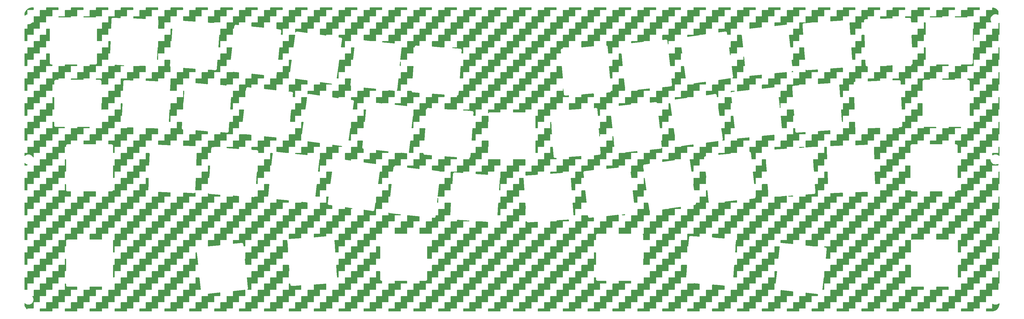
<source format=gbr>
G04 #@! TF.GenerationSoftware,KiCad,Pcbnew,(6.0.11-0)*
G04 #@! TF.CreationDate,2023-08-22T00:26:59+09:00*
G04 #@! TF.ProjectId,SYMMETRIA,53594d4d-4554-4524-9941-2e6b69636164,rev?*
G04 #@! TF.SameCoordinates,Original*
G04 #@! TF.FileFunction,Copper,L2,Bot*
G04 #@! TF.FilePolarity,Positive*
%FSLAX46Y46*%
G04 Gerber Fmt 4.6, Leading zero omitted, Abs format (unit mm)*
G04 Created by KiCad (PCBNEW (6.0.11-0)) date 2023-08-22 00:26:59*
%MOMM*%
%LPD*%
G01*
G04 APERTURE LIST*
G04 APERTURE END LIST*
G04 #@! TA.AperFunction,NonConductor*
G36*
X17698371Y-17778502D02*
G01*
X17744864Y-17832158D01*
X17756250Y-17884500D01*
X17756250Y-18461500D01*
X17736248Y-18529621D01*
X17682592Y-18576114D01*
X17630250Y-18587500D01*
X15756250Y-18587500D01*
X15756250Y-19872988D01*
X15736248Y-19941109D01*
X15682592Y-19987602D01*
X15659664Y-19995507D01*
X15621538Y-20004661D01*
X15576409Y-20015495D01*
X15571838Y-20017388D01*
X15571836Y-20017389D01*
X15347072Y-20110489D01*
X15347068Y-20110491D01*
X15342498Y-20112384D01*
X15126624Y-20244672D01*
X15081255Y-20283421D01*
X14996447Y-20355854D01*
X14931657Y-20384885D01*
X14861457Y-20374280D01*
X14808134Y-20327405D01*
X14788625Y-20258503D01*
X14788670Y-20254862D01*
X14788670Y-20254859D01*
X14788729Y-20250000D01*
X14788040Y-20245186D01*
X14788039Y-20245177D01*
X14786869Y-20237006D01*
X14785827Y-20211540D01*
X14801206Y-19957290D01*
X14803040Y-19942186D01*
X14854523Y-19661246D01*
X14858164Y-19646473D01*
X14943141Y-19373773D01*
X14948534Y-19359555D01*
X15065758Y-19099092D01*
X15072828Y-19085621D01*
X15220595Y-18841187D01*
X15229238Y-18828666D01*
X15405385Y-18603829D01*
X15415475Y-18592440D01*
X15549952Y-18457963D01*
X15597528Y-18431983D01*
X15599011Y-18421673D01*
X15635918Y-18374831D01*
X15853666Y-18204238D01*
X15866187Y-18195595D01*
X16110621Y-18047828D01*
X16124094Y-18040757D01*
X16166777Y-18021547D01*
X16384555Y-17923534D01*
X16398769Y-17918142D01*
X16671474Y-17833164D01*
X16686240Y-17829525D01*
X16925511Y-17785677D01*
X16967186Y-17778040D01*
X16982290Y-17776206D01*
X17232904Y-17761047D01*
X17259716Y-17762308D01*
X17259852Y-17762310D01*
X17268724Y-17763691D01*
X17277626Y-17762527D01*
X17277628Y-17762527D01*
X17292677Y-17760559D01*
X17300286Y-17759564D01*
X17316621Y-17758500D01*
X17630250Y-17758500D01*
X17698371Y-17778502D01*
G37*
G04 #@! TD.AperFunction*
G04 #@! TA.AperFunction,NonConductor*
G36*
X33698371Y-17778502D02*
G01*
X33744864Y-17832158D01*
X33756250Y-17884500D01*
X33756250Y-18461500D01*
X33736248Y-18529621D01*
X33682592Y-18576114D01*
X33630250Y-18587500D01*
X31756250Y-18587500D01*
X31756250Y-20461500D01*
X31736248Y-20529621D01*
X31682592Y-20576114D01*
X31630250Y-20587500D01*
X29756250Y-20587500D01*
X29756250Y-20865500D01*
X29736248Y-20933621D01*
X29682592Y-20980114D01*
X29630250Y-20991500D01*
X25882250Y-20991500D01*
X25814129Y-20971498D01*
X25767636Y-20917842D01*
X25756250Y-20865500D01*
X25756250Y-20713500D01*
X25776252Y-20645379D01*
X25829908Y-20598886D01*
X25882250Y-20587500D01*
X27756250Y-20587500D01*
X27756250Y-18713500D01*
X27776252Y-18645379D01*
X27829908Y-18598886D01*
X27882250Y-18587500D01*
X29756250Y-18587500D01*
X29756250Y-17884500D01*
X29776252Y-17816379D01*
X29829908Y-17769886D01*
X29882250Y-17758500D01*
X33630250Y-17758500D01*
X33698371Y-17778502D01*
G37*
G04 #@! TD.AperFunction*
G04 #@! TA.AperFunction,NonConductor*
G36*
X313698371Y-17778502D02*
G01*
X313744864Y-17832158D01*
X313756250Y-17884500D01*
X313756250Y-18461500D01*
X313736248Y-18529621D01*
X313682592Y-18576114D01*
X313630250Y-18587500D01*
X311756250Y-18587500D01*
X311756250Y-20461500D01*
X311736248Y-20529621D01*
X311682592Y-20576114D01*
X311630250Y-20587500D01*
X309756250Y-20587500D01*
X309756250Y-20865500D01*
X309736248Y-20933621D01*
X309682592Y-20980114D01*
X309630250Y-20991500D01*
X305882250Y-20991500D01*
X305814129Y-20971498D01*
X305767636Y-20917842D01*
X305756250Y-20865500D01*
X305756250Y-20713500D01*
X305776252Y-20645379D01*
X305829908Y-20598886D01*
X305882250Y-20587500D01*
X307756250Y-20587500D01*
X307756250Y-18713500D01*
X307776252Y-18645379D01*
X307829908Y-18598886D01*
X307882250Y-18587500D01*
X309756250Y-18587500D01*
X309756250Y-17884500D01*
X309776252Y-17816379D01*
X309829908Y-17769886D01*
X309882250Y-17758500D01*
X313630250Y-17758500D01*
X313698371Y-17778502D01*
G37*
G04 #@! TD.AperFunction*
G04 #@! TA.AperFunction,NonConductor*
G36*
X321698371Y-17778502D02*
G01*
X321744864Y-17832158D01*
X321756250Y-17884500D01*
X321756250Y-18461500D01*
X321736248Y-18529621D01*
X321682592Y-18576114D01*
X321630250Y-18587500D01*
X319756250Y-18587500D01*
X319756250Y-20461500D01*
X319736248Y-20529621D01*
X319682592Y-20576114D01*
X319630250Y-20587500D01*
X317756250Y-20587500D01*
X317756250Y-20865500D01*
X317736248Y-20933621D01*
X317682592Y-20980114D01*
X317630250Y-20991500D01*
X313882250Y-20991500D01*
X313814129Y-20971498D01*
X313767636Y-20917842D01*
X313756250Y-20865500D01*
X313756250Y-20713500D01*
X313776252Y-20645379D01*
X313829908Y-20598886D01*
X313882250Y-20587500D01*
X315756250Y-20587500D01*
X315756250Y-18713500D01*
X315776252Y-18645379D01*
X315829908Y-18598886D01*
X315882250Y-18587500D01*
X317756250Y-18587500D01*
X317756250Y-17884500D01*
X317776252Y-17816379D01*
X317829908Y-17769886D01*
X317882250Y-17758500D01*
X321630250Y-17758500D01*
X321698371Y-17778502D01*
G37*
G04 #@! TD.AperFunction*
G04 #@! TA.AperFunction,NonConductor*
G36*
X41698371Y-17778502D02*
G01*
X41744864Y-17832158D01*
X41756250Y-17884500D01*
X41756250Y-18461500D01*
X41736248Y-18529621D01*
X41682592Y-18576114D01*
X41630250Y-18587500D01*
X39756250Y-18587500D01*
X39756250Y-20461500D01*
X39736248Y-20529621D01*
X39682592Y-20576114D01*
X39630250Y-20587500D01*
X37756250Y-20587500D01*
X37756250Y-20865549D01*
X37736248Y-20933670D01*
X37682592Y-20980163D01*
X37629614Y-20989571D01*
X37629614Y-20991500D01*
X37598623Y-20991500D01*
X37597853Y-20991498D01*
X37524215Y-20991048D01*
X37524214Y-20991048D01*
X37520279Y-20991024D01*
X37518935Y-20991408D01*
X37517590Y-20991500D01*
X33882250Y-20991500D01*
X33814129Y-20971498D01*
X33767636Y-20917842D01*
X33756250Y-20865500D01*
X33756250Y-20713500D01*
X33776252Y-20645379D01*
X33829908Y-20598886D01*
X33882250Y-20587500D01*
X35756250Y-20587500D01*
X35756250Y-18713500D01*
X35776252Y-18645379D01*
X35829908Y-18598886D01*
X35882250Y-18587500D01*
X37756250Y-18587500D01*
X37756250Y-17884500D01*
X37776252Y-17816379D01*
X37829908Y-17769886D01*
X37882250Y-17758500D01*
X41630250Y-17758500D01*
X41698371Y-17778502D01*
G37*
G04 #@! TD.AperFunction*
G04 #@! TA.AperFunction,NonConductor*
G36*
X297698371Y-17778502D02*
G01*
X297744864Y-17832158D01*
X297756250Y-17884500D01*
X297756250Y-18461500D01*
X297736248Y-18529621D01*
X297682592Y-18576114D01*
X297630250Y-18587500D01*
X295756250Y-18587500D01*
X295756250Y-20461500D01*
X295736248Y-20529621D01*
X295682592Y-20576114D01*
X295630250Y-20587500D01*
X293756250Y-20587500D01*
X293756250Y-21156168D01*
X293736248Y-21224289D01*
X293682592Y-21270782D01*
X293634647Y-21282091D01*
X289886647Y-21412974D01*
X289817870Y-21395362D01*
X289769533Y-21343361D01*
X289756250Y-21287051D01*
X289756250Y-20713500D01*
X289776252Y-20645379D01*
X289829908Y-20598886D01*
X289882250Y-20587500D01*
X291756250Y-20587500D01*
X291756250Y-18713500D01*
X291776252Y-18645379D01*
X291829908Y-18598886D01*
X291882250Y-18587500D01*
X293756250Y-18587500D01*
X293756250Y-17884500D01*
X293776252Y-17816379D01*
X293829908Y-17769886D01*
X293882250Y-17758500D01*
X297630250Y-17758500D01*
X297698371Y-17778502D01*
G37*
G04 #@! TD.AperFunction*
G04 #@! TA.AperFunction,NonConductor*
G36*
X57698371Y-17778502D02*
G01*
X57744864Y-17832158D01*
X57756250Y-17884500D01*
X57756250Y-18461500D01*
X57736248Y-18529621D01*
X57682592Y-18576114D01*
X57630250Y-18587500D01*
X55756250Y-18587500D01*
X55756250Y-20461500D01*
X55736248Y-20529621D01*
X55682592Y-20576114D01*
X55630250Y-20587500D01*
X53756250Y-20587500D01*
X53756250Y-21325261D01*
X53736248Y-21393382D01*
X53682592Y-21439875D01*
X53625853Y-21451184D01*
X49877853Y-21320301D01*
X49810471Y-21297934D01*
X49765879Y-21242688D01*
X49756250Y-21194378D01*
X49756250Y-20713500D01*
X49776252Y-20645379D01*
X49829908Y-20598886D01*
X49882250Y-20587500D01*
X51756250Y-20587500D01*
X51756250Y-18713500D01*
X51776252Y-18645379D01*
X51829908Y-18598886D01*
X51882250Y-18587500D01*
X53756250Y-18587500D01*
X53756250Y-17884500D01*
X53776252Y-17816379D01*
X53829908Y-17769886D01*
X53882250Y-17758500D01*
X57630250Y-17758500D01*
X57698371Y-17778502D01*
G37*
G04 #@! TD.AperFunction*
G04 #@! TA.AperFunction,NonConductor*
G36*
X281698371Y-17778502D02*
G01*
X281744864Y-17832158D01*
X281756250Y-17884500D01*
X281756250Y-18461500D01*
X281736248Y-18529621D01*
X281682592Y-18576114D01*
X281630250Y-18587500D01*
X279756250Y-18587500D01*
X279756250Y-20461500D01*
X279736248Y-20529621D01*
X279682592Y-20576114D01*
X279630250Y-20587500D01*
X277756250Y-20587500D01*
X277756250Y-21869402D01*
X277736248Y-21937523D01*
X277682592Y-21984016D01*
X277639039Y-21995095D01*
X276546631Y-22071484D01*
X273891038Y-22257182D01*
X273821689Y-22241981D01*
X273771567Y-22191699D01*
X273756250Y-22131489D01*
X273756250Y-20713500D01*
X273776252Y-20645379D01*
X273829908Y-20598886D01*
X273882250Y-20587500D01*
X275756250Y-20587500D01*
X275756250Y-18713500D01*
X275776252Y-18645379D01*
X275829908Y-18598886D01*
X275882250Y-18587500D01*
X277756250Y-18587500D01*
X277756250Y-17884500D01*
X277776252Y-17816379D01*
X277829908Y-17769886D01*
X277882250Y-17758500D01*
X281630250Y-17758500D01*
X281698371Y-17778502D01*
G37*
G04 #@! TD.AperFunction*
G04 #@! TA.AperFunction,NonConductor*
G36*
X73698371Y-17778502D02*
G01*
X73744864Y-17832158D01*
X73756250Y-17884500D01*
X73756250Y-18461500D01*
X73736248Y-18529621D01*
X73682592Y-18576114D01*
X73630250Y-18587500D01*
X71756250Y-18587500D01*
X71756250Y-20461500D01*
X71736248Y-20529621D01*
X71682592Y-20576114D01*
X71630250Y-20587500D01*
X69756250Y-20587500D01*
X69756250Y-22207977D01*
X69736248Y-22276098D01*
X69682592Y-22322591D01*
X69621462Y-22333670D01*
X66730141Y-22131489D01*
X65873461Y-22071584D01*
X65806901Y-22046879D01*
X65764264Y-21990111D01*
X65756250Y-21945891D01*
X65756250Y-20713500D01*
X65776252Y-20645379D01*
X65829908Y-20598886D01*
X65882250Y-20587500D01*
X67756250Y-20587500D01*
X67756250Y-18713500D01*
X67776252Y-18645379D01*
X67829908Y-18598886D01*
X67882250Y-18587500D01*
X69756250Y-18587500D01*
X69756250Y-17884500D01*
X69776252Y-17816379D01*
X69829908Y-17769886D01*
X69882250Y-17758500D01*
X73630250Y-17758500D01*
X73698371Y-17778502D01*
G37*
G04 #@! TD.AperFunction*
G04 #@! TA.AperFunction,NonConductor*
G36*
X305698371Y-17778502D02*
G01*
X305744864Y-17832158D01*
X305756250Y-17884500D01*
X305756250Y-18461500D01*
X305736248Y-18529621D01*
X305682592Y-18576114D01*
X305630250Y-18587500D01*
X303756250Y-18587500D01*
X303756250Y-20461500D01*
X303736248Y-20529621D01*
X303682592Y-20576114D01*
X303630250Y-20587500D01*
X301756250Y-20587500D01*
X301756250Y-22461500D01*
X301736248Y-22529621D01*
X301682592Y-22576114D01*
X301630250Y-22587500D01*
X299816414Y-22587500D01*
X299748293Y-22567498D01*
X299701800Y-22513842D01*
X299690491Y-22465897D01*
X299672040Y-21937523D01*
X299659866Y-21588925D01*
X299659845Y-21588269D01*
X299659661Y-21581867D01*
X299657614Y-21510811D01*
X299648503Y-21482686D01*
X299644342Y-21466059D01*
X299640712Y-21445783D01*
X299639130Y-21436946D01*
X299635133Y-21428911D01*
X299635131Y-21428906D01*
X299627692Y-21413954D01*
X299620635Y-21396663D01*
X299615491Y-21380785D01*
X299612724Y-21372244D01*
X299596081Y-21347800D01*
X299587430Y-21333025D01*
X299574251Y-21306535D01*
X299566301Y-21297934D01*
X299556821Y-21287679D01*
X299545196Y-21273065D01*
X299535800Y-21259265D01*
X299535799Y-21259264D01*
X299530747Y-21251844D01*
X299507916Y-21233057D01*
X299495452Y-21221291D01*
X299481472Y-21206167D01*
X299481470Y-21206166D01*
X299475379Y-21199576D01*
X299453358Y-21186370D01*
X299438102Y-21175608D01*
X299425210Y-21165000D01*
X299425208Y-21164999D01*
X299418274Y-21159293D01*
X299410021Y-21155764D01*
X299410019Y-21155763D01*
X299391084Y-21147667D01*
X299375821Y-21139873D01*
X299358156Y-21129280D01*
X299350460Y-21124665D01*
X299325619Y-21118171D01*
X299307949Y-21112121D01*
X299292598Y-21105557D01*
X299292593Y-21105556D01*
X299284345Y-21102029D01*
X299254982Y-21098502D01*
X299238148Y-21095305D01*
X299209538Y-21087826D01*
X299175107Y-21088818D01*
X299174327Y-21088812D01*
X299173225Y-21088680D01*
X299170244Y-21088784D01*
X299170234Y-21088784D01*
X299142302Y-21089759D01*
X299141537Y-21089784D01*
X299067879Y-21091906D01*
X299067872Y-21091907D01*
X299063940Y-21092020D01*
X299062610Y-21092451D01*
X299061267Y-21092590D01*
X298790964Y-21102029D01*
X297886647Y-21133608D01*
X297817870Y-21115996D01*
X297769533Y-21063995D01*
X297756250Y-21007685D01*
X297756250Y-20713500D01*
X297776252Y-20645379D01*
X297829908Y-20598886D01*
X297882250Y-20587500D01*
X299756250Y-20587500D01*
X299756250Y-18713500D01*
X299776252Y-18645379D01*
X299829908Y-18598886D01*
X299882250Y-18587500D01*
X301756250Y-18587500D01*
X301756250Y-17884500D01*
X301776252Y-17816379D01*
X301829908Y-17769886D01*
X301882250Y-17758500D01*
X305630250Y-17758500D01*
X305698371Y-17778502D01*
G37*
G04 #@! TD.AperFunction*
G04 #@! TA.AperFunction,NonConductor*
G36*
X81698371Y-17778502D02*
G01*
X81744864Y-17832158D01*
X81756250Y-17884500D01*
X81756250Y-18461500D01*
X81736248Y-18529621D01*
X81682592Y-18576114D01*
X81630250Y-18587500D01*
X79756250Y-18587500D01*
X79756250Y-20461500D01*
X79736248Y-20529621D01*
X79682592Y-20576114D01*
X79630250Y-20587500D01*
X77756250Y-20587500D01*
X77756250Y-22461500D01*
X77736248Y-22529621D01*
X77682592Y-22576114D01*
X77630250Y-22587500D01*
X75756250Y-22587500D01*
X75756250Y-22627538D01*
X75736248Y-22695659D01*
X75682592Y-22742152D01*
X75621462Y-22753231D01*
X74798149Y-22695659D01*
X73873461Y-22630998D01*
X73806901Y-22606293D01*
X73764264Y-22549525D01*
X73756250Y-22505305D01*
X73756250Y-20713500D01*
X73776252Y-20645379D01*
X73829908Y-20598886D01*
X73882250Y-20587500D01*
X75756250Y-20587500D01*
X75756250Y-18713500D01*
X75776252Y-18645379D01*
X75829908Y-18598886D01*
X75882250Y-18587500D01*
X77756250Y-18587500D01*
X77756250Y-17884500D01*
X77776252Y-17816379D01*
X77829908Y-17769886D01*
X77882250Y-17758500D01*
X81630250Y-17758500D01*
X81698371Y-17778502D01*
G37*
G04 #@! TD.AperFunction*
G04 #@! TA.AperFunction,NonConductor*
G36*
X273698371Y-17778502D02*
G01*
X273744864Y-17832158D01*
X273756250Y-17884500D01*
X273756250Y-18461500D01*
X273736248Y-18529621D01*
X273682592Y-18576114D01*
X273630250Y-18587500D01*
X271756250Y-18587500D01*
X271756250Y-20461500D01*
X271736248Y-20529621D01*
X271682592Y-20576114D01*
X271630250Y-20587500D01*
X269756250Y-20587500D01*
X269756250Y-22428818D01*
X269736248Y-22496939D01*
X269682592Y-22543432D01*
X269639039Y-22554511D01*
X269171665Y-22587193D01*
X269162876Y-22587500D01*
X267756250Y-22587500D01*
X267756250Y-22597507D01*
X267723505Y-22657476D01*
X267661193Y-22691501D01*
X267643198Y-22694074D01*
X265826664Y-22821098D01*
X265757314Y-22805897D01*
X265707192Y-22755615D01*
X265692210Y-22686217D01*
X265717127Y-22619736D01*
X265729679Y-22610371D01*
X265749497Y-22587500D01*
X265756250Y-22587500D01*
X265756250Y-20713500D01*
X265776252Y-20645379D01*
X265829908Y-20598886D01*
X265882250Y-20587500D01*
X267756250Y-20587500D01*
X267756250Y-18713500D01*
X267776252Y-18645379D01*
X267829908Y-18598886D01*
X267882250Y-18587500D01*
X269756250Y-18587500D01*
X269756250Y-17884500D01*
X269776252Y-17816379D01*
X269829908Y-17769886D01*
X269882250Y-17758500D01*
X273630250Y-17758500D01*
X273698371Y-17778502D01*
G37*
G04 #@! TD.AperFunction*
G04 #@! TA.AperFunction,NonConductor*
G36*
X265698371Y-17778502D02*
G01*
X265744864Y-17832158D01*
X265756250Y-17884500D01*
X265756250Y-18461500D01*
X265736248Y-18529621D01*
X265682592Y-18576114D01*
X265630250Y-18587500D01*
X263756250Y-18587500D01*
X263756250Y-20461500D01*
X263736248Y-20529621D01*
X263682592Y-20576114D01*
X263630250Y-20587500D01*
X261756250Y-20587500D01*
X261756250Y-22461500D01*
X261736248Y-22529621D01*
X261682592Y-22576114D01*
X261630250Y-22587500D01*
X259756250Y-22587500D01*
X259756250Y-23222676D01*
X259736248Y-23290797D01*
X259682592Y-23337290D01*
X259643425Y-23347985D01*
X259623480Y-23350082D01*
X259622827Y-23350149D01*
X259545540Y-23357795D01*
X259544241Y-23358319D01*
X259542920Y-23358549D01*
X255895419Y-23741917D01*
X255825582Y-23729145D01*
X255773735Y-23680643D01*
X255756250Y-23616607D01*
X255756250Y-22713500D01*
X255776252Y-22645379D01*
X255829908Y-22598886D01*
X255882250Y-22587500D01*
X257756250Y-22587500D01*
X257756250Y-20713500D01*
X257776252Y-20645379D01*
X257829908Y-20598886D01*
X257882250Y-20587500D01*
X259756250Y-20587500D01*
X259756250Y-18713500D01*
X259776252Y-18645379D01*
X259829908Y-18598886D01*
X259882250Y-18587500D01*
X261756250Y-18587500D01*
X261756250Y-17884500D01*
X261776252Y-17816379D01*
X261829908Y-17769886D01*
X261882250Y-17758500D01*
X265630250Y-17758500D01*
X265698371Y-17778502D01*
G37*
G04 #@! TD.AperFunction*
G04 #@! TA.AperFunction,NonConductor*
G36*
X97698371Y-17778502D02*
G01*
X97744864Y-17832158D01*
X97756250Y-17884500D01*
X97756250Y-18461500D01*
X97736248Y-18529621D01*
X97682592Y-18576114D01*
X97630250Y-18587500D01*
X95756250Y-18587500D01*
X95756250Y-20461500D01*
X95736248Y-20529621D01*
X95682592Y-20576114D01*
X95630250Y-20587500D01*
X93756250Y-20587500D01*
X93756250Y-22461500D01*
X93736248Y-22529621D01*
X93682592Y-22576114D01*
X93630250Y-22587500D01*
X91756250Y-22587500D01*
X91756250Y-24151973D01*
X91736248Y-24220094D01*
X91682592Y-24266587D01*
X91617081Y-24277283D01*
X87869078Y-23883352D01*
X87803423Y-23856339D01*
X87762793Y-23798117D01*
X87756250Y-23758042D01*
X87756250Y-22713500D01*
X87776252Y-22645379D01*
X87829908Y-22598886D01*
X87882250Y-22587500D01*
X89756250Y-22587500D01*
X89756250Y-20713500D01*
X89776252Y-20645379D01*
X89829908Y-20598886D01*
X89882250Y-20587500D01*
X91756250Y-20587500D01*
X91756250Y-18713500D01*
X91776252Y-18645379D01*
X91829908Y-18598886D01*
X91882250Y-18587500D01*
X93756250Y-18587500D01*
X93756250Y-17884500D01*
X93776252Y-17816379D01*
X93829908Y-17769886D01*
X93882250Y-17758500D01*
X97630250Y-17758500D01*
X97698371Y-17778502D01*
G37*
G04 #@! TD.AperFunction*
G04 #@! TA.AperFunction,NonConductor*
G36*
X257698371Y-17778502D02*
G01*
X257744864Y-17832158D01*
X257756250Y-17884500D01*
X257756250Y-18461500D01*
X257736248Y-18529621D01*
X257682592Y-18576114D01*
X257630250Y-18587500D01*
X255756250Y-18587500D01*
X255756250Y-20461500D01*
X255736248Y-20529621D01*
X255682592Y-20576114D01*
X255630250Y-20587500D01*
X253756250Y-20587500D01*
X253756250Y-22461500D01*
X253736248Y-22529621D01*
X253682592Y-22576114D01*
X253630250Y-22587500D01*
X251756250Y-22587500D01*
X251756250Y-24063510D01*
X251736248Y-24131631D01*
X251682592Y-24178124D01*
X251643422Y-24188820D01*
X250662583Y-24291910D01*
X247895421Y-24582750D01*
X247825582Y-24569978D01*
X247773735Y-24521476D01*
X247756250Y-24457440D01*
X247756250Y-22713500D01*
X247776252Y-22645379D01*
X247829908Y-22598886D01*
X247882250Y-22587500D01*
X249756250Y-22587500D01*
X249756250Y-20713500D01*
X249776252Y-20645379D01*
X249829908Y-20598886D01*
X249882250Y-20587500D01*
X251756250Y-20587500D01*
X251756250Y-18713500D01*
X251776252Y-18645379D01*
X251829908Y-18598886D01*
X251882250Y-18587500D01*
X253756250Y-18587500D01*
X253756250Y-17884500D01*
X253776252Y-17816379D01*
X253829908Y-17769886D01*
X253882250Y-17758500D01*
X257630250Y-17758500D01*
X257698371Y-17778502D01*
G37*
G04 #@! TD.AperFunction*
G04 #@! TA.AperFunction,NonConductor*
G36*
X65698371Y-17778502D02*
G01*
X65744864Y-17832158D01*
X65756250Y-17884500D01*
X65756250Y-18461500D01*
X65736248Y-18529621D01*
X65682592Y-18576114D01*
X65630250Y-18587500D01*
X63756250Y-18587500D01*
X63756250Y-20461500D01*
X63736248Y-20529621D01*
X63682592Y-20576114D01*
X63630250Y-20587500D01*
X61756250Y-20587500D01*
X61756250Y-22461500D01*
X61736248Y-22529621D01*
X61682592Y-22576114D01*
X61630250Y-22587500D01*
X59756250Y-22587500D01*
X59756250Y-24461500D01*
X59736248Y-24529621D01*
X59682592Y-24576114D01*
X59630250Y-24587500D01*
X57910432Y-24587500D01*
X57842311Y-24567498D01*
X57795818Y-24513842D01*
X57784509Y-24457103D01*
X57849529Y-22595163D01*
X57866244Y-22116493D01*
X57866271Y-22115781D01*
X57869078Y-22047388D01*
X57869446Y-22038420D01*
X57862319Y-22009728D01*
X57859328Y-21992853D01*
X57857120Y-21972366D01*
X57856159Y-21963445D01*
X57846351Y-21939708D01*
X57840519Y-21921971D01*
X57836495Y-21905772D01*
X57834331Y-21897059D01*
X57819437Y-21871520D01*
X57811828Y-21856158D01*
X57803964Y-21837124D01*
X57803961Y-21837120D01*
X57800535Y-21828827D01*
X57784460Y-21808798D01*
X57773865Y-21793377D01*
X57773390Y-21792562D01*
X57756250Y-21729116D01*
X57756250Y-20713500D01*
X57776252Y-20645379D01*
X57829908Y-20598886D01*
X57882250Y-20587500D01*
X59756250Y-20587500D01*
X59756250Y-18713500D01*
X59776252Y-18645379D01*
X59829908Y-18598886D01*
X59882250Y-18587500D01*
X61756250Y-18587500D01*
X61756250Y-17884500D01*
X61776252Y-17816379D01*
X61829908Y-17769886D01*
X61882250Y-17758500D01*
X65630250Y-17758500D01*
X65698371Y-17778502D01*
G37*
G04 #@! TD.AperFunction*
G04 #@! TA.AperFunction,NonConductor*
G36*
X113698371Y-17778502D02*
G01*
X113744864Y-17832158D01*
X113756250Y-17884500D01*
X113756250Y-18461500D01*
X113736248Y-18529621D01*
X113682592Y-18576114D01*
X113630250Y-18587500D01*
X111756250Y-18587500D01*
X111756250Y-20461500D01*
X111736248Y-20529621D01*
X111682592Y-20576114D01*
X111630250Y-20587500D01*
X109756250Y-20587500D01*
X109756250Y-22461500D01*
X109736248Y-22529621D01*
X109682592Y-22576114D01*
X109630250Y-22587500D01*
X107756250Y-22587500D01*
X107756250Y-24461500D01*
X107736248Y-24529621D01*
X107682592Y-24576114D01*
X107630250Y-24587500D01*
X105756250Y-24587500D01*
X105756250Y-25834424D01*
X105736248Y-25902545D01*
X105682592Y-25949038D01*
X105612714Y-25959198D01*
X102637107Y-25541004D01*
X102488118Y-25520065D01*
X102487362Y-25519956D01*
X102410773Y-25508714D01*
X102381481Y-25512805D01*
X102364397Y-25514014D01*
X102334820Y-25514092D01*
X102326218Y-25516632D01*
X102326210Y-25516633D01*
X102310191Y-25521363D01*
X102291942Y-25525309D01*
X102287251Y-25525964D01*
X102266516Y-25528860D01*
X102239552Y-25541006D01*
X102223498Y-25546961D01*
X102195125Y-25555339D01*
X102173518Y-25569237D01*
X102157128Y-25578136D01*
X102133710Y-25588685D01*
X102126891Y-25594520D01*
X102126890Y-25594520D01*
X102111240Y-25607910D01*
X102097494Y-25618137D01*
X102072621Y-25634136D01*
X102066739Y-25640915D01*
X102066735Y-25640918D01*
X102055793Y-25653528D01*
X102042542Y-25666687D01*
X102029857Y-25677540D01*
X102029855Y-25677542D01*
X102023034Y-25683378D01*
X102018124Y-25690896D01*
X102018123Y-25690897D01*
X102006867Y-25708131D01*
X101996539Y-25721812D01*
X101977535Y-25743712D01*
X101977415Y-25743850D01*
X101917661Y-25782191D01*
X101846664Y-25782139D01*
X101786966Y-25743712D01*
X101757520Y-25679110D01*
X101756250Y-25661269D01*
X101756250Y-24713500D01*
X101776252Y-24645379D01*
X101829908Y-24598886D01*
X101882250Y-24587500D01*
X103756250Y-24587500D01*
X103756250Y-22713500D01*
X103776252Y-22645379D01*
X103829908Y-22598886D01*
X103882250Y-22587500D01*
X105756250Y-22587500D01*
X105756250Y-20713500D01*
X105776252Y-20645379D01*
X105829908Y-20598886D01*
X105882250Y-20587500D01*
X107756250Y-20587500D01*
X107756250Y-18713500D01*
X107776252Y-18645379D01*
X107829908Y-18598886D01*
X107882250Y-18587500D01*
X109756250Y-18587500D01*
X109756250Y-17884500D01*
X109776252Y-17816379D01*
X109829908Y-17769886D01*
X109882250Y-17758500D01*
X113630250Y-17758500D01*
X113698371Y-17778502D01*
G37*
G04 #@! TD.AperFunction*
G04 #@! TA.AperFunction,NonConductor*
G36*
X105698371Y-17778502D02*
G01*
X105744864Y-17832158D01*
X105756250Y-17884500D01*
X105756250Y-18461500D01*
X105736248Y-18529621D01*
X105682592Y-18576114D01*
X105630250Y-18587500D01*
X103756250Y-18587500D01*
X103756250Y-20461500D01*
X103736248Y-20529621D01*
X103682592Y-20576114D01*
X103630250Y-20587500D01*
X101756250Y-20587500D01*
X101756250Y-22461500D01*
X101736248Y-22529621D01*
X101682592Y-22576114D01*
X101630250Y-22587500D01*
X99756250Y-22587500D01*
X99756250Y-24461500D01*
X99736248Y-24529621D01*
X99682592Y-24576114D01*
X99630250Y-24587500D01*
X97756250Y-24587500D01*
X97756250Y-26461500D01*
X97736248Y-26529621D01*
X97682592Y-26576114D01*
X97630250Y-26587500D01*
X97292632Y-26587500D01*
X97224511Y-26567498D01*
X97178018Y-26513842D01*
X97167322Y-26448329D01*
X97173682Y-26387825D01*
X97255268Y-25611577D01*
X97278335Y-25392110D01*
X97278418Y-25391345D01*
X97285987Y-25323332D01*
X97286980Y-25314409D01*
X97285429Y-25305568D01*
X97285429Y-25305564D01*
X97281871Y-25285281D01*
X97280065Y-25268242D01*
X97279292Y-25247663D01*
X97278955Y-25238690D01*
X97276113Y-25230170D01*
X97270830Y-25214334D01*
X97266250Y-25196233D01*
X97263365Y-25179789D01*
X97263363Y-25179782D01*
X97261812Y-25170943D01*
X97257843Y-25162895D01*
X97257842Y-25162891D01*
X97248733Y-25144420D01*
X97242216Y-25128569D01*
X97232858Y-25100520D01*
X97227743Y-25093146D01*
X97227740Y-25093141D01*
X97218220Y-25079418D01*
X97208741Y-25063326D01*
X97201360Y-25048358D01*
X97201359Y-25048357D01*
X97197389Y-25040306D01*
X97177393Y-25018522D01*
X97166690Y-25005138D01*
X97154955Y-24988222D01*
X97154953Y-24988219D01*
X97149834Y-24980841D01*
X97142851Y-24975197D01*
X97142847Y-24975192D01*
X97129867Y-24964700D01*
X97116255Y-24951918D01*
X97104963Y-24939617D01*
X97098891Y-24933002D01*
X97073591Y-24917710D01*
X97059558Y-24907866D01*
X97043539Y-24894917D01*
X97036557Y-24889273D01*
X97012863Y-24879386D01*
X96996208Y-24870937D01*
X96981917Y-24862299D01*
X96981916Y-24862299D01*
X96974235Y-24857656D01*
X96965561Y-24855356D01*
X96965556Y-24855354D01*
X96945644Y-24850075D01*
X96929417Y-24844566D01*
X96902132Y-24833181D01*
X96893214Y-24832188D01*
X96893212Y-24832188D01*
X96867919Y-24829373D01*
X96867129Y-24829257D01*
X96866054Y-24828972D01*
X96835027Y-24825711D01*
X96834335Y-24825637D01*
X96804545Y-24822321D01*
X96761279Y-24817506D01*
X96761276Y-24817506D01*
X96757368Y-24817071D01*
X96755991Y-24817313D01*
X96754658Y-24817264D01*
X95866659Y-24723932D01*
X95801004Y-24696919D01*
X95760374Y-24638697D01*
X95757567Y-24587500D01*
X95756250Y-24587500D01*
X95756250Y-22713500D01*
X95776252Y-22645379D01*
X95829908Y-22598886D01*
X95882250Y-22587500D01*
X97756250Y-22587500D01*
X97756250Y-20713500D01*
X97776252Y-20645379D01*
X97829908Y-20598886D01*
X97882250Y-20587500D01*
X99756250Y-20587500D01*
X99756250Y-18713500D01*
X99776252Y-18645379D01*
X99829908Y-18598886D01*
X99882250Y-18587500D01*
X101756250Y-18587500D01*
X101756250Y-17884500D01*
X101776252Y-17816379D01*
X101829908Y-17769886D01*
X101882250Y-17758500D01*
X105630250Y-17758500D01*
X105698371Y-17778502D01*
G37*
G04 #@! TD.AperFunction*
G04 #@! TA.AperFunction,NonConductor*
G36*
X289698371Y-17778502D02*
G01*
X289744864Y-17832158D01*
X289756250Y-17884500D01*
X289756250Y-18461500D01*
X289736248Y-18529621D01*
X289682592Y-18576114D01*
X289630250Y-18587500D01*
X287756250Y-18587500D01*
X287756250Y-20461500D01*
X287736248Y-20529621D01*
X287682592Y-20576114D01*
X287630250Y-20587500D01*
X285756250Y-20587500D01*
X285756250Y-21435534D01*
X285736248Y-21503655D01*
X285682592Y-21550148D01*
X285634648Y-21561457D01*
X285343399Y-21571628D01*
X285050743Y-21581848D01*
X285050260Y-21581864D01*
X284972529Y-21584103D01*
X284963997Y-21586867D01*
X284963992Y-21586868D01*
X284944400Y-21593216D01*
X284927783Y-21597375D01*
X284898664Y-21602588D01*
X284890626Y-21606587D01*
X284890623Y-21606588D01*
X284875674Y-21614026D01*
X284858382Y-21621083D01*
X284833962Y-21628994D01*
X284809519Y-21645636D01*
X284794737Y-21654291D01*
X284776287Y-21663470D01*
X284768253Y-21667467D01*
X284761665Y-21673557D01*
X284749394Y-21684899D01*
X284734784Y-21696519D01*
X284720987Y-21705913D01*
X284720981Y-21705919D01*
X284713562Y-21710970D01*
X284707857Y-21717903D01*
X284707855Y-21717905D01*
X284694770Y-21733807D01*
X284683005Y-21746270D01*
X284661294Y-21766339D01*
X284656678Y-21774037D01*
X284656677Y-21774038D01*
X284648088Y-21788361D01*
X284637328Y-21803614D01*
X284621011Y-21823444D01*
X284617483Y-21831696D01*
X284609385Y-21850634D01*
X284601591Y-21865897D01*
X284586383Y-21891258D01*
X284584114Y-21899939D01*
X284579889Y-21916100D01*
X284573839Y-21933769D01*
X284567275Y-21949120D01*
X284567274Y-21949125D01*
X284563747Y-21957373D01*
X284562677Y-21966281D01*
X284560220Y-21986735D01*
X284557023Y-22003570D01*
X284549544Y-22032180D01*
X284550017Y-22048591D01*
X284550536Y-22066601D01*
X284550530Y-22067391D01*
X284550398Y-22068493D01*
X284550502Y-22071474D01*
X284550502Y-22071484D01*
X284551477Y-22099416D01*
X284551502Y-22100181D01*
X284553624Y-22173839D01*
X284553625Y-22173846D01*
X284553738Y-22177778D01*
X284554169Y-22179108D01*
X284554308Y-22180451D01*
X284561824Y-22395665D01*
X284563969Y-22457103D01*
X284546357Y-22525880D01*
X284494356Y-22574217D01*
X284438046Y-22587500D01*
X283756250Y-22587500D01*
X283756250Y-24461500D01*
X283736248Y-24529621D01*
X283682592Y-24576114D01*
X283630250Y-24587500D01*
X281756250Y-24587500D01*
X281756250Y-26461500D01*
X281736248Y-26529621D01*
X281682592Y-26576114D01*
X281630250Y-26587500D01*
X280311410Y-26587500D01*
X280243289Y-26567498D01*
X280196796Y-26513842D01*
X280185717Y-26470289D01*
X280032366Y-24277283D01*
X279923630Y-22722288D01*
X279938831Y-22652939D01*
X279989113Y-22602817D01*
X280049323Y-22587500D01*
X281756250Y-22587500D01*
X281756250Y-20713500D01*
X281776252Y-20645379D01*
X281829908Y-20598886D01*
X281882250Y-20587500D01*
X283756250Y-20587500D01*
X283756250Y-18713500D01*
X283776252Y-18645379D01*
X283829908Y-18598886D01*
X283882250Y-18587500D01*
X285756250Y-18587500D01*
X285756250Y-17884500D01*
X285776252Y-17816379D01*
X285829908Y-17769886D01*
X285882250Y-17758500D01*
X289630250Y-17758500D01*
X289698371Y-17778502D01*
G37*
G04 #@! TD.AperFunction*
G04 #@! TA.AperFunction,NonConductor*
G36*
X249698371Y-17778502D02*
G01*
X249744864Y-17832158D01*
X249756250Y-17884500D01*
X249756250Y-18461500D01*
X249736248Y-18529621D01*
X249682592Y-18576114D01*
X249630250Y-18587500D01*
X247756250Y-18587500D01*
X247756250Y-20461500D01*
X247736248Y-20529621D01*
X247682592Y-20576114D01*
X247630250Y-20587500D01*
X245756250Y-20587500D01*
X245756250Y-22461500D01*
X245736248Y-22529621D01*
X245682592Y-22576114D01*
X245630250Y-22587500D01*
X243756250Y-22587500D01*
X243756250Y-24461500D01*
X243736248Y-24529621D01*
X243682592Y-24576114D01*
X243630250Y-24587500D01*
X241756250Y-24587500D01*
X241756250Y-26461500D01*
X241736248Y-26529621D01*
X241682592Y-26576114D01*
X241630250Y-26587500D01*
X240712270Y-26587500D01*
X240644149Y-26567498D01*
X240597656Y-26513842D01*
X240587496Y-26479036D01*
X240585032Y-26461500D01*
X240545329Y-26179002D01*
X240514557Y-25960050D01*
X240514452Y-25959287D01*
X240505342Y-25891458D01*
X240505342Y-25891457D01*
X240504147Y-25882562D01*
X240492142Y-25855534D01*
X240486271Y-25839446D01*
X240480540Y-25819657D01*
X240480538Y-25819653D01*
X240478042Y-25811033D01*
X240464269Y-25789372D01*
X240455443Y-25772913D01*
X240448661Y-25757644D01*
X240448660Y-25757643D01*
X240445019Y-25749445D01*
X240425911Y-25726873D01*
X240415757Y-25713076D01*
X240399888Y-25688119D01*
X240380583Y-25671189D01*
X240367494Y-25657870D01*
X240363819Y-25653528D01*
X240350906Y-25638275D01*
X240343420Y-25633329D01*
X240343416Y-25633326D01*
X240326235Y-25621976D01*
X240312609Y-25611577D01*
X240297125Y-25597998D01*
X240290377Y-25592080D01*
X240282242Y-25588295D01*
X240282240Y-25588294D01*
X240267095Y-25581248D01*
X240250794Y-25572137D01*
X240236867Y-25562936D01*
X240236861Y-25562933D01*
X240229374Y-25557987D01*
X240201123Y-25549268D01*
X240185130Y-25543113D01*
X240166450Y-25534423D01*
X240158312Y-25530637D01*
X240136965Y-25527389D01*
X240132927Y-25526775D01*
X240114727Y-25522606D01*
X240098774Y-25517683D01*
X240098767Y-25517682D01*
X240090193Y-25515036D01*
X240076190Y-25514828D01*
X240060625Y-25514597D01*
X240043547Y-25513178D01*
X240023185Y-25510081D01*
X240014311Y-25508731D01*
X240005421Y-25509925D01*
X240005416Y-25509925D01*
X239980200Y-25513312D01*
X239979395Y-25513391D01*
X239978287Y-25513375D01*
X239975332Y-25513790D01*
X239975315Y-25513792D01*
X239947405Y-25517715D01*
X239946642Y-25517820D01*
X239873848Y-25527597D01*
X239873842Y-25527598D01*
X239869950Y-25528121D01*
X239868673Y-25528688D01*
X239867364Y-25528964D01*
X239265919Y-25613492D01*
X237899786Y-25805489D01*
X237829544Y-25795162D01*
X237776036Y-25748499D01*
X237756250Y-25680715D01*
X237756250Y-24713500D01*
X237776252Y-24645379D01*
X237829908Y-24598886D01*
X237882250Y-24587500D01*
X239756250Y-24587500D01*
X239756250Y-22713500D01*
X239776252Y-22645379D01*
X239829908Y-22598886D01*
X239882250Y-22587500D01*
X241756250Y-22587500D01*
X241756250Y-20713500D01*
X241776252Y-20645379D01*
X241829908Y-20598886D01*
X241882250Y-20587500D01*
X243756250Y-20587500D01*
X243756250Y-18713500D01*
X243776252Y-18645379D01*
X243829908Y-18598886D01*
X243882250Y-18587500D01*
X245756250Y-18587500D01*
X245756250Y-17884500D01*
X245776252Y-17816379D01*
X245829908Y-17769886D01*
X245882250Y-17758500D01*
X249630250Y-17758500D01*
X249698371Y-17778502D01*
G37*
G04 #@! TD.AperFunction*
G04 #@! TA.AperFunction,NonConductor*
G36*
X121698371Y-17778502D02*
G01*
X121744864Y-17832158D01*
X121756250Y-17884500D01*
X121756250Y-18461500D01*
X121736248Y-18529621D01*
X121682592Y-18576114D01*
X121630250Y-18587500D01*
X119756250Y-18587500D01*
X119756250Y-20461500D01*
X119736248Y-20529621D01*
X119682592Y-20576114D01*
X119630250Y-20587500D01*
X117756250Y-20587500D01*
X117756250Y-22461500D01*
X117736248Y-22529621D01*
X117682592Y-22576114D01*
X117630250Y-22587500D01*
X115756250Y-22587500D01*
X115756250Y-24461500D01*
X115736248Y-24529621D01*
X115682592Y-24576114D01*
X115630250Y-24587500D01*
X113756250Y-24587500D01*
X113756250Y-26461500D01*
X113736248Y-26529621D01*
X113682592Y-26576114D01*
X113630250Y-26587500D01*
X111756250Y-26587500D01*
X111756250Y-26677668D01*
X111736248Y-26745789D01*
X111682592Y-26792282D01*
X111612714Y-26802442D01*
X110662558Y-26668907D01*
X109864713Y-26556777D01*
X109800040Y-26527490D01*
X109761467Y-26467886D01*
X109756250Y-26432004D01*
X109756250Y-24713500D01*
X109776252Y-24645379D01*
X109829908Y-24598886D01*
X109882250Y-24587500D01*
X111756250Y-24587500D01*
X111756250Y-22713500D01*
X111776252Y-22645379D01*
X111829908Y-22598886D01*
X111882250Y-22587500D01*
X113756250Y-22587500D01*
X113756250Y-20713500D01*
X113776252Y-20645379D01*
X113829908Y-20598886D01*
X113882250Y-20587500D01*
X115756250Y-20587500D01*
X115756250Y-18713500D01*
X115776252Y-18645379D01*
X115829908Y-18598886D01*
X115882250Y-18587500D01*
X117756250Y-18587500D01*
X117756250Y-17884500D01*
X117776252Y-17816379D01*
X117829908Y-17769886D01*
X117882250Y-17758500D01*
X121630250Y-17758500D01*
X121698371Y-17778502D01*
G37*
G04 #@! TD.AperFunction*
G04 #@! TA.AperFunction,NonConductor*
G36*
X241698371Y-17778502D02*
G01*
X241744864Y-17832158D01*
X241756250Y-17884500D01*
X241756250Y-18461500D01*
X241736248Y-18529621D01*
X241682592Y-18576114D01*
X241630250Y-18587500D01*
X239756250Y-18587500D01*
X239756250Y-20461500D01*
X239736248Y-20529621D01*
X239682592Y-20576114D01*
X239630250Y-20587500D01*
X237756250Y-20587500D01*
X237756250Y-22461500D01*
X237736248Y-22529621D01*
X237682592Y-22576114D01*
X237630250Y-22587500D01*
X235756250Y-22587500D01*
X235756250Y-24461500D01*
X235736248Y-24529621D01*
X235682592Y-24576114D01*
X235630250Y-24587500D01*
X233756250Y-24587500D01*
X233756250Y-26278295D01*
X233736248Y-26346416D01*
X233682592Y-26392909D01*
X233647789Y-26403068D01*
X232527037Y-26560580D01*
X232344211Y-26586274D01*
X232326675Y-26587500D01*
X231756250Y-26587500D01*
X231756250Y-26595294D01*
X231750732Y-26601662D01*
X231725659Y-26647583D01*
X231663347Y-26681610D01*
X231654106Y-26683262D01*
X229782825Y-26946254D01*
X227899786Y-27210897D01*
X227829544Y-27200570D01*
X227776036Y-27153907D01*
X227756250Y-27086123D01*
X227756250Y-26713500D01*
X227776252Y-26645379D01*
X227829908Y-26598886D01*
X227882250Y-26587500D01*
X229756250Y-26587500D01*
X229756250Y-24713500D01*
X229776252Y-24645379D01*
X229829908Y-24598886D01*
X229882250Y-24587500D01*
X231756250Y-24587500D01*
X231756250Y-22713500D01*
X231776252Y-22645379D01*
X231829908Y-22598886D01*
X231882250Y-22587500D01*
X233756250Y-22587500D01*
X233756250Y-20713500D01*
X233776252Y-20645379D01*
X233829908Y-20598886D01*
X233882250Y-20587500D01*
X235756250Y-20587500D01*
X235756250Y-18713500D01*
X235776252Y-18645379D01*
X235829908Y-18598886D01*
X235882250Y-18587500D01*
X237756250Y-18587500D01*
X237756250Y-17884500D01*
X237776252Y-17816379D01*
X237829908Y-17769886D01*
X237882250Y-17758500D01*
X241630250Y-17758500D01*
X241698371Y-17778502D01*
G37*
G04 #@! TD.AperFunction*
G04 #@! TA.AperFunction,NonConductor*
G36*
X137698371Y-17778502D02*
G01*
X137744864Y-17832158D01*
X137756250Y-17884500D01*
X137756250Y-18461500D01*
X137736248Y-18529621D01*
X137682592Y-18576114D01*
X137630250Y-18587500D01*
X135756250Y-18587500D01*
X135756250Y-20461500D01*
X135736248Y-20529621D01*
X135682592Y-20576114D01*
X135630250Y-20587500D01*
X133756250Y-20587500D01*
X133756250Y-22461500D01*
X133736248Y-22529621D01*
X133682592Y-22576114D01*
X133630250Y-22587500D01*
X131756250Y-22587500D01*
X131756250Y-24461500D01*
X131736248Y-24529621D01*
X131682592Y-24576114D01*
X131630250Y-24587500D01*
X129756250Y-24587500D01*
X129756250Y-26461500D01*
X129736248Y-26529621D01*
X129682592Y-26576114D01*
X129630250Y-26587500D01*
X127756250Y-26587500D01*
X127756250Y-28461500D01*
X127736248Y-28529621D01*
X127682592Y-28576114D01*
X127630250Y-28587500D01*
X126160458Y-28587500D01*
X126147287Y-28586810D01*
X126024951Y-28573952D01*
X123869078Y-28347361D01*
X123803423Y-28320348D01*
X123762793Y-28262126D01*
X123756250Y-28222051D01*
X123756250Y-26713500D01*
X123776252Y-26645379D01*
X123829908Y-26598886D01*
X123882250Y-26587500D01*
X125756250Y-26587500D01*
X125756250Y-24713500D01*
X125776252Y-24645379D01*
X125829908Y-24598886D01*
X125882250Y-24587500D01*
X127756250Y-24587500D01*
X127756250Y-22713500D01*
X127776252Y-22645379D01*
X127829908Y-22598886D01*
X127882250Y-22587500D01*
X129756250Y-22587500D01*
X129756250Y-20713500D01*
X129776252Y-20645379D01*
X129829908Y-20598886D01*
X129882250Y-20587500D01*
X131756250Y-20587500D01*
X131756250Y-18713500D01*
X131776252Y-18645379D01*
X131829908Y-18598886D01*
X131882250Y-18587500D01*
X133756250Y-18587500D01*
X133756250Y-17884500D01*
X133776252Y-17816379D01*
X133829908Y-17769886D01*
X133882250Y-17758500D01*
X137630250Y-17758500D01*
X137698371Y-17778502D01*
G37*
G04 #@! TD.AperFunction*
G04 #@! TA.AperFunction,NonConductor*
G36*
X49698371Y-17778502D02*
G01*
X49744864Y-17832158D01*
X49756250Y-17884500D01*
X49756250Y-18461500D01*
X49736248Y-18529621D01*
X49682592Y-18576114D01*
X49630250Y-18587500D01*
X47756250Y-18587500D01*
X47756250Y-20461500D01*
X47736248Y-20529621D01*
X47682592Y-20576114D01*
X47630250Y-20587500D01*
X45756250Y-20587500D01*
X45756250Y-21045894D01*
X45736248Y-21114015D01*
X45682592Y-21160508D01*
X45625853Y-21171817D01*
X43862703Y-21110247D01*
X43293093Y-21090356D01*
X43292428Y-21090331D01*
X43231395Y-21087826D01*
X43223988Y-21087522D01*
X43215020Y-21087154D01*
X43195890Y-21091906D01*
X43186328Y-21094281D01*
X43169452Y-21097272D01*
X43140045Y-21100441D01*
X43116308Y-21110249D01*
X43098572Y-21116081D01*
X43073659Y-21122269D01*
X43065903Y-21126792D01*
X43065901Y-21126793D01*
X43048120Y-21137163D01*
X43032758Y-21144772D01*
X43013724Y-21152636D01*
X43013720Y-21152639D01*
X43005427Y-21156065D01*
X42998429Y-21161681D01*
X42998428Y-21161682D01*
X42985398Y-21172140D01*
X42970012Y-21182714D01*
X42947834Y-21195648D01*
X42941663Y-21202162D01*
X42927500Y-21217113D01*
X42914893Y-21228725D01*
X42909496Y-21233057D01*
X42891831Y-21247235D01*
X42886689Y-21254591D01*
X42886685Y-21254596D01*
X42877113Y-21268290D01*
X42865319Y-21282752D01*
X42847663Y-21301391D01*
X42843567Y-21309378D01*
X42843565Y-21309381D01*
X42834172Y-21327697D01*
X42825336Y-21342376D01*
X42808388Y-21366624D01*
X42800174Y-21390963D01*
X42792915Y-21408148D01*
X42781196Y-21430999D01*
X42779506Y-21439818D01*
X42775630Y-21460040D01*
X42771266Y-21476616D01*
X42761810Y-21504633D01*
X42761442Y-21513600D01*
X42760398Y-21539033D01*
X42760337Y-21539824D01*
X42760128Y-21540917D01*
X42760024Y-21543909D01*
X42760023Y-21543916D01*
X42759043Y-21571995D01*
X42759014Y-21572766D01*
X42755837Y-21650169D01*
X42756174Y-21651524D01*
X42756218Y-21652869D01*
X42657985Y-24465897D01*
X42635618Y-24533279D01*
X42580372Y-24577871D01*
X42532062Y-24587500D01*
X41756250Y-24587500D01*
X41756250Y-26461500D01*
X41736248Y-26529621D01*
X41682592Y-26576114D01*
X41630250Y-26587500D01*
X39756250Y-26587500D01*
X39756250Y-28461500D01*
X39736248Y-28529621D01*
X39682592Y-28576114D01*
X39630250Y-28587500D01*
X38224500Y-28587500D01*
X38156379Y-28567498D01*
X38109886Y-28513842D01*
X38098500Y-28461500D01*
X38098500Y-24713500D01*
X38118502Y-24645379D01*
X38172158Y-24598886D01*
X38224500Y-24587500D01*
X39756250Y-24587500D01*
X39756250Y-22713500D01*
X39776252Y-22645379D01*
X39829908Y-22598886D01*
X39882250Y-22587500D01*
X41756250Y-22587500D01*
X41756250Y-20713500D01*
X41776252Y-20645379D01*
X41829908Y-20598886D01*
X41882250Y-20587500D01*
X43756250Y-20587500D01*
X43756250Y-18713500D01*
X43776252Y-18645379D01*
X43829908Y-18598886D01*
X43882250Y-18587500D01*
X45756250Y-18587500D01*
X45756250Y-17884500D01*
X45776252Y-17816379D01*
X45829908Y-17769886D01*
X45882250Y-17758500D01*
X49630250Y-17758500D01*
X49698371Y-17778502D01*
G37*
G04 #@! TD.AperFunction*
G04 #@! TA.AperFunction,NonConductor*
G36*
X325905357Y-17775459D02*
G01*
X325917711Y-17776206D01*
X325932814Y-17778040D01*
X325974489Y-17785677D01*
X326213760Y-17829525D01*
X326228526Y-17833164D01*
X326501231Y-17918142D01*
X326515445Y-17923534D01*
X326733223Y-18021547D01*
X326775906Y-18040757D01*
X326789379Y-18047828D01*
X327033813Y-18195595D01*
X327046334Y-18204238D01*
X327271171Y-18380385D01*
X327282560Y-18390475D01*
X327484525Y-18592440D01*
X327494615Y-18603829D01*
X327670762Y-18828666D01*
X327679405Y-18841187D01*
X327738078Y-18938243D01*
X327756250Y-19003428D01*
X327756250Y-20009187D01*
X327736248Y-20077308D01*
X327682592Y-20123801D01*
X327612318Y-20133905D01*
X327564418Y-20116622D01*
X327561722Y-20114970D01*
X327557502Y-20112384D01*
X327552932Y-20110491D01*
X327552928Y-20110489D01*
X327328164Y-20017389D01*
X327328162Y-20017388D01*
X327323591Y-20015495D01*
X327238968Y-19995179D01*
X327082216Y-19957546D01*
X327082210Y-19957545D01*
X327077403Y-19956391D01*
X326825000Y-19936526D01*
X326572597Y-19956391D01*
X326567790Y-19957545D01*
X326567784Y-19957546D01*
X326411032Y-19995179D01*
X326326409Y-20015495D01*
X326321838Y-20017388D01*
X326321836Y-20017389D01*
X326097072Y-20110489D01*
X326097068Y-20110491D01*
X326092498Y-20112384D01*
X325876624Y-20244672D01*
X325684102Y-20409102D01*
X325519672Y-20601624D01*
X325387384Y-20817498D01*
X325385491Y-20822068D01*
X325385489Y-20822072D01*
X325292779Y-21045894D01*
X325290495Y-21051409D01*
X325275511Y-21113824D01*
X325233923Y-21287051D01*
X325231391Y-21297597D01*
X325211526Y-21550000D01*
X325231391Y-21802403D01*
X325232545Y-21807210D01*
X325232546Y-21807216D01*
X325254807Y-21899939D01*
X325290495Y-22048591D01*
X325292388Y-22053162D01*
X325292389Y-22053164D01*
X325370600Y-22241981D01*
X325387384Y-22282502D01*
X325389969Y-22286721D01*
X325389975Y-22286732D01*
X325456730Y-22395665D01*
X325475269Y-22464198D01*
X325453813Y-22531875D01*
X325399174Y-22577208D01*
X325349298Y-22587500D01*
X323756250Y-22587500D01*
X323756250Y-24461500D01*
X323736248Y-24529621D01*
X323682592Y-24576114D01*
X323630250Y-24587500D01*
X321756250Y-24587500D01*
X321756250Y-26461500D01*
X321736248Y-26529621D01*
X321682592Y-26576114D01*
X321630250Y-26587500D01*
X319756250Y-26587500D01*
X319756250Y-28461500D01*
X319736248Y-28529621D01*
X319682592Y-28576114D01*
X319630250Y-28587500D01*
X319628250Y-28587500D01*
X319560129Y-28567498D01*
X319513636Y-28513842D01*
X319502250Y-28461500D01*
X319502250Y-24713500D01*
X319522252Y-24645379D01*
X319575908Y-24598886D01*
X319628250Y-24587500D01*
X319756250Y-24587500D01*
X319756250Y-22713500D01*
X319776252Y-22645379D01*
X319829908Y-22598886D01*
X319882250Y-22587500D01*
X321756250Y-22587500D01*
X321756250Y-20713500D01*
X321776252Y-20645379D01*
X321829908Y-20598886D01*
X321882250Y-20587500D01*
X323756250Y-20587500D01*
X323756250Y-18713500D01*
X323776252Y-18645379D01*
X323829908Y-18598886D01*
X323882250Y-18587500D01*
X325756250Y-18587500D01*
X325756250Y-17900291D01*
X325776252Y-17832170D01*
X325829908Y-17785677D01*
X325889859Y-17774521D01*
X325905357Y-17775459D01*
G37*
G04 #@! TD.AperFunction*
G04 #@! TA.AperFunction,NonConductor*
G36*
X25698371Y-17778502D02*
G01*
X25744864Y-17832158D01*
X25756250Y-17884500D01*
X25756250Y-18461500D01*
X25736248Y-18529621D01*
X25682592Y-18576114D01*
X25630250Y-18587500D01*
X23756250Y-18587500D01*
X23756250Y-20461500D01*
X23736248Y-20529621D01*
X23682592Y-20576114D01*
X23630250Y-20587500D01*
X21756250Y-20587500D01*
X21756250Y-22461500D01*
X21736248Y-22529621D01*
X21682592Y-22576114D01*
X21630250Y-22587500D01*
X19756250Y-22587500D01*
X19756250Y-24461500D01*
X19736248Y-24529621D01*
X19682592Y-24576114D01*
X19630250Y-24587500D01*
X17756250Y-24587500D01*
X17756250Y-26461500D01*
X17736248Y-26529621D01*
X17682592Y-26576114D01*
X17630250Y-26587500D01*
X15756250Y-26587500D01*
X15756250Y-28461500D01*
X15736248Y-28529621D01*
X15682592Y-28576114D01*
X15630250Y-28587500D01*
X14909500Y-28587500D01*
X14841379Y-28567498D01*
X14794886Y-28513842D01*
X14783500Y-28461500D01*
X14783500Y-24713500D01*
X14803502Y-24645379D01*
X14857158Y-24598886D01*
X14909500Y-24587500D01*
X15756250Y-24587500D01*
X15756250Y-23274694D01*
X15776252Y-23206573D01*
X15829908Y-23160080D01*
X15892136Y-23149082D01*
X16075000Y-23163474D01*
X16327403Y-23143609D01*
X16332210Y-23142455D01*
X16332216Y-23142454D01*
X16488968Y-23104821D01*
X16573591Y-23084505D01*
X16657495Y-23049751D01*
X16802928Y-22989511D01*
X16802932Y-22989509D01*
X16807502Y-22987616D01*
X17023376Y-22855328D01*
X17215898Y-22690898D01*
X17266485Y-22631669D01*
X17325936Y-22592860D01*
X17362296Y-22587500D01*
X17756250Y-22587500D01*
X17756250Y-20713500D01*
X17776252Y-20645379D01*
X17829908Y-20598886D01*
X17882250Y-20587500D01*
X19756250Y-20587500D01*
X19756250Y-18713500D01*
X19776252Y-18645379D01*
X19829908Y-18598886D01*
X19882250Y-18587500D01*
X21756250Y-18587500D01*
X21756250Y-17884500D01*
X21776252Y-17816379D01*
X21829908Y-17769886D01*
X21882250Y-17758500D01*
X25630250Y-17758500D01*
X25698371Y-17778502D01*
G37*
G04 #@! TD.AperFunction*
G04 #@! TA.AperFunction,NonConductor*
G36*
X225698371Y-17778502D02*
G01*
X225744864Y-17832158D01*
X225756250Y-17884500D01*
X225756250Y-18461500D01*
X225736248Y-18529621D01*
X225682592Y-18576114D01*
X225630250Y-18587500D01*
X223756250Y-18587500D01*
X223756250Y-20461500D01*
X223736248Y-20529621D01*
X223682592Y-20576114D01*
X223630250Y-20587500D01*
X221756250Y-20587500D01*
X221756250Y-22461500D01*
X221736248Y-22529621D01*
X221682592Y-22576114D01*
X221630250Y-22587500D01*
X219756250Y-22587500D01*
X219756250Y-24461500D01*
X219736248Y-24529621D01*
X219682592Y-24576114D01*
X219630250Y-24587500D01*
X217756250Y-24587500D01*
X217756250Y-26461500D01*
X217736248Y-26529621D01*
X217682592Y-26576114D01*
X217630250Y-26587500D01*
X215756250Y-26587500D01*
X215756250Y-28461500D01*
X215736248Y-28529621D01*
X215682592Y-28576114D01*
X215630250Y-28587500D01*
X213756250Y-28587500D01*
X213756250Y-28737787D01*
X213736248Y-28805908D01*
X213682592Y-28852401D01*
X213643422Y-28863097D01*
X209895420Y-29257027D01*
X209825582Y-29244255D01*
X209773735Y-29195753D01*
X209756250Y-29131717D01*
X209756250Y-28713500D01*
X209776252Y-28645379D01*
X209829908Y-28598886D01*
X209882250Y-28587500D01*
X211756250Y-28587500D01*
X211756250Y-26713500D01*
X211776252Y-26645379D01*
X211829908Y-26598886D01*
X211882250Y-26587500D01*
X213756250Y-26587500D01*
X213756250Y-24713500D01*
X213776252Y-24645379D01*
X213829908Y-24598886D01*
X213882250Y-24587500D01*
X215756250Y-24587500D01*
X215756250Y-22713500D01*
X215776252Y-22645379D01*
X215829908Y-22598886D01*
X215882250Y-22587500D01*
X217756250Y-22587500D01*
X217756250Y-20713500D01*
X217776252Y-20645379D01*
X217829908Y-20598886D01*
X217882250Y-20587500D01*
X219756250Y-20587500D01*
X219756250Y-18713500D01*
X219776252Y-18645379D01*
X219829908Y-18598886D01*
X219882250Y-18587500D01*
X221756250Y-18587500D01*
X221756250Y-17884500D01*
X221776252Y-17816379D01*
X221829908Y-17769886D01*
X221882250Y-17758500D01*
X225630250Y-17758500D01*
X225698371Y-17778502D01*
G37*
G04 #@! TD.AperFunction*
G04 #@! TA.AperFunction,NonConductor*
G36*
X145698371Y-17778502D02*
G01*
X145744864Y-17832158D01*
X145756250Y-17884500D01*
X145756250Y-18461500D01*
X145736248Y-18529621D01*
X145682592Y-18576114D01*
X145630250Y-18587500D01*
X143756250Y-18587500D01*
X143756250Y-20461500D01*
X143736248Y-20529621D01*
X143682592Y-20576114D01*
X143630250Y-20587500D01*
X141756250Y-20587500D01*
X141756250Y-22461500D01*
X141736248Y-22529621D01*
X141682592Y-22576114D01*
X141630250Y-22587500D01*
X139756250Y-22587500D01*
X139756250Y-24461500D01*
X139736248Y-24529621D01*
X139682592Y-24576114D01*
X139630250Y-24587500D01*
X137756250Y-24587500D01*
X137756250Y-26461500D01*
X137736248Y-26529621D01*
X137682592Y-26576114D01*
X137630250Y-26587500D01*
X135756250Y-26587500D01*
X135756250Y-28461500D01*
X135736248Y-28529621D01*
X135682592Y-28576114D01*
X135630250Y-28587500D01*
X133756250Y-28587500D01*
X133756250Y-29246607D01*
X133736248Y-29314728D01*
X133682592Y-29361221D01*
X133617081Y-29371917D01*
X129869078Y-28977986D01*
X129803423Y-28950973D01*
X129762793Y-28892751D01*
X129756250Y-28852676D01*
X129756250Y-28713500D01*
X129776252Y-28645379D01*
X129829908Y-28598886D01*
X129882250Y-28587500D01*
X131756250Y-28587500D01*
X131756250Y-26713500D01*
X131776252Y-26645379D01*
X131829908Y-26598886D01*
X131882250Y-26587500D01*
X133756250Y-26587500D01*
X133756250Y-24713500D01*
X133776252Y-24645379D01*
X133829908Y-24598886D01*
X133882250Y-24587500D01*
X135756250Y-24587500D01*
X135756250Y-22713500D01*
X135776252Y-22645379D01*
X135829908Y-22598886D01*
X135882250Y-22587500D01*
X137756250Y-22587500D01*
X137756250Y-20713500D01*
X137776252Y-20645379D01*
X137829908Y-20598886D01*
X137882250Y-20587500D01*
X139756250Y-20587500D01*
X139756250Y-18713500D01*
X139776252Y-18645379D01*
X139829908Y-18598886D01*
X139882250Y-18587500D01*
X141756250Y-18587500D01*
X141756250Y-17884500D01*
X141776252Y-17816379D01*
X141829908Y-17769886D01*
X141882250Y-17758500D01*
X145630250Y-17758500D01*
X145698371Y-17778502D01*
G37*
G04 #@! TD.AperFunction*
G04 #@! TA.AperFunction,NonConductor*
G36*
X233698371Y-17778502D02*
G01*
X233744864Y-17832158D01*
X233756250Y-17884500D01*
X233756250Y-18461500D01*
X233736248Y-18529621D01*
X233682592Y-18576114D01*
X233630250Y-18587500D01*
X231756250Y-18587500D01*
X231756250Y-20461500D01*
X231736248Y-20529621D01*
X231682592Y-20576114D01*
X231630250Y-20587500D01*
X229756250Y-20587500D01*
X229756250Y-22461500D01*
X229736248Y-22529621D01*
X229682592Y-22576114D01*
X229630250Y-22587500D01*
X227756250Y-22587500D01*
X227756250Y-24461500D01*
X227736248Y-24529621D01*
X227682592Y-24576114D01*
X227630250Y-24587500D01*
X225756250Y-24587500D01*
X225756250Y-26461500D01*
X225736248Y-26529621D01*
X225682592Y-26576114D01*
X225630250Y-26587500D01*
X223756250Y-26587500D01*
X223756250Y-28461500D01*
X223736248Y-28529621D01*
X223682592Y-28576114D01*
X223630250Y-28587500D01*
X221756250Y-28587500D01*
X221756250Y-29488941D01*
X221736248Y-29557062D01*
X221682592Y-29603555D01*
X221612318Y-29613659D01*
X221547738Y-29584165D01*
X221509354Y-29524439D01*
X221504940Y-29502112D01*
X221406656Y-28567000D01*
X221406578Y-28566234D01*
X221399836Y-28498087D01*
X221399836Y-28498086D01*
X221398952Y-28489153D01*
X221387898Y-28461725D01*
X221382589Y-28445434D01*
X221377553Y-28425461D01*
X221375359Y-28416757D01*
X221362347Y-28394622D01*
X221354101Y-28377864D01*
X221347860Y-28362379D01*
X221347859Y-28362378D01*
X221344505Y-28354055D01*
X221326201Y-28330837D01*
X221316534Y-28316692D01*
X221301542Y-28291190D01*
X221282839Y-28273596D01*
X221270222Y-28259827D01*
X221259888Y-28246718D01*
X221259886Y-28246716D01*
X221254329Y-28239667D01*
X221230235Y-28222513D01*
X221216993Y-28211655D01*
X221195449Y-28191388D01*
X221187447Y-28187320D01*
X221187445Y-28187318D01*
X221172562Y-28179751D01*
X221156588Y-28170077D01*
X221142990Y-28160395D01*
X221142982Y-28160391D01*
X221135673Y-28155187D01*
X221127194Y-28152243D01*
X221127193Y-28152242D01*
X221107749Y-28145490D01*
X221091980Y-28138780D01*
X221073613Y-28129442D01*
X221065610Y-28125373D01*
X221056790Y-28123714D01*
X221056783Y-28123712D01*
X221040367Y-28120625D01*
X221022322Y-28115824D01*
X221006560Y-28110351D01*
X221006559Y-28110351D01*
X220998076Y-28107405D01*
X220974703Y-28106242D01*
X220968549Y-28105935D01*
X220951530Y-28103921D01*
X220931281Y-28100113D01*
X220931277Y-28100113D01*
X220922461Y-28098455D01*
X220900622Y-28100616D01*
X220888195Y-28101845D01*
X220887398Y-28101895D01*
X220886296Y-28101840D01*
X220855241Y-28105104D01*
X220854837Y-28105145D01*
X220777510Y-28112795D01*
X220776211Y-28113319D01*
X220774890Y-28113549D01*
X219895419Y-28205986D01*
X219825582Y-28193214D01*
X219773736Y-28144712D01*
X219756250Y-28080676D01*
X219756250Y-26713500D01*
X219776252Y-26645379D01*
X219829908Y-26598886D01*
X219882250Y-26587500D01*
X221756250Y-26587500D01*
X221756250Y-24713500D01*
X221776252Y-24645379D01*
X221829908Y-24598886D01*
X221882250Y-24587500D01*
X223756250Y-24587500D01*
X223756250Y-22713500D01*
X223776252Y-22645379D01*
X223829908Y-22598886D01*
X223882250Y-22587500D01*
X225756250Y-22587500D01*
X225756250Y-20713500D01*
X225776252Y-20645379D01*
X225829908Y-20598886D01*
X225882250Y-20587500D01*
X227756250Y-20587500D01*
X227756250Y-18713500D01*
X227776252Y-18645379D01*
X227829908Y-18598886D01*
X227882250Y-18587500D01*
X229756250Y-18587500D01*
X229756250Y-17884500D01*
X229776252Y-17816379D01*
X229829908Y-17769886D01*
X229882250Y-17758500D01*
X233630250Y-17758500D01*
X233698371Y-17778502D01*
G37*
G04 #@! TD.AperFunction*
G04 #@! TA.AperFunction,NonConductor*
G36*
X209698371Y-17778502D02*
G01*
X209744864Y-17832158D01*
X209756250Y-17884500D01*
X209756250Y-18461500D01*
X209736248Y-18529621D01*
X209682592Y-18576114D01*
X209630250Y-18587500D01*
X207756250Y-18587500D01*
X207756250Y-20461500D01*
X207736248Y-20529621D01*
X207682592Y-20576114D01*
X207630250Y-20587500D01*
X205756250Y-20587500D01*
X205756250Y-22461500D01*
X205736248Y-22529621D01*
X205682592Y-22576114D01*
X205630250Y-22587500D01*
X203756250Y-22587500D01*
X203756250Y-24461500D01*
X203736248Y-24529621D01*
X203682592Y-24576114D01*
X203630250Y-24587500D01*
X201756250Y-24587500D01*
X201756250Y-26461500D01*
X201736248Y-26529621D01*
X201682592Y-26576114D01*
X201630250Y-26587500D01*
X199756250Y-26587500D01*
X199756250Y-28461500D01*
X199736248Y-28529621D01*
X199682592Y-28576114D01*
X199630250Y-28587500D01*
X197756250Y-28587500D01*
X197756250Y-30181710D01*
X197736248Y-30249831D01*
X197682592Y-30296324D01*
X197639039Y-30307403D01*
X196407410Y-30393527D01*
X193891038Y-30569489D01*
X193821689Y-30554288D01*
X193771567Y-30504006D01*
X193756250Y-30443796D01*
X193756250Y-28713500D01*
X193776252Y-28645379D01*
X193829908Y-28598886D01*
X193882250Y-28587500D01*
X195756250Y-28587500D01*
X195756250Y-26713500D01*
X195776252Y-26645379D01*
X195829908Y-26598886D01*
X195882250Y-26587500D01*
X197756250Y-26587500D01*
X197756250Y-24713500D01*
X197776252Y-24645379D01*
X197829908Y-24598886D01*
X197882250Y-24587500D01*
X199756250Y-24587500D01*
X199756250Y-22713500D01*
X199776252Y-22645379D01*
X199829908Y-22598886D01*
X199882250Y-22587500D01*
X201756250Y-22587500D01*
X201756250Y-20713500D01*
X201776252Y-20645379D01*
X201829908Y-20598886D01*
X201882250Y-20587500D01*
X203756250Y-20587500D01*
X203756250Y-18713500D01*
X203776252Y-18645379D01*
X203829908Y-18598886D01*
X203882250Y-18587500D01*
X205756250Y-18587500D01*
X205756250Y-17884500D01*
X205776252Y-17816379D01*
X205829908Y-17769886D01*
X205882250Y-17758500D01*
X209630250Y-17758500D01*
X209698371Y-17778502D01*
G37*
G04 #@! TD.AperFunction*
G04 #@! TA.AperFunction,NonConductor*
G36*
X265627231Y-22607502D02*
G01*
X265673724Y-22661158D01*
X265683828Y-22731432D01*
X265654334Y-22796012D01*
X265594608Y-22834396D01*
X265567899Y-22839193D01*
X265297542Y-22858098D01*
X265296774Y-22858149D01*
X265282301Y-22859072D01*
X265219412Y-22863084D01*
X265191612Y-22873175D01*
X265175143Y-22877913D01*
X265146237Y-22884136D01*
X265123650Y-22896374D01*
X265106637Y-22904020D01*
X265082496Y-22912783D01*
X265075260Y-22918088D01*
X265075259Y-22918089D01*
X265058645Y-22930271D01*
X265044175Y-22939436D01*
X265018170Y-22953527D01*
X265011793Y-22959849D01*
X264999939Y-22971600D01*
X264985735Y-22983731D01*
X264972272Y-22993602D01*
X264972269Y-22993605D01*
X264965031Y-22998912D01*
X264959573Y-23006038D01*
X264947053Y-23022384D01*
X264935729Y-23035251D01*
X264914726Y-23056071D01*
X264902297Y-23078540D01*
X264892072Y-23094164D01*
X264881922Y-23107416D01*
X264881920Y-23107420D01*
X264876461Y-23114547D01*
X264871380Y-23127681D01*
X264865793Y-23142122D01*
X264858537Y-23157646D01*
X264848565Y-23175674D01*
X264844221Y-23183528D01*
X264842257Y-23192279D01*
X264842254Y-23192287D01*
X264838597Y-23208582D01*
X264833170Y-23226446D01*
X264823906Y-23250393D01*
X264823147Y-23259337D01*
X264821405Y-23279862D01*
X264818798Y-23296799D01*
X264812323Y-23325650D01*
X264814474Y-23359370D01*
X264814514Y-23359996D01*
X264814537Y-23360805D01*
X264814443Y-23361911D01*
X264814652Y-23364899D01*
X264814652Y-23364903D01*
X264816615Y-23392985D01*
X264816666Y-23393749D01*
X264818434Y-23421459D01*
X264821595Y-23471013D01*
X264822072Y-23472328D01*
X264822257Y-23473658D01*
X264850076Y-23871493D01*
X265030267Y-26448329D01*
X265030573Y-26452711D01*
X265015372Y-26522061D01*
X264965090Y-26572183D01*
X264904880Y-26587500D01*
X263756250Y-26587500D01*
X263756250Y-28461500D01*
X263736248Y-28529621D01*
X263682592Y-28576114D01*
X263630250Y-28587500D01*
X261756250Y-28587500D01*
X261756250Y-30461500D01*
X261736248Y-30529621D01*
X261682592Y-30576114D01*
X261630250Y-30587500D01*
X261000270Y-30587500D01*
X260932149Y-30567498D01*
X260885656Y-30513842D01*
X260874960Y-30474671D01*
X260481029Y-26726669D01*
X260493801Y-26656832D01*
X260542303Y-26604985D01*
X260606339Y-26587500D01*
X261756250Y-26587500D01*
X261756250Y-24713500D01*
X261776252Y-24645379D01*
X261829908Y-24598886D01*
X261882250Y-24587500D01*
X263756250Y-24587500D01*
X263756250Y-22713500D01*
X263776252Y-22645379D01*
X263829908Y-22598886D01*
X263882250Y-22587500D01*
X265559110Y-22587500D01*
X265627231Y-22607502D01*
G37*
G04 #@! TD.AperFunction*
G04 #@! TA.AperFunction,NonConductor*
G36*
X89698371Y-17778502D02*
G01*
X89744864Y-17832158D01*
X89756250Y-17884500D01*
X89756250Y-18461500D01*
X89736248Y-18529621D01*
X89682592Y-18576114D01*
X89630250Y-18587500D01*
X87756250Y-18587500D01*
X87756250Y-20461500D01*
X87736248Y-20529621D01*
X87682592Y-20576114D01*
X87630250Y-20587500D01*
X85756250Y-20587500D01*
X85756250Y-22461500D01*
X85736248Y-22529621D01*
X85682592Y-22576114D01*
X85630250Y-22587500D01*
X83756250Y-22587500D01*
X83756250Y-23311140D01*
X83736248Y-23379261D01*
X83682592Y-23425754D01*
X83617081Y-23436450D01*
X83024903Y-23374209D01*
X82812310Y-23351865D01*
X82811545Y-23351782D01*
X82743532Y-23344213D01*
X82734609Y-23343220D01*
X82725768Y-23344771D01*
X82725764Y-23344771D01*
X82705481Y-23348329D01*
X82688442Y-23350135D01*
X82667863Y-23350908D01*
X82658890Y-23351245D01*
X82650373Y-23354087D01*
X82650370Y-23354087D01*
X82634534Y-23359370D01*
X82616433Y-23363950D01*
X82599986Y-23366836D01*
X82599982Y-23366837D01*
X82591143Y-23368388D01*
X82583098Y-23372355D01*
X82583093Y-23372357D01*
X82564624Y-23381465D01*
X82548773Y-23387982D01*
X82529238Y-23394499D01*
X82529233Y-23394502D01*
X82520719Y-23397342D01*
X82513345Y-23402458D01*
X82513338Y-23402461D01*
X82499614Y-23411982D01*
X82483531Y-23421456D01*
X82460506Y-23432811D01*
X82438721Y-23452808D01*
X82425350Y-23463501D01*
X82401040Y-23480366D01*
X82395397Y-23487347D01*
X82384899Y-23500334D01*
X82372122Y-23513942D01*
X82353202Y-23531309D01*
X82348561Y-23538987D01*
X82348557Y-23538992D01*
X82337905Y-23556615D01*
X82328065Y-23570642D01*
X82309473Y-23593643D01*
X82306015Y-23601931D01*
X82299586Y-23617337D01*
X82291137Y-23633992D01*
X82277856Y-23655965D01*
X82275556Y-23664639D01*
X82275554Y-23664644D01*
X82270275Y-23684556D01*
X82264766Y-23700783D01*
X82253381Y-23728068D01*
X82252388Y-23736986D01*
X82252388Y-23736988D01*
X82249574Y-23762273D01*
X82249456Y-23763076D01*
X82249172Y-23764146D01*
X82248859Y-23767125D01*
X82245912Y-23795160D01*
X82245848Y-23795747D01*
X82237270Y-23872832D01*
X82237511Y-23874208D01*
X82237462Y-23875552D01*
X82174493Y-24474670D01*
X82147480Y-24540327D01*
X82089258Y-24580957D01*
X82049183Y-24587500D01*
X81756250Y-24587500D01*
X81756250Y-26461500D01*
X81736248Y-26529621D01*
X81682592Y-26576114D01*
X81630250Y-26587500D01*
X79756250Y-26587500D01*
X79756250Y-28461500D01*
X79736248Y-28529621D01*
X79682592Y-28576114D01*
X79630250Y-28587500D01*
X77756250Y-28587500D01*
X77756250Y-30461500D01*
X77736248Y-30529621D01*
X77682592Y-30576114D01*
X77630250Y-30587500D01*
X77234090Y-30587500D01*
X77165969Y-30567498D01*
X77119476Y-30513842D01*
X77108397Y-30452711D01*
X77108704Y-30448329D01*
X77299648Y-27717691D01*
X77370483Y-26704711D01*
X77395188Y-26638151D01*
X77451956Y-26595514D01*
X77496176Y-26587500D01*
X77756250Y-26587500D01*
X77756250Y-24713500D01*
X77776252Y-24645379D01*
X77829908Y-24598886D01*
X77882250Y-24587500D01*
X79756250Y-24587500D01*
X79756250Y-22713500D01*
X79776252Y-22645379D01*
X79829908Y-22598886D01*
X79882250Y-22587500D01*
X81756250Y-22587500D01*
X81756250Y-20713500D01*
X81776252Y-20645379D01*
X81829908Y-20598886D01*
X81882250Y-20587500D01*
X83756250Y-20587500D01*
X83756250Y-18713500D01*
X83776252Y-18645379D01*
X83829908Y-18598886D01*
X83882250Y-18587500D01*
X85756250Y-18587500D01*
X85756250Y-17884500D01*
X85776252Y-17816379D01*
X85829908Y-17769886D01*
X85882250Y-17758500D01*
X89630250Y-17758500D01*
X89698371Y-17778502D01*
G37*
G04 #@! TD.AperFunction*
G04 #@! TA.AperFunction,NonConductor*
G36*
X304327371Y-22607502D02*
G01*
X304373864Y-22661158D01*
X304385250Y-22713500D01*
X304385250Y-26461500D01*
X304365248Y-26529621D01*
X304311592Y-26576114D01*
X304259250Y-26587500D01*
X303756250Y-26587500D01*
X303756250Y-28461500D01*
X303736248Y-28529621D01*
X303682592Y-28576114D01*
X303630250Y-28587500D01*
X301756250Y-28587500D01*
X301756250Y-30461500D01*
X301736248Y-30529621D01*
X301682592Y-30576114D01*
X301630250Y-30587500D01*
X300095781Y-30587500D01*
X300027660Y-30567498D01*
X299981167Y-30513842D01*
X299969858Y-30465897D01*
X299838974Y-26717897D01*
X299856586Y-26649120D01*
X299908587Y-26600783D01*
X299964897Y-26587500D01*
X301756250Y-26587500D01*
X301756250Y-24713500D01*
X301776252Y-24645379D01*
X301829908Y-24598886D01*
X301882250Y-24587500D01*
X303756250Y-24587500D01*
X303756250Y-22713500D01*
X303776252Y-22645379D01*
X303829908Y-22598886D01*
X303882250Y-22587500D01*
X304259250Y-22587500D01*
X304327371Y-22607502D01*
G37*
G04 #@! TD.AperFunction*
G04 #@! TA.AperFunction,NonConductor*
G36*
X129698371Y-17778502D02*
G01*
X129744864Y-17832158D01*
X129756250Y-17884500D01*
X129756250Y-18461500D01*
X129736248Y-18529621D01*
X129682592Y-18576114D01*
X129630250Y-18587500D01*
X127756250Y-18587500D01*
X127756250Y-20461500D01*
X127736248Y-20529621D01*
X127682592Y-20576114D01*
X127630250Y-20587500D01*
X125756250Y-20587500D01*
X125756250Y-22461500D01*
X125736248Y-22529621D01*
X125682592Y-22576114D01*
X125630250Y-22587500D01*
X123756250Y-22587500D01*
X123756250Y-24461500D01*
X123736248Y-24529621D01*
X123682592Y-24576114D01*
X123630250Y-24587500D01*
X121756250Y-24587500D01*
X121756250Y-26461500D01*
X121736248Y-26529621D01*
X121682592Y-26576114D01*
X121630250Y-26587500D01*
X119756250Y-26587500D01*
X119756250Y-28461500D01*
X119736248Y-28529621D01*
X119682592Y-28576114D01*
X119630250Y-28587500D01*
X117756250Y-28587500D01*
X117756250Y-30461500D01*
X117736248Y-30529621D01*
X117682592Y-30576114D01*
X117630250Y-30587500D01*
X116664416Y-30587500D01*
X116596295Y-30567498D01*
X116549802Y-30513842D01*
X116539642Y-30443964D01*
X116874134Y-28063925D01*
X116874244Y-28063162D01*
X116884182Y-27995454D01*
X116885486Y-27986573D01*
X116881395Y-27957281D01*
X116880185Y-27940190D01*
X116880108Y-27910620D01*
X116877568Y-27902018D01*
X116877567Y-27902010D01*
X116872837Y-27885991D01*
X116868891Y-27867742D01*
X116866581Y-27851205D01*
X116865340Y-27842316D01*
X116853194Y-27815352D01*
X116847239Y-27799298D01*
X116838861Y-27770925D01*
X116824963Y-27749318D01*
X116816064Y-27732928D01*
X116805515Y-27709510D01*
X116786290Y-27687040D01*
X116776059Y-27673289D01*
X116764920Y-27655971D01*
X116760064Y-27648421D01*
X116753285Y-27642539D01*
X116753282Y-27642535D01*
X116740672Y-27631593D01*
X116727513Y-27618342D01*
X116716660Y-27605657D01*
X116716658Y-27605655D01*
X116710822Y-27598834D01*
X116703303Y-27593923D01*
X116686069Y-27582667D01*
X116672387Y-27572338D01*
X116656831Y-27558838D01*
X116656828Y-27558836D01*
X116650052Y-27552956D01*
X116626704Y-27542242D01*
X116610358Y-27533218D01*
X116596389Y-27524094D01*
X116596387Y-27524093D01*
X116588871Y-27519184D01*
X116560573Y-27510613D01*
X116544548Y-27504542D01*
X116525823Y-27495949D01*
X116525820Y-27495948D01*
X116517667Y-27492207D01*
X116483610Y-27487208D01*
X116482817Y-27487063D01*
X116481758Y-27486742D01*
X116478801Y-27486326D01*
X116478777Y-27486322D01*
X116450887Y-27482402D01*
X116450128Y-27482293D01*
X116377457Y-27471627D01*
X116373553Y-27471054D01*
X116372167Y-27471248D01*
X116370828Y-27471152D01*
X116204818Y-27447821D01*
X115864713Y-27400022D01*
X115800040Y-27370735D01*
X115761467Y-27311131D01*
X115756250Y-27275249D01*
X115756250Y-26713500D01*
X115776252Y-26645379D01*
X115829908Y-26598886D01*
X115882250Y-26587500D01*
X117756250Y-26587500D01*
X117756250Y-24713500D01*
X117776252Y-24645379D01*
X117829908Y-24598886D01*
X117882250Y-24587500D01*
X119756250Y-24587500D01*
X119756250Y-22713500D01*
X119776252Y-22645379D01*
X119829908Y-22598886D01*
X119882250Y-22587500D01*
X121756250Y-22587500D01*
X121756250Y-20713500D01*
X121776252Y-20645379D01*
X121829908Y-20598886D01*
X121882250Y-20587500D01*
X123756250Y-20587500D01*
X123756250Y-18713500D01*
X123776252Y-18645379D01*
X123829908Y-18598886D01*
X123882250Y-18587500D01*
X125756250Y-18587500D01*
X125756250Y-17884500D01*
X125776252Y-17816379D01*
X125829908Y-17769886D01*
X125882250Y-17758500D01*
X129630250Y-17758500D01*
X129698371Y-17778502D01*
G37*
G04 #@! TD.AperFunction*
G04 #@! TA.AperFunction,NonConductor*
G36*
X161698371Y-17778502D02*
G01*
X161744864Y-17832158D01*
X161756250Y-17884500D01*
X161756250Y-18461500D01*
X161736248Y-18529621D01*
X161682592Y-18576114D01*
X161630250Y-18587500D01*
X159756250Y-18587500D01*
X159756250Y-20461500D01*
X159736248Y-20529621D01*
X159682592Y-20576114D01*
X159630250Y-20587500D01*
X157756250Y-20587500D01*
X157756250Y-22461500D01*
X157736248Y-22529621D01*
X157682592Y-22576114D01*
X157630250Y-22587500D01*
X155756250Y-22587500D01*
X155756250Y-24461500D01*
X155736248Y-24529621D01*
X155682592Y-24576114D01*
X155630250Y-24587500D01*
X153756250Y-24587500D01*
X153756250Y-26461500D01*
X153736248Y-26529621D01*
X153682592Y-26576114D01*
X153630250Y-26587500D01*
X151756250Y-26587500D01*
X151756250Y-28461500D01*
X151736248Y-28529621D01*
X151682592Y-28576114D01*
X151630250Y-28587500D01*
X149756250Y-28587500D01*
X149756250Y-30461500D01*
X149736248Y-30529621D01*
X149682592Y-30576114D01*
X149630250Y-30587500D01*
X148790604Y-30587500D01*
X148781815Y-30587193D01*
X145873461Y-30383821D01*
X145806901Y-30359116D01*
X145764264Y-30302348D01*
X145756250Y-30258128D01*
X145756250Y-28713500D01*
X145776252Y-28645379D01*
X145829908Y-28598886D01*
X145882250Y-28587500D01*
X147756250Y-28587500D01*
X147756250Y-26713500D01*
X147776252Y-26645379D01*
X147829908Y-26598886D01*
X147882250Y-26587500D01*
X149756250Y-26587500D01*
X149756250Y-24713500D01*
X149776252Y-24645379D01*
X149829908Y-24598886D01*
X149882250Y-24587500D01*
X151756250Y-24587500D01*
X151756250Y-22713500D01*
X151776252Y-22645379D01*
X151829908Y-22598886D01*
X151882250Y-22587500D01*
X153756250Y-22587500D01*
X153756250Y-20713500D01*
X153776252Y-20645379D01*
X153829908Y-20598886D01*
X153882250Y-20587500D01*
X155756250Y-20587500D01*
X155756250Y-18713500D01*
X155776252Y-18645379D01*
X155829908Y-18598886D01*
X155882250Y-18587500D01*
X157756250Y-18587500D01*
X157756250Y-17884500D01*
X157776252Y-17816379D01*
X157829908Y-17769886D01*
X157882250Y-17758500D01*
X161630250Y-17758500D01*
X161698371Y-17778502D01*
G37*
G04 #@! TD.AperFunction*
G04 #@! TA.AperFunction,NonConductor*
G36*
X169698371Y-17778502D02*
G01*
X169744864Y-17832158D01*
X169756250Y-17884500D01*
X169756250Y-18461500D01*
X169736248Y-18529621D01*
X169682592Y-18576114D01*
X169630250Y-18587500D01*
X167756250Y-18587500D01*
X167756250Y-20461500D01*
X167736248Y-20529621D01*
X167682592Y-20576114D01*
X167630250Y-20587500D01*
X165756250Y-20587500D01*
X165756250Y-22461500D01*
X165736248Y-22529621D01*
X165682592Y-22576114D01*
X165630250Y-22587500D01*
X163756250Y-22587500D01*
X163756250Y-24461500D01*
X163736248Y-24529621D01*
X163682592Y-24576114D01*
X163630250Y-24587500D01*
X161756250Y-24587500D01*
X161756250Y-26461500D01*
X161736248Y-26529621D01*
X161682592Y-26576114D01*
X161630250Y-26587500D01*
X159756250Y-26587500D01*
X159756250Y-28461500D01*
X159736248Y-28529621D01*
X159682592Y-28576114D01*
X159630250Y-28587500D01*
X157756250Y-28587500D01*
X157756250Y-30461500D01*
X157736248Y-30529621D01*
X157682592Y-30576114D01*
X157630250Y-30587500D01*
X155756250Y-30587500D01*
X155756250Y-32461500D01*
X155736248Y-32529621D01*
X155682592Y-32576114D01*
X155630250Y-32587500D01*
X155344040Y-32587500D01*
X155275919Y-32567498D01*
X155229426Y-32513842D01*
X155218347Y-32452711D01*
X155280768Y-31560049D01*
X155280824Y-31559280D01*
X155286029Y-31490863D01*
X155286029Y-31490862D01*
X155286710Y-31481910D01*
X155284851Y-31473128D01*
X155284851Y-31473124D01*
X155280588Y-31452983D01*
X155278187Y-31436012D01*
X155276697Y-31415473D01*
X155276697Y-31415471D01*
X155276047Y-31406517D01*
X155267076Y-31382459D01*
X155261866Y-31364526D01*
X155258410Y-31348195D01*
X155258409Y-31348192D01*
X155256550Y-31339409D01*
X155242555Y-31313363D01*
X155235488Y-31297749D01*
X155228291Y-31278448D01*
X155228290Y-31278446D01*
X155225155Y-31270039D01*
X155219785Y-31262847D01*
X155219783Y-31262844D01*
X155209790Y-31249461D01*
X155199758Y-31233715D01*
X155187607Y-31211101D01*
X155166859Y-31190025D01*
X155155701Y-31177029D01*
X155138005Y-31153331D01*
X155117484Y-31137895D01*
X155103434Y-31125595D01*
X155091720Y-31113696D01*
X155085424Y-31107300D01*
X155059601Y-31092898D01*
X155045244Y-31083557D01*
X155034031Y-31075122D01*
X155028774Y-31071167D01*
X155028771Y-31071165D01*
X155021601Y-31065772D01*
X154997570Y-31056716D01*
X154980632Y-31048853D01*
X154958214Y-31036350D01*
X154929382Y-31029773D01*
X154912973Y-31024834D01*
X154893703Y-31017572D01*
X154893700Y-31017571D01*
X154885301Y-31014406D01*
X154876353Y-31013725D01*
X154876352Y-31013725D01*
X154867926Y-31013084D01*
X154850961Y-31011793D01*
X154850184Y-31011706D01*
X154849099Y-31011459D01*
X154825604Y-31009816D01*
X154818137Y-31009294D01*
X154817369Y-31009238D01*
X154743997Y-31003656D01*
X154743993Y-31003656D01*
X154740063Y-31003357D01*
X154738692Y-31003647D01*
X154737352Y-31003645D01*
X152385579Y-30839193D01*
X152319019Y-30814488D01*
X152276382Y-30757720D01*
X152271205Y-30686912D01*
X152305131Y-30624546D01*
X152367389Y-30590422D01*
X152394368Y-30587500D01*
X153756250Y-30587500D01*
X153756250Y-28713500D01*
X153776252Y-28645379D01*
X153829908Y-28598886D01*
X153882250Y-28587500D01*
X155756250Y-28587500D01*
X155756250Y-26713500D01*
X155776252Y-26645379D01*
X155829908Y-26598886D01*
X155882250Y-26587500D01*
X157756250Y-26587500D01*
X157756250Y-24713500D01*
X157776252Y-24645379D01*
X157829908Y-24598886D01*
X157882250Y-24587500D01*
X159756250Y-24587500D01*
X159756250Y-22713500D01*
X159776252Y-22645379D01*
X159829908Y-22598886D01*
X159882250Y-22587500D01*
X161756250Y-22587500D01*
X161756250Y-20713500D01*
X161776252Y-20645379D01*
X161829908Y-20598886D01*
X161882250Y-20587500D01*
X163756250Y-20587500D01*
X163756250Y-18713500D01*
X163776252Y-18645379D01*
X163829908Y-18598886D01*
X163882250Y-18587500D01*
X165756250Y-18587500D01*
X165756250Y-17884500D01*
X165776252Y-17816379D01*
X165829908Y-17769886D01*
X165882250Y-17758500D01*
X169630250Y-17758500D01*
X169698371Y-17778502D01*
G37*
G04 #@! TD.AperFunction*
G04 #@! TA.AperFunction,NonConductor*
G36*
X217698371Y-17778502D02*
G01*
X217744864Y-17832158D01*
X217756250Y-17884500D01*
X217756250Y-18461500D01*
X217736248Y-18529621D01*
X217682592Y-18576114D01*
X217630250Y-18587500D01*
X215756250Y-18587500D01*
X215756250Y-20461500D01*
X215736248Y-20529621D01*
X215682592Y-20576114D01*
X215630250Y-20587500D01*
X213756250Y-20587500D01*
X213756250Y-22461500D01*
X213736248Y-22529621D01*
X213682592Y-22576114D01*
X213630250Y-22587500D01*
X211756250Y-22587500D01*
X211756250Y-24461500D01*
X211736248Y-24529621D01*
X211682592Y-24576114D01*
X211630250Y-24587500D01*
X209756250Y-24587500D01*
X209756250Y-26461500D01*
X209736248Y-26529621D01*
X209682592Y-26576114D01*
X209630250Y-26587500D01*
X207756250Y-26587500D01*
X207756250Y-28461500D01*
X207736248Y-28529621D01*
X207682592Y-28576114D01*
X207630250Y-28587500D01*
X205756250Y-28587500D01*
X205756250Y-30461500D01*
X205736248Y-30529621D01*
X205682592Y-30576114D01*
X205630250Y-30587500D01*
X203756250Y-30587500D01*
X203756250Y-32461500D01*
X203736248Y-32529621D01*
X203682592Y-32576114D01*
X203630250Y-32587500D01*
X202482167Y-32587500D01*
X202414046Y-32567498D01*
X202367553Y-32513842D01*
X202356474Y-32470289D01*
X202219080Y-30505464D01*
X202219029Y-30504696D01*
X202217392Y-30479036D01*
X202214094Y-30427334D01*
X202204003Y-30399534D01*
X202199265Y-30383065D01*
X202194932Y-30362939D01*
X202193042Y-30354159D01*
X202180804Y-30331572D01*
X202173158Y-30314559D01*
X202164395Y-30290418D01*
X202146907Y-30266566D01*
X202137742Y-30252097D01*
X202123651Y-30226092D01*
X202105576Y-30207859D01*
X202093447Y-30193657D01*
X202083576Y-30180194D01*
X202083573Y-30180191D01*
X202078266Y-30172953D01*
X202054793Y-30154974D01*
X202041926Y-30143650D01*
X202027427Y-30129024D01*
X202021107Y-30122648D01*
X201998635Y-30110217D01*
X201983014Y-30099994D01*
X201969762Y-30089844D01*
X201969758Y-30089842D01*
X201962631Y-30084383D01*
X201935052Y-30073713D01*
X201919532Y-30066459D01*
X201901504Y-30056487D01*
X201901501Y-30056486D01*
X201893650Y-30052143D01*
X201884899Y-30050179D01*
X201884891Y-30050176D01*
X201868596Y-30046519D01*
X201850731Y-30041092D01*
X201846419Y-30039424D01*
X201836791Y-30035699D01*
X201780475Y-29992469D01*
X201756471Y-29925653D01*
X201756250Y-29918186D01*
X201756250Y-28713500D01*
X201776252Y-28645379D01*
X201829908Y-28598886D01*
X201882250Y-28587500D01*
X203756250Y-28587500D01*
X203756250Y-26713500D01*
X203776252Y-26645379D01*
X203829908Y-26598886D01*
X203882250Y-26587500D01*
X205756250Y-26587500D01*
X205756250Y-24713500D01*
X205776252Y-24645379D01*
X205829908Y-24598886D01*
X205882250Y-24587500D01*
X207756250Y-24587500D01*
X207756250Y-22713500D01*
X207776252Y-22645379D01*
X207829908Y-22598886D01*
X207882250Y-22587500D01*
X209756250Y-22587500D01*
X209756250Y-20713500D01*
X209776252Y-20645379D01*
X209829908Y-20598886D01*
X209882250Y-20587500D01*
X211756250Y-20587500D01*
X211756250Y-18713500D01*
X211776252Y-18645379D01*
X211829908Y-18598886D01*
X211882250Y-18587500D01*
X213756250Y-18587500D01*
X213756250Y-17884500D01*
X213776252Y-17816379D01*
X213829908Y-17769886D01*
X213882250Y-17758500D01*
X217630250Y-17758500D01*
X217698371Y-17778502D01*
G37*
G04 #@! TD.AperFunction*
G04 #@! TA.AperFunction,NonConductor*
G36*
X245220803Y-26607502D02*
G01*
X245267296Y-26661158D01*
X245277992Y-26700328D01*
X245671447Y-30443796D01*
X245671923Y-30448329D01*
X245659151Y-30518168D01*
X245610649Y-30570015D01*
X245546613Y-30587500D01*
X243756250Y-30587500D01*
X243756250Y-32461500D01*
X243736248Y-32529621D01*
X243682592Y-32576114D01*
X243630250Y-32587500D01*
X241756250Y-32587500D01*
X241756250Y-32993268D01*
X241736248Y-33061389D01*
X241682592Y-33107882D01*
X241612318Y-33117986D01*
X241547738Y-33088492D01*
X241509354Y-33028766D01*
X241505476Y-33010804D01*
X241185076Y-30731036D01*
X241195403Y-30660794D01*
X241242066Y-30607286D01*
X241309850Y-30587500D01*
X241756250Y-30587500D01*
X241756250Y-28713500D01*
X241776252Y-28645379D01*
X241829908Y-28598886D01*
X241882250Y-28587500D01*
X243756250Y-28587500D01*
X243756250Y-26713500D01*
X243776252Y-26645379D01*
X243829908Y-26598886D01*
X243882250Y-26587500D01*
X245152682Y-26587500D01*
X245220803Y-26607502D01*
G37*
G04 #@! TD.AperFunction*
G04 #@! TA.AperFunction,NonConductor*
G36*
X284654649Y-26607502D02*
G01*
X284701142Y-26661158D01*
X284712451Y-26709103D01*
X284843334Y-30457103D01*
X284825722Y-30525880D01*
X284773721Y-30574217D01*
X284717411Y-30587500D01*
X283756250Y-30587500D01*
X283756250Y-32461500D01*
X283736248Y-32529621D01*
X283682592Y-32576114D01*
X283630250Y-32587500D01*
X281756250Y-32587500D01*
X281756250Y-34461500D01*
X281736248Y-34529621D01*
X281682592Y-34576114D01*
X281630250Y-34587500D01*
X280870825Y-34587500D01*
X280802704Y-34567498D01*
X280756211Y-34513842D01*
X280745132Y-34470289D01*
X280604663Y-32461500D01*
X280483045Y-30722288D01*
X280498246Y-30652939D01*
X280548528Y-30602817D01*
X280608738Y-30587500D01*
X281756250Y-30587500D01*
X281756250Y-28713500D01*
X281776252Y-28645379D01*
X281829908Y-28598886D01*
X281882250Y-28587500D01*
X283756250Y-28587500D01*
X283756250Y-26713500D01*
X283776252Y-26645379D01*
X283829908Y-26598886D01*
X283882250Y-26587500D01*
X284586528Y-26587500D01*
X284654649Y-26607502D01*
G37*
G04 #@! TD.AperFunction*
G04 #@! TA.AperFunction,NonConductor*
G36*
X62297622Y-24607502D02*
G01*
X62344115Y-24661158D01*
X62355194Y-24722288D01*
X62182389Y-27193515D01*
X62093108Y-28470289D01*
X62068403Y-28536849D01*
X62011635Y-28579486D01*
X61967415Y-28587500D01*
X61756250Y-28587500D01*
X61756250Y-30461500D01*
X61736248Y-30529621D01*
X61682592Y-30576114D01*
X61630250Y-30587500D01*
X59756250Y-30587500D01*
X59756250Y-32461500D01*
X59736248Y-32529621D01*
X59682592Y-32576114D01*
X59630250Y-32587500D01*
X57756250Y-32587500D01*
X57756250Y-34461500D01*
X57736248Y-34529621D01*
X57682592Y-34576114D01*
X57630250Y-34587500D01*
X57561224Y-34587500D01*
X57493103Y-34567498D01*
X57446610Y-34513842D01*
X57435301Y-34457103D01*
X57566184Y-30709103D01*
X57588551Y-30641721D01*
X57643797Y-30597129D01*
X57692107Y-30587500D01*
X57756250Y-30587500D01*
X57756250Y-28713500D01*
X57776252Y-28645379D01*
X57829908Y-28598886D01*
X57882250Y-28587500D01*
X59756250Y-28587500D01*
X59756250Y-26713500D01*
X59776252Y-26645379D01*
X59829908Y-26598886D01*
X59882250Y-26587500D01*
X61756250Y-26587500D01*
X61756250Y-24713500D01*
X61776252Y-24645379D01*
X61829908Y-24598886D01*
X61882250Y-24587500D01*
X62229501Y-24587500D01*
X62297622Y-24607502D01*
G37*
G04 #@! TD.AperFunction*
G04 #@! TA.AperFunction,NonConductor*
G36*
X101739244Y-26607502D02*
G01*
X101785737Y-26661158D01*
X101795897Y-26731034D01*
X101270379Y-30470288D01*
X101269150Y-30479036D01*
X101239862Y-30543710D01*
X101180258Y-30582283D01*
X101144376Y-30587500D01*
X99756250Y-30587500D01*
X99756250Y-32461500D01*
X99736248Y-32529621D01*
X99682592Y-32576114D01*
X99630250Y-32587500D01*
X97756250Y-32587500D01*
X97756250Y-34461500D01*
X97736248Y-34529621D01*
X97682592Y-34576114D01*
X97630250Y-34587500D01*
X96451798Y-34587500D01*
X96383677Y-34567498D01*
X96337184Y-34513842D01*
X96326488Y-34448329D01*
X96411268Y-33641710D01*
X96720419Y-30700328D01*
X96747432Y-30634673D01*
X96805654Y-30594043D01*
X96845729Y-30587500D01*
X97756250Y-30587500D01*
X97756250Y-28713500D01*
X97776252Y-28645379D01*
X97829908Y-28598886D01*
X97882250Y-28587500D01*
X99756250Y-28587500D01*
X99756250Y-26713500D01*
X99776252Y-26645379D01*
X99829908Y-26598886D01*
X99882250Y-26587500D01*
X101671123Y-26587500D01*
X101739244Y-26607502D01*
G37*
G04 #@! TD.AperFunction*
G04 #@! TA.AperFunction,NonConductor*
G36*
X153698371Y-17778502D02*
G01*
X153744864Y-17832158D01*
X153756250Y-17884500D01*
X153756250Y-18461500D01*
X153736248Y-18529621D01*
X153682592Y-18576114D01*
X153630250Y-18587500D01*
X151756250Y-18587500D01*
X151756250Y-20461500D01*
X151736248Y-20529621D01*
X151682592Y-20576114D01*
X151630250Y-20587500D01*
X149756250Y-20587500D01*
X149756250Y-22461500D01*
X149736248Y-22529621D01*
X149682592Y-22576114D01*
X149630250Y-22587500D01*
X147756250Y-22587500D01*
X147756250Y-24461500D01*
X147736248Y-24529621D01*
X147682592Y-24576114D01*
X147630250Y-24587500D01*
X145756250Y-24587500D01*
X145756250Y-26461500D01*
X145736248Y-26529621D01*
X145682592Y-26576114D01*
X145630250Y-26587500D01*
X143756250Y-26587500D01*
X143756250Y-28461500D01*
X143736248Y-28529621D01*
X143682592Y-28576114D01*
X143630250Y-28587500D01*
X141756250Y-28587500D01*
X141756250Y-29960799D01*
X141736248Y-30028920D01*
X141682592Y-30075413D01*
X141621462Y-30086492D01*
X141284666Y-30062941D01*
X140752549Y-30025732D01*
X140751780Y-30025676D01*
X140683363Y-30020471D01*
X140683362Y-30020471D01*
X140674410Y-30019790D01*
X140665628Y-30021649D01*
X140665624Y-30021649D01*
X140645483Y-30025912D01*
X140628512Y-30028313D01*
X140607973Y-30029803D01*
X140607971Y-30029803D01*
X140599017Y-30030453D01*
X140590601Y-30033591D01*
X140590602Y-30033591D01*
X140574959Y-30039424D01*
X140557026Y-30044634D01*
X140540695Y-30048090D01*
X140540692Y-30048091D01*
X140531909Y-30049950D01*
X140523999Y-30054200D01*
X140523997Y-30054201D01*
X140505863Y-30063945D01*
X140490249Y-30071012D01*
X140470948Y-30078209D01*
X140470946Y-30078210D01*
X140462539Y-30081345D01*
X140455347Y-30086715D01*
X140455344Y-30086717D01*
X140441961Y-30096710D01*
X140426220Y-30106739D01*
X140403601Y-30118893D01*
X140382525Y-30139641D01*
X140369529Y-30150799D01*
X140345831Y-30168495D01*
X140340434Y-30175670D01*
X140340433Y-30175671D01*
X140330395Y-30189016D01*
X140318095Y-30203066D01*
X140299800Y-30221076D01*
X140285398Y-30246899D01*
X140276054Y-30261260D01*
X140263667Y-30277726D01*
X140263665Y-30277729D01*
X140258272Y-30284899D01*
X140249792Y-30307403D01*
X140249218Y-30308925D01*
X140241353Y-30325868D01*
X140228850Y-30348286D01*
X140226854Y-30357036D01*
X140222273Y-30377118D01*
X140217334Y-30393527D01*
X140211448Y-30409146D01*
X140206906Y-30421199D01*
X140204509Y-30452711D01*
X140204294Y-30455531D01*
X140204206Y-30456317D01*
X140203959Y-30457401D01*
X140203751Y-30460376D01*
X140203750Y-30460385D01*
X140203058Y-30470288D01*
X140178354Y-30536848D01*
X140121586Y-30579485D01*
X140077365Y-30587500D01*
X139756250Y-30587500D01*
X139756250Y-32461500D01*
X139736248Y-32529621D01*
X139682592Y-32576114D01*
X139630250Y-32587500D01*
X137756250Y-32587500D01*
X137756250Y-34461500D01*
X137736248Y-34529621D01*
X137682592Y-34576114D01*
X137630250Y-34587500D01*
X135756250Y-34587500D01*
X135756250Y-34592820D01*
X135754519Y-34593328D01*
X135683523Y-34593328D01*
X135623796Y-34554945D01*
X135594303Y-34490365D01*
X135593710Y-34459261D01*
X135900187Y-31543321D01*
X135988789Y-30700328D01*
X136015802Y-30634673D01*
X136074024Y-30594043D01*
X136114099Y-30587500D01*
X137756250Y-30587500D01*
X137756250Y-28713500D01*
X137776252Y-28645379D01*
X137829908Y-28598886D01*
X137882250Y-28587500D01*
X139756250Y-28587500D01*
X139756250Y-26713500D01*
X139776252Y-26645379D01*
X139829908Y-26598886D01*
X139882250Y-26587500D01*
X141756250Y-26587500D01*
X141756250Y-24713500D01*
X141776252Y-24645379D01*
X141829908Y-24598886D01*
X141882250Y-24587500D01*
X143756250Y-24587500D01*
X143756250Y-22713500D01*
X143776252Y-22645379D01*
X143829908Y-22598886D01*
X143882250Y-22587500D01*
X145756250Y-22587500D01*
X145756250Y-20713500D01*
X145776252Y-20645379D01*
X145829908Y-20598886D01*
X145882250Y-20587500D01*
X147756250Y-20587500D01*
X147756250Y-18713500D01*
X147776252Y-18645379D01*
X147829908Y-18598886D01*
X147882250Y-18587500D01*
X149756250Y-18587500D01*
X149756250Y-17884500D01*
X149776252Y-17816379D01*
X149829908Y-17769886D01*
X149882250Y-17758500D01*
X153630250Y-17758500D01*
X153698371Y-17778502D01*
G37*
G04 #@! TD.AperFunction*
G04 #@! TA.AperFunction,NonConductor*
G36*
X135722264Y-35230943D02*
G01*
X135754194Y-35294354D01*
X135756250Y-35317021D01*
X135756250Y-36461500D01*
X135736248Y-36529621D01*
X135682592Y-36576114D01*
X135630250Y-36587500D01*
X135509960Y-36587500D01*
X135441839Y-36567498D01*
X135395346Y-36513842D01*
X135384650Y-36448329D01*
X135384792Y-36446987D01*
X135504940Y-35303850D01*
X135531953Y-35238194D01*
X135590175Y-35197564D01*
X135661120Y-35194861D01*
X135722264Y-35230943D01*
G37*
G04 #@! TD.AperFunction*
G04 #@! TA.AperFunction,NonConductor*
G36*
X22923621Y-24607502D02*
G01*
X22970114Y-24661158D01*
X22981500Y-24713500D01*
X22981500Y-28461500D01*
X22961498Y-28529621D01*
X22907842Y-28576114D01*
X22855500Y-28587500D01*
X21756250Y-28587500D01*
X21756250Y-30461500D01*
X21736248Y-30529621D01*
X21682592Y-30576114D01*
X21630250Y-30587500D01*
X19756250Y-30587500D01*
X19756250Y-32461500D01*
X19736248Y-32529621D01*
X19682592Y-32576114D01*
X19630250Y-32587500D01*
X17756250Y-32587500D01*
X17756250Y-34461500D01*
X17736248Y-34529621D01*
X17682592Y-34576114D01*
X17630250Y-34587500D01*
X15756250Y-34587500D01*
X15756250Y-36461500D01*
X15736248Y-36529621D01*
X15682592Y-36576114D01*
X15630250Y-36587500D01*
X14909500Y-36587500D01*
X14841379Y-36567498D01*
X14794886Y-36513842D01*
X14783500Y-36461500D01*
X14783500Y-32713500D01*
X14803502Y-32645379D01*
X14857158Y-32598886D01*
X14909500Y-32587500D01*
X15756250Y-32587500D01*
X15756250Y-30713500D01*
X15776252Y-30645379D01*
X15829908Y-30598886D01*
X15882250Y-30587500D01*
X17756250Y-30587500D01*
X17756250Y-28713500D01*
X17776252Y-28645379D01*
X17829908Y-28598886D01*
X17882250Y-28587500D01*
X19756250Y-28587500D01*
X19756250Y-26713500D01*
X19776252Y-26645379D01*
X19829908Y-26598886D01*
X19882250Y-26587500D01*
X21756250Y-26587500D01*
X21756250Y-24713500D01*
X21776252Y-24645379D01*
X21829908Y-24598886D01*
X21882250Y-24587500D01*
X22855500Y-24587500D01*
X22923621Y-24607502D01*
G37*
G04 #@! TD.AperFunction*
G04 #@! TA.AperFunction,NonConductor*
G36*
X225883702Y-30621525D02*
G01*
X225913252Y-30686501D01*
X226160247Y-32443964D01*
X226149920Y-32514206D01*
X226103257Y-32567714D01*
X226035473Y-32587500D01*
X225756250Y-32587500D01*
X225756250Y-34461500D01*
X225736248Y-34529621D01*
X225682592Y-34576114D01*
X225630250Y-34587500D01*
X223756250Y-34587500D01*
X223756250Y-36461500D01*
X223736248Y-36529621D01*
X223682592Y-36576114D01*
X223630250Y-36587500D01*
X222363095Y-36587500D01*
X222294974Y-36567498D01*
X222248481Y-36513842D01*
X222237785Y-36474671D01*
X222237559Y-36472520D01*
X221843854Y-32726669D01*
X221856626Y-32656832D01*
X221905128Y-32604985D01*
X221969164Y-32587500D01*
X223756250Y-32587500D01*
X223756250Y-30713500D01*
X223776252Y-30645379D01*
X223829908Y-30598886D01*
X223882250Y-30587500D01*
X225756250Y-30587500D01*
X225756250Y-30583141D01*
X225823976Y-30583141D01*
X225883702Y-30621525D01*
G37*
G04 #@! TD.AperFunction*
G04 #@! TA.AperFunction,NonConductor*
G36*
X265270330Y-30607502D02*
G01*
X265316823Y-30661158D01*
X265327902Y-30704711D01*
X265385959Y-31534962D01*
X265589683Y-34448329D01*
X265589989Y-34452711D01*
X265574788Y-34522061D01*
X265524506Y-34572183D01*
X265464296Y-34587500D01*
X263756250Y-34587500D01*
X263756250Y-36461500D01*
X263736248Y-36529621D01*
X263682592Y-36576114D01*
X263630250Y-36587500D01*
X261756250Y-36587500D01*
X261756250Y-36595294D01*
X261738263Y-36616052D01*
X261728709Y-36633548D01*
X261666397Y-36667573D01*
X261595582Y-36662509D01*
X261538746Y-36619962D01*
X261514304Y-36557624D01*
X261473227Y-36166804D01*
X261321863Y-34726670D01*
X261334635Y-34656832D01*
X261383137Y-34604985D01*
X261447173Y-34587500D01*
X261756250Y-34587500D01*
X261756250Y-32713500D01*
X261776252Y-32645379D01*
X261829908Y-32598886D01*
X261882250Y-32587500D01*
X263756250Y-32587500D01*
X263756250Y-30713500D01*
X263776252Y-30645379D01*
X263829908Y-30598886D01*
X263882250Y-30587500D01*
X265202209Y-30587500D01*
X265270330Y-30607502D01*
G37*
G04 #@! TD.AperFunction*
G04 #@! TA.AperFunction,NonConductor*
G36*
X261717191Y-38196443D02*
G01*
X261752695Y-38257925D01*
X261756250Y-38287642D01*
X261756250Y-38461500D01*
X261736248Y-38529621D01*
X261682592Y-38576114D01*
X261630250Y-38587500D01*
X261403928Y-38587500D01*
X261335807Y-38567498D01*
X261289314Y-38513842D01*
X261279210Y-38443568D01*
X261308704Y-38378988D01*
X261340072Y-38352880D01*
X261359006Y-38341749D01*
X261375764Y-38333503D01*
X261391249Y-38327262D01*
X261391250Y-38327261D01*
X261399573Y-38323907D01*
X261422791Y-38305603D01*
X261436936Y-38295936D01*
X261462438Y-38280944D01*
X261480032Y-38262241D01*
X261493801Y-38249624D01*
X261506910Y-38239290D01*
X261506912Y-38239288D01*
X261513961Y-38233731D01*
X261527607Y-38214564D01*
X261583409Y-38170672D01*
X261654084Y-38163917D01*
X261717191Y-38196443D01*
G37*
G04 #@! TD.AperFunction*
G04 #@! TA.AperFunction,NonConductor*
G36*
X177698371Y-17778502D02*
G01*
X177744864Y-17832158D01*
X177756250Y-17884500D01*
X177756250Y-18461500D01*
X177736248Y-18529621D01*
X177682592Y-18576114D01*
X177630250Y-18587500D01*
X175756250Y-18587500D01*
X175756250Y-20461500D01*
X175736248Y-20529621D01*
X175682592Y-20576114D01*
X175630250Y-20587500D01*
X173756250Y-20587500D01*
X173756250Y-22461500D01*
X173736248Y-22529621D01*
X173682592Y-22576114D01*
X173630250Y-22587500D01*
X171756250Y-22587500D01*
X171756250Y-24461500D01*
X171736248Y-24529621D01*
X171682592Y-24576114D01*
X171630250Y-24587500D01*
X169756250Y-24587500D01*
X169756250Y-26461500D01*
X169736248Y-26529621D01*
X169682592Y-26576114D01*
X169630250Y-26587500D01*
X167756250Y-26587500D01*
X167756250Y-28461500D01*
X167736248Y-28529621D01*
X167682592Y-28576114D01*
X167630250Y-28587500D01*
X165756250Y-28587500D01*
X165756250Y-30461500D01*
X165736248Y-30529621D01*
X165682592Y-30576114D01*
X165630250Y-30587500D01*
X163756250Y-30587500D01*
X163756250Y-32461500D01*
X163736248Y-32529621D01*
X163682592Y-32576114D01*
X163630250Y-32587500D01*
X161756250Y-32587500D01*
X161756250Y-34461500D01*
X161736248Y-34529621D01*
X161682592Y-34576114D01*
X161630250Y-34587500D01*
X159756250Y-34587500D01*
X159756250Y-36461500D01*
X159736248Y-36529621D01*
X159682592Y-36576114D01*
X159630250Y-36587500D01*
X157756250Y-36587500D01*
X157756250Y-38461500D01*
X157736248Y-38529621D01*
X157682592Y-38576114D01*
X157630250Y-38587500D01*
X155756250Y-38587500D01*
X155756250Y-40461500D01*
X155736248Y-40529621D01*
X155682592Y-40576114D01*
X155630250Y-40587500D01*
X154784625Y-40587500D01*
X154716504Y-40567498D01*
X154670011Y-40513842D01*
X154658932Y-40452711D01*
X154659572Y-40443568D01*
X154834344Y-37944210D01*
X154921018Y-36704711D01*
X154945723Y-36638151D01*
X155002491Y-36595514D01*
X155046711Y-36587500D01*
X155756250Y-36587500D01*
X155756250Y-34713500D01*
X155776252Y-34645379D01*
X155829908Y-34598886D01*
X155882250Y-34587500D01*
X157756250Y-34587500D01*
X157756250Y-32713500D01*
X157776252Y-32645379D01*
X157829908Y-32598886D01*
X157882250Y-32587500D01*
X159756250Y-32587500D01*
X159756250Y-30713500D01*
X159776252Y-30645379D01*
X159829908Y-30598886D01*
X159882250Y-30587500D01*
X161756250Y-30587500D01*
X161756250Y-28713500D01*
X161776252Y-28645379D01*
X161829908Y-28598886D01*
X161882250Y-28587500D01*
X163756250Y-28587500D01*
X163756250Y-26713500D01*
X163776252Y-26645379D01*
X163829908Y-26598886D01*
X163882250Y-26587500D01*
X165756250Y-26587500D01*
X165756250Y-24713500D01*
X165776252Y-24645379D01*
X165829908Y-24598886D01*
X165882250Y-24587500D01*
X167756250Y-24587500D01*
X167756250Y-22713500D01*
X167776252Y-22645379D01*
X167829908Y-22598886D01*
X167882250Y-22587500D01*
X169756250Y-22587500D01*
X169756250Y-20713500D01*
X169776252Y-20645379D01*
X169829908Y-20598886D01*
X169882250Y-20587500D01*
X171756250Y-20587500D01*
X171756250Y-18713500D01*
X171776252Y-18645379D01*
X171829908Y-18598886D01*
X171882250Y-18587500D01*
X173756250Y-18587500D01*
X173756250Y-17884500D01*
X173776252Y-17816379D01*
X173829908Y-17769886D01*
X173882250Y-17758500D01*
X177630250Y-17758500D01*
X177698371Y-17778502D01*
G37*
G04 #@! TD.AperFunction*
G04 #@! TA.AperFunction,NonConductor*
G36*
X120728563Y-30607502D02*
G01*
X120775056Y-30661158D01*
X120785752Y-30726669D01*
X120391822Y-34474671D01*
X120364809Y-34540327D01*
X120306587Y-34580957D01*
X120266512Y-34587500D01*
X119756250Y-34587500D01*
X119756250Y-36461500D01*
X119736248Y-36529621D01*
X119682592Y-36576114D01*
X119630250Y-36587500D01*
X117756250Y-36587500D01*
X117756250Y-38461500D01*
X117736248Y-38529621D01*
X117682592Y-38576114D01*
X117630250Y-38587500D01*
X115756250Y-38587500D01*
X115756250Y-40461500D01*
X115736248Y-40529621D01*
X115682592Y-40576114D01*
X115630250Y-40587500D01*
X115259008Y-40587500D01*
X115190887Y-40567498D01*
X115144394Y-40513842D01*
X115134234Y-40443964D01*
X115486525Y-37937280D01*
X115662250Y-36686927D01*
X115691538Y-36622254D01*
X115745429Y-36587500D01*
X115756250Y-36587500D01*
X115756250Y-36026900D01*
X115757476Y-36009364D01*
X115829837Y-35494491D01*
X115942063Y-34695963D01*
X115971350Y-34631290D01*
X116030954Y-34592717D01*
X116066836Y-34587500D01*
X117756250Y-34587500D01*
X117756250Y-32713500D01*
X117776252Y-32645379D01*
X117829908Y-32598886D01*
X117882250Y-32587500D01*
X119756250Y-32587500D01*
X119756250Y-30713500D01*
X119776252Y-30645379D01*
X119829908Y-30598886D01*
X119882250Y-30587500D01*
X120660442Y-30587500D01*
X120728563Y-30607502D01*
G37*
G04 #@! TD.AperFunction*
G04 #@! TA.AperFunction,NonConductor*
G36*
X206583628Y-32607502D02*
G01*
X206630121Y-32661158D01*
X206640817Y-32700328D01*
X207034607Y-36446987D01*
X207034748Y-36448329D01*
X207021976Y-36518168D01*
X206973474Y-36570015D01*
X206909438Y-36587500D01*
X205756250Y-36587500D01*
X205756250Y-38461500D01*
X205736248Y-38529621D01*
X205682592Y-38576114D01*
X205630250Y-38587500D01*
X203756250Y-38587500D01*
X203756250Y-40461500D01*
X203736248Y-40529621D01*
X203682592Y-40576114D01*
X203630250Y-40587500D01*
X203041582Y-40587500D01*
X202973461Y-40567498D01*
X202926968Y-40513842D01*
X202915889Y-40470289D01*
X202787530Y-38634673D01*
X202653803Y-36722288D01*
X202669004Y-36652939D01*
X202719286Y-36602817D01*
X202779496Y-36587500D01*
X203756250Y-36587500D01*
X203756250Y-34713500D01*
X203776252Y-34645379D01*
X203829908Y-34598886D01*
X203882250Y-34587500D01*
X205756250Y-34587500D01*
X205756250Y-32713500D01*
X205776252Y-32645379D01*
X205829908Y-32598886D01*
X205882250Y-32587500D01*
X206515507Y-32587500D01*
X206583628Y-32607502D01*
G37*
G04 #@! TD.AperFunction*
G04 #@! TA.AperFunction,NonConductor*
G36*
X245964762Y-33559657D02*
G01*
X246003146Y-33619383D01*
X246007560Y-33641709D01*
X246302407Y-36446987D01*
X246302548Y-36448329D01*
X246289776Y-36518168D01*
X246241274Y-36570014D01*
X246177238Y-36587500D01*
X245756250Y-36587500D01*
X245756250Y-38461500D01*
X245736248Y-38529621D01*
X245682592Y-38576114D01*
X245630250Y-38587500D01*
X243756250Y-38587500D01*
X243756250Y-40461500D01*
X243736248Y-40529621D01*
X243682592Y-40576114D01*
X243630250Y-40587500D01*
X242397554Y-40587500D01*
X242329433Y-40567498D01*
X242282940Y-40513842D01*
X242272836Y-40443568D01*
X242302330Y-40378988D01*
X242305293Y-40376041D01*
X242306489Y-40375280D01*
X242323419Y-40355975D01*
X242336735Y-40342889D01*
X242356333Y-40326298D01*
X242361279Y-40318812D01*
X242361282Y-40318808D01*
X242372632Y-40301627D01*
X242383031Y-40288001D01*
X242396610Y-40272517D01*
X242402528Y-40265769D01*
X242413360Y-40242487D01*
X242422471Y-40226186D01*
X242431672Y-40212259D01*
X242431675Y-40212253D01*
X242436621Y-40204766D01*
X242445340Y-40176514D01*
X242451495Y-40160522D01*
X242460185Y-40141842D01*
X242463971Y-40133704D01*
X242467833Y-40108319D01*
X242472002Y-40090119D01*
X242476925Y-40074166D01*
X242476926Y-40074159D01*
X242479572Y-40065585D01*
X242480011Y-40036017D01*
X242481430Y-40018939D01*
X242484527Y-39998577D01*
X242485877Y-39989703D01*
X242484683Y-39980813D01*
X242484683Y-39980808D01*
X242481296Y-39955592D01*
X242481217Y-39954787D01*
X242481233Y-39953679D01*
X242480818Y-39950724D01*
X242480816Y-39950707D01*
X242476893Y-39922797D01*
X242476788Y-39922034D01*
X242467011Y-39849240D01*
X242467010Y-39849234D01*
X242466487Y-39845342D01*
X242465920Y-39844065D01*
X242465643Y-39842753D01*
X242433607Y-39614800D01*
X242243517Y-38262241D01*
X242028321Y-36731036D01*
X242038648Y-36660794D01*
X242085311Y-36607286D01*
X242153095Y-36587500D01*
X243756250Y-36587500D01*
X243756250Y-34713500D01*
X243776252Y-34645379D01*
X243829908Y-34598886D01*
X243882250Y-34587500D01*
X245756250Y-34587500D01*
X245756250Y-33654881D01*
X245776252Y-33586760D01*
X245829908Y-33540267D01*
X245900182Y-33530163D01*
X245964762Y-33559657D01*
G37*
G04 #@! TD.AperFunction*
G04 #@! TA.AperFunction,NonConductor*
G36*
X42451700Y-28607502D02*
G01*
X42498193Y-28661158D01*
X42509502Y-28717897D01*
X42378619Y-32465897D01*
X42356252Y-32533279D01*
X42301006Y-32577871D01*
X42252696Y-32587500D01*
X41756250Y-32587500D01*
X41756250Y-34461500D01*
X41736248Y-34529621D01*
X41682592Y-34576114D01*
X41630250Y-34587500D01*
X39756250Y-34587500D01*
X39756250Y-36461500D01*
X39736248Y-36529621D01*
X39682592Y-36576114D01*
X39630250Y-36587500D01*
X37756250Y-36587500D01*
X37756250Y-38461500D01*
X37736248Y-38529621D01*
X37682592Y-38576114D01*
X37630250Y-38587500D01*
X35756250Y-38587500D01*
X35756250Y-40461500D01*
X35736248Y-40529621D01*
X35682592Y-40576114D01*
X35630250Y-40587500D01*
X33756250Y-40587500D01*
X33756250Y-40940500D01*
X33736248Y-41008621D01*
X33682592Y-41055114D01*
X33630250Y-41066500D01*
X29882250Y-41066500D01*
X29814129Y-41046498D01*
X29767636Y-40992842D01*
X29756250Y-40940500D01*
X29756250Y-40713500D01*
X29776252Y-40645379D01*
X29829908Y-40598886D01*
X29882250Y-40587500D01*
X31756250Y-40587500D01*
X31756250Y-38713500D01*
X31776252Y-38645379D01*
X31829908Y-38598886D01*
X31882250Y-38587500D01*
X33756250Y-38587500D01*
X33756250Y-36713500D01*
X33776252Y-36645379D01*
X33829908Y-36598886D01*
X33882250Y-36587500D01*
X35756250Y-36587500D01*
X35756250Y-36234500D01*
X35776252Y-36166379D01*
X35829908Y-36119886D01*
X35882250Y-36108500D01*
X37581377Y-36108500D01*
X37582148Y-36108502D01*
X37659721Y-36108976D01*
X37688152Y-36100850D01*
X37704915Y-36097272D01*
X37705753Y-36097152D01*
X37734187Y-36093080D01*
X37757564Y-36082451D01*
X37775087Y-36076004D01*
X37799771Y-36068949D01*
X37807365Y-36064157D01*
X37807368Y-36064156D01*
X37824780Y-36053170D01*
X37839865Y-36045030D01*
X37866782Y-36032792D01*
X37886235Y-36016030D01*
X37901239Y-36004927D01*
X37922958Y-35991224D01*
X37928897Y-35984499D01*
X37928901Y-35984496D01*
X37942532Y-35969062D01*
X37954724Y-35957018D01*
X37970327Y-35943573D01*
X37970329Y-35943570D01*
X37977127Y-35937713D01*
X37982538Y-35929366D01*
X37991094Y-35916165D01*
X38002385Y-35901291D01*
X38013431Y-35888783D01*
X38013432Y-35888782D01*
X38019378Y-35882049D01*
X38031943Y-35855287D01*
X38040263Y-35840309D01*
X38051471Y-35823017D01*
X38051473Y-35823012D01*
X38056352Y-35815485D01*
X38058922Y-35806892D01*
X38058924Y-35806887D01*
X38063711Y-35790880D01*
X38070372Y-35773436D01*
X38077467Y-35758324D01*
X38077468Y-35758322D01*
X38081281Y-35750200D01*
X38083049Y-35738849D01*
X38085830Y-35720985D01*
X38089613Y-35704268D01*
X38095515Y-35684534D01*
X38095516Y-35684528D01*
X38098086Y-35675934D01*
X38098296Y-35641494D01*
X38098329Y-35640711D01*
X38098500Y-35639614D01*
X38098500Y-35608623D01*
X38098502Y-35607853D01*
X38098952Y-35534215D01*
X38098952Y-35534214D01*
X38098976Y-35530279D01*
X38098592Y-35528935D01*
X38098500Y-35527590D01*
X38098500Y-32713500D01*
X38118502Y-32645379D01*
X38172158Y-32598886D01*
X38224500Y-32587500D01*
X39756250Y-32587500D01*
X39756250Y-30713500D01*
X39776252Y-30645379D01*
X39829908Y-30598886D01*
X39882250Y-30587500D01*
X41756250Y-30587500D01*
X41756250Y-28713500D01*
X41776252Y-28645379D01*
X41829908Y-28598886D01*
X41882250Y-28587500D01*
X42383579Y-28587500D01*
X42451700Y-28607502D01*
G37*
G04 #@! TD.AperFunction*
G04 #@! TA.AperFunction,NonConductor*
G36*
X328043659Y-22721350D02*
G01*
X328096981Y-22768224D01*
X328116500Y-22835587D01*
X328116500Y-26461500D01*
X328096498Y-26529621D01*
X328042842Y-26576114D01*
X327990500Y-26587500D01*
X327756250Y-26587500D01*
X327756250Y-28461500D01*
X327736248Y-28529621D01*
X327682592Y-28576114D01*
X327630250Y-28587500D01*
X325756250Y-28587500D01*
X325756250Y-30461500D01*
X325736248Y-30529621D01*
X325682592Y-30576114D01*
X325630250Y-30587500D01*
X323756250Y-30587500D01*
X323756250Y-32461500D01*
X323736248Y-32529621D01*
X323682592Y-32576114D01*
X323630250Y-32587500D01*
X321756250Y-32587500D01*
X321756250Y-34461500D01*
X321736248Y-34529621D01*
X321682592Y-34576114D01*
X321630250Y-34587500D01*
X319756250Y-34587500D01*
X319756250Y-36461500D01*
X319736248Y-36529621D01*
X319682592Y-36576114D01*
X319630250Y-36587500D01*
X317756250Y-36587500D01*
X317756250Y-38461500D01*
X317736248Y-38529621D01*
X317682592Y-38576114D01*
X317630250Y-38587500D01*
X315756250Y-38587500D01*
X315756250Y-40461500D01*
X315736248Y-40529621D01*
X315682592Y-40576114D01*
X315630250Y-40587500D01*
X313756250Y-40587500D01*
X313756250Y-40940500D01*
X313736248Y-41008621D01*
X313682592Y-41055114D01*
X313630250Y-41066500D01*
X309882250Y-41066500D01*
X309814129Y-41046498D01*
X309767636Y-40992842D01*
X309756250Y-40940500D01*
X309756250Y-40713500D01*
X309776252Y-40645379D01*
X309829908Y-40598886D01*
X309882250Y-40587500D01*
X311756250Y-40587500D01*
X311756250Y-38713500D01*
X311776252Y-38645379D01*
X311829908Y-38598886D01*
X311882250Y-38587500D01*
X313756250Y-38587500D01*
X313756250Y-36713500D01*
X313776252Y-36645379D01*
X313829908Y-36598886D01*
X313882250Y-36587500D01*
X315756250Y-36587500D01*
X315756250Y-36234500D01*
X315776252Y-36166379D01*
X315829908Y-36119886D01*
X315882250Y-36108500D01*
X318985127Y-36108500D01*
X318985898Y-36108502D01*
X319063471Y-36108976D01*
X319091902Y-36100850D01*
X319108665Y-36097272D01*
X319109503Y-36097152D01*
X319137937Y-36093080D01*
X319161314Y-36082451D01*
X319178837Y-36076004D01*
X319203521Y-36068949D01*
X319211115Y-36064157D01*
X319211118Y-36064156D01*
X319228530Y-36053170D01*
X319243615Y-36045030D01*
X319270532Y-36032792D01*
X319289985Y-36016030D01*
X319304989Y-36004927D01*
X319326708Y-35991224D01*
X319332647Y-35984499D01*
X319332651Y-35984496D01*
X319346282Y-35969062D01*
X319358474Y-35957018D01*
X319374077Y-35943573D01*
X319374079Y-35943570D01*
X319380877Y-35937713D01*
X319386288Y-35929366D01*
X319394844Y-35916165D01*
X319406135Y-35901291D01*
X319417181Y-35888783D01*
X319417182Y-35888782D01*
X319423128Y-35882049D01*
X319435693Y-35855287D01*
X319444013Y-35840309D01*
X319455221Y-35823017D01*
X319455223Y-35823012D01*
X319460102Y-35815485D01*
X319462672Y-35806892D01*
X319462674Y-35806887D01*
X319467461Y-35790880D01*
X319474122Y-35773436D01*
X319481217Y-35758324D01*
X319481218Y-35758322D01*
X319485031Y-35750200D01*
X319486799Y-35738849D01*
X319489580Y-35720985D01*
X319493363Y-35704268D01*
X319499265Y-35684534D01*
X319499266Y-35684528D01*
X319501836Y-35675934D01*
X319502046Y-35641494D01*
X319502079Y-35640711D01*
X319502250Y-35639614D01*
X319502250Y-35608623D01*
X319502252Y-35607853D01*
X319502702Y-35534215D01*
X319502702Y-35534214D01*
X319502726Y-35530279D01*
X319502342Y-35528935D01*
X319502250Y-35527590D01*
X319502250Y-32713500D01*
X319522252Y-32645379D01*
X319575908Y-32598886D01*
X319628250Y-32587500D01*
X319756250Y-32587500D01*
X319756250Y-30713500D01*
X319776252Y-30645379D01*
X319829908Y-30598886D01*
X319882250Y-30587500D01*
X321756250Y-30587500D01*
X321756250Y-28713500D01*
X321776252Y-28645379D01*
X321829908Y-28598886D01*
X321882250Y-28587500D01*
X323756250Y-28587500D01*
X323756250Y-26713500D01*
X323776252Y-26645379D01*
X323829908Y-26598886D01*
X323882250Y-26587500D01*
X325756250Y-26587500D01*
X325756250Y-24713500D01*
X325776252Y-24645379D01*
X325829908Y-24598886D01*
X325882250Y-24587500D01*
X327756250Y-24587500D01*
X327756250Y-22928042D01*
X327776252Y-22859921D01*
X327800419Y-22832231D01*
X327875361Y-22768224D01*
X327908670Y-22739776D01*
X327973459Y-22710745D01*
X328043659Y-22721350D01*
G37*
G04 #@! TD.AperFunction*
G04 #@! TA.AperFunction,NonConductor*
G36*
X293706926Y-36425797D02*
G01*
X293755263Y-36477798D01*
X293767813Y-36547676D01*
X293761870Y-36561313D01*
X293764757Y-36561941D01*
X293759197Y-36587500D01*
X293756250Y-36587500D01*
X293756250Y-38461500D01*
X293736248Y-38529621D01*
X293682592Y-38576114D01*
X293630250Y-38587500D01*
X291756250Y-38587500D01*
X291756250Y-40461500D01*
X291736248Y-40529621D01*
X291682592Y-40576114D01*
X291630250Y-40587500D01*
X289756250Y-40587500D01*
X289756250Y-41255277D01*
X289736248Y-41323398D01*
X289682592Y-41369891D01*
X289634647Y-41381200D01*
X285886647Y-41512083D01*
X285817870Y-41494471D01*
X285769533Y-41442470D01*
X285756250Y-41386160D01*
X285756250Y-40713500D01*
X285776252Y-40645379D01*
X285829908Y-40598886D01*
X285882250Y-40587500D01*
X287756250Y-40587500D01*
X287756250Y-38713500D01*
X287776252Y-38645379D01*
X287829908Y-38598886D01*
X287882250Y-38587500D01*
X289756250Y-38587500D01*
X289756250Y-36713500D01*
X289776252Y-36645379D01*
X289829908Y-36598886D01*
X289882250Y-36587500D01*
X291756250Y-36587500D01*
X291756250Y-36573952D01*
X291757358Y-36568858D01*
X291791382Y-36506546D01*
X291853694Y-36472520D01*
X291876078Y-36469718D01*
X292822681Y-36436661D01*
X293638149Y-36408185D01*
X293706926Y-36425797D01*
G37*
G04 #@! TD.AperFunction*
G04 #@! TA.AperFunction,NonConductor*
G36*
X61598354Y-34607502D02*
G01*
X61644847Y-34661158D01*
X61655926Y-34722288D01*
X61614338Y-35317021D01*
X61538332Y-36403951D01*
X61538276Y-36404720D01*
X61533331Y-36469717D01*
X61532390Y-36482090D01*
X61534249Y-36490872D01*
X61534249Y-36490876D01*
X61538512Y-36511017D01*
X61540913Y-36527988D01*
X61542342Y-36547676D01*
X61543053Y-36557483D01*
X61547295Y-36568858D01*
X61552024Y-36581541D01*
X61557234Y-36599473D01*
X61562550Y-36624591D01*
X61576549Y-36650645D01*
X61583609Y-36666243D01*
X61593945Y-36693961D01*
X61603221Y-36706383D01*
X61609306Y-36714532D01*
X61619338Y-36730280D01*
X61627244Y-36744993D01*
X61631493Y-36752900D01*
X61637787Y-36759294D01*
X61637788Y-36759295D01*
X61652242Y-36773978D01*
X61663405Y-36786980D01*
X61681095Y-36810669D01*
X61688270Y-36816066D01*
X61701615Y-36826104D01*
X61715657Y-36838396D01*
X61720041Y-36842850D01*
X61753576Y-36905424D01*
X61756250Y-36931243D01*
X61756250Y-38461500D01*
X61736248Y-38529621D01*
X61682592Y-38576114D01*
X61630250Y-38587500D01*
X59756250Y-38587500D01*
X59756250Y-40461500D01*
X59736248Y-40529621D01*
X59682592Y-40576114D01*
X59630250Y-40587500D01*
X57756250Y-40587500D01*
X57756250Y-41407332D01*
X57736248Y-41475453D01*
X57682592Y-41521946D01*
X57625853Y-41533255D01*
X53877853Y-41402372D01*
X53810471Y-41380005D01*
X53765879Y-41324759D01*
X53756250Y-41276449D01*
X53756250Y-40713500D01*
X53776252Y-40645379D01*
X53829908Y-40598886D01*
X53882250Y-40587500D01*
X55756250Y-40587500D01*
X55756250Y-38713500D01*
X55776252Y-38645379D01*
X55829908Y-38598886D01*
X55882250Y-38587500D01*
X57756250Y-38587500D01*
X57756250Y-36713500D01*
X57776252Y-36645379D01*
X57829908Y-36598886D01*
X57882250Y-36587500D01*
X59756250Y-36587500D01*
X59756250Y-34713500D01*
X59776252Y-34645379D01*
X59829908Y-34598886D01*
X59882250Y-34587500D01*
X61530233Y-34587500D01*
X61598354Y-34607502D01*
G37*
G04 #@! TD.AperFunction*
G04 #@! TA.AperFunction,NonConductor*
G36*
X277690811Y-37165440D02*
G01*
X277740933Y-37215722D01*
X277756250Y-37275932D01*
X277756250Y-38461500D01*
X277736248Y-38529621D01*
X277682592Y-38576114D01*
X277630250Y-38587500D01*
X275756250Y-38587500D01*
X275756250Y-40461500D01*
X275736248Y-40529621D01*
X275682592Y-40576114D01*
X275630250Y-40587500D01*
X273756250Y-40587500D01*
X273756250Y-41995647D01*
X273736248Y-42063768D01*
X273682592Y-42110261D01*
X273639039Y-42121340D01*
X272364451Y-42210468D01*
X269891038Y-42383426D01*
X269821689Y-42368225D01*
X269771567Y-42317943D01*
X269756250Y-42257733D01*
X269756250Y-40713500D01*
X269776252Y-40645379D01*
X269829908Y-40598886D01*
X269882250Y-40587500D01*
X271756250Y-40587500D01*
X271756250Y-38713500D01*
X271776252Y-38645379D01*
X271829908Y-38598886D01*
X271882250Y-38587500D01*
X273756250Y-38587500D01*
X273756250Y-37538018D01*
X273776252Y-37469897D01*
X273829908Y-37423404D01*
X273873461Y-37412325D01*
X275150235Y-37323044D01*
X277621462Y-37150239D01*
X277690811Y-37165440D01*
G37*
G04 #@! TD.AperFunction*
G04 #@! TA.AperFunction,NonConductor*
G36*
X81460193Y-30607502D02*
G01*
X81506686Y-30661158D01*
X81517382Y-30726669D01*
X81123451Y-34474671D01*
X81096438Y-34540327D01*
X81038216Y-34580957D01*
X80998141Y-34587500D01*
X79756250Y-34587500D01*
X79756250Y-36461500D01*
X79736248Y-36529621D01*
X79682592Y-36576114D01*
X79630250Y-36587500D01*
X77756250Y-36587500D01*
X77756250Y-38461500D01*
X77736248Y-38529621D01*
X77682592Y-38576114D01*
X77630250Y-38587500D01*
X75756250Y-38587500D01*
X75756250Y-40461500D01*
X75736248Y-40529621D01*
X75682592Y-40576114D01*
X75630250Y-40587500D01*
X73756250Y-40587500D01*
X73756250Y-42300144D01*
X73736248Y-42368265D01*
X73682592Y-42414758D01*
X73621462Y-42425837D01*
X71090275Y-42248839D01*
X69873461Y-42163751D01*
X69806901Y-42139046D01*
X69764264Y-42082278D01*
X69756250Y-42038058D01*
X69756250Y-40713500D01*
X69776252Y-40645379D01*
X69829908Y-40598886D01*
X69882250Y-40587500D01*
X71756250Y-40587500D01*
X71756250Y-38713500D01*
X71776252Y-38645379D01*
X71829908Y-38598886D01*
X71882250Y-38587500D01*
X73756250Y-38587500D01*
X73756250Y-37911834D01*
X73776252Y-37843713D01*
X73829908Y-37797220D01*
X73891038Y-37786141D01*
X74795053Y-37849356D01*
X76066551Y-37938268D01*
X76067320Y-37938324D01*
X76135737Y-37943529D01*
X76135738Y-37943529D01*
X76144690Y-37944210D01*
X76153472Y-37942351D01*
X76153476Y-37942351D01*
X76173617Y-37938088D01*
X76190588Y-37935687D01*
X76211127Y-37934197D01*
X76211129Y-37934197D01*
X76220083Y-37933547D01*
X76244141Y-37924576D01*
X76262074Y-37919366D01*
X76287191Y-37914050D01*
X76313246Y-37900051D01*
X76328843Y-37892991D01*
X76356561Y-37882655D01*
X76377132Y-37867294D01*
X76392880Y-37857262D01*
X76407593Y-37849356D01*
X76407595Y-37849355D01*
X76415500Y-37845107D01*
X76425415Y-37835347D01*
X76436578Y-37824358D01*
X76449580Y-37813195D01*
X76466075Y-37800877D01*
X76473269Y-37795505D01*
X76488704Y-37774984D01*
X76501005Y-37760934D01*
X76512904Y-37749220D01*
X76519300Y-37742924D01*
X76533702Y-37717101D01*
X76543046Y-37702740D01*
X76555433Y-37686274D01*
X76555435Y-37686271D01*
X76560828Y-37679101D01*
X76569884Y-37655070D01*
X76577748Y-37638129D01*
X76585878Y-37623552D01*
X76590250Y-37615714D01*
X76596827Y-37586882D01*
X76601766Y-37570473D01*
X76609028Y-37551203D01*
X76609029Y-37551200D01*
X76612194Y-37542801D01*
X76614807Y-37508461D01*
X76614894Y-37507684D01*
X76615141Y-37506599D01*
X76617306Y-37475637D01*
X76617362Y-37474869D01*
X76622944Y-37401497D01*
X76622944Y-37401493D01*
X76623243Y-37397563D01*
X76622953Y-37396192D01*
X76622955Y-37394846D01*
X76630686Y-37284298D01*
X76811068Y-34704711D01*
X76835773Y-34638151D01*
X76892541Y-34595514D01*
X76936761Y-34587500D01*
X77756250Y-34587500D01*
X77756250Y-32713500D01*
X77776252Y-32645379D01*
X77829908Y-32598886D01*
X77882250Y-32587500D01*
X79756250Y-32587500D01*
X79756250Y-30713500D01*
X79776252Y-30645379D01*
X79829908Y-30598886D01*
X79882250Y-30587500D01*
X81392072Y-30587500D01*
X81460193Y-30607502D01*
G37*
G04 #@! TD.AperFunction*
G04 #@! TA.AperFunction,NonConductor*
G36*
X304327371Y-30607502D02*
G01*
X304373864Y-30661158D01*
X304385250Y-30713500D01*
X304385250Y-34461500D01*
X304365248Y-34529621D01*
X304311592Y-34576114D01*
X304259250Y-34587500D01*
X303756250Y-34587500D01*
X303756250Y-36461500D01*
X303736248Y-36529621D01*
X303682592Y-36576114D01*
X303630250Y-36587500D01*
X301756250Y-36587500D01*
X301756250Y-38461500D01*
X301736248Y-38529621D01*
X301682592Y-38576114D01*
X301630250Y-38587500D01*
X299756250Y-38587500D01*
X299756250Y-40461500D01*
X299736248Y-40529621D01*
X299682592Y-40576114D01*
X299630250Y-40587500D01*
X297756250Y-40587500D01*
X297756250Y-42461500D01*
X297736248Y-42529621D01*
X297682592Y-42576114D01*
X297630250Y-42587500D01*
X296504177Y-42587500D01*
X296436056Y-42567498D01*
X296389563Y-42513842D01*
X296378254Y-42465897D01*
X296357213Y-41863361D01*
X296350248Y-41663925D01*
X296350227Y-41663269D01*
X296350101Y-41658887D01*
X296347996Y-41585811D01*
X296338885Y-41557686D01*
X296334724Y-41541059D01*
X296331094Y-41520783D01*
X296329512Y-41511946D01*
X296325515Y-41503911D01*
X296325513Y-41503906D01*
X296318074Y-41488954D01*
X296311017Y-41471663D01*
X296305873Y-41455785D01*
X296303106Y-41447244D01*
X296286463Y-41422800D01*
X296277812Y-41408025D01*
X296264633Y-41381535D01*
X296257541Y-41373862D01*
X296247203Y-41362679D01*
X296235578Y-41348065D01*
X296226182Y-41334265D01*
X296226181Y-41334264D01*
X296221129Y-41326844D01*
X296198298Y-41308057D01*
X296185834Y-41296291D01*
X296171854Y-41281167D01*
X296171852Y-41281166D01*
X296165761Y-41274576D01*
X296143740Y-41261370D01*
X296128484Y-41250608D01*
X296115592Y-41240000D01*
X296115590Y-41239999D01*
X296108656Y-41234293D01*
X296100403Y-41230764D01*
X296100401Y-41230763D01*
X296081466Y-41222667D01*
X296066203Y-41214873D01*
X296048538Y-41204280D01*
X296040842Y-41199665D01*
X296016001Y-41193171D01*
X295998331Y-41187121D01*
X295982980Y-41180557D01*
X295982975Y-41180556D01*
X295974727Y-41177029D01*
X295945364Y-41173502D01*
X295928530Y-41170305D01*
X295899920Y-41162826D01*
X295865489Y-41163818D01*
X295864709Y-41163812D01*
X295863607Y-41163680D01*
X295860626Y-41163784D01*
X295860616Y-41163784D01*
X295832684Y-41164759D01*
X295831919Y-41164784D01*
X295758261Y-41166906D01*
X295758254Y-41166907D01*
X295754322Y-41167020D01*
X295752992Y-41167451D01*
X295751649Y-41167590D01*
X295380319Y-41180557D01*
X293886647Y-41232717D01*
X293817870Y-41215105D01*
X293769533Y-41163104D01*
X293756250Y-41106794D01*
X293756250Y-40713500D01*
X293776252Y-40645379D01*
X293829908Y-40598886D01*
X293882250Y-40587500D01*
X295756250Y-40587500D01*
X295756250Y-38713500D01*
X295776252Y-38645379D01*
X295829908Y-38598886D01*
X295882250Y-38587500D01*
X297756250Y-38587500D01*
X297756250Y-36713500D01*
X297776252Y-36645379D01*
X297829908Y-36598886D01*
X297882250Y-36587500D01*
X299756250Y-36587500D01*
X299756250Y-36279598D01*
X299776252Y-36211477D01*
X299826093Y-36166805D01*
X299827739Y-36165986D01*
X299845055Y-36158917D01*
X299860935Y-36153773D01*
X299860939Y-36153771D01*
X299869474Y-36151006D01*
X299893919Y-36134361D01*
X299908700Y-36125707D01*
X299935182Y-36112533D01*
X299941773Y-36106440D01*
X299941778Y-36106437D01*
X299954042Y-36095101D01*
X299968652Y-36083480D01*
X299982449Y-36074086D01*
X299982455Y-36074080D01*
X299989874Y-36069029D01*
X300008668Y-36046189D01*
X300020420Y-36033741D01*
X300042142Y-36013661D01*
X300055348Y-35991640D01*
X300066110Y-35976384D01*
X300076718Y-35963492D01*
X300076719Y-35963490D01*
X300082425Y-35956556D01*
X300087977Y-35943573D01*
X300094051Y-35929366D01*
X300101845Y-35914103D01*
X300112435Y-35896444D01*
X300112437Y-35896440D01*
X300117053Y-35888742D01*
X300123545Y-35863906D01*
X300129595Y-35846234D01*
X300132128Y-35840309D01*
X300139689Y-35822627D01*
X300143218Y-35793253D01*
X300146412Y-35776431D01*
X300151621Y-35756503D01*
X300153891Y-35747820D01*
X300153633Y-35738849D01*
X300152900Y-35713410D01*
X300152905Y-35712609D01*
X300153038Y-35711507D01*
X300151948Y-35680288D01*
X300151927Y-35679643D01*
X300151241Y-35655810D01*
X300149697Y-35602222D01*
X300149266Y-35600893D01*
X300149128Y-35599557D01*
X300148870Y-35592147D01*
X300124976Y-34907912D01*
X300118341Y-34717897D01*
X300135953Y-34649120D01*
X300187954Y-34600783D01*
X300244264Y-34587500D01*
X301756250Y-34587500D01*
X301756250Y-32713500D01*
X301776252Y-32645379D01*
X301829908Y-32598886D01*
X301882250Y-32587500D01*
X303756250Y-32587500D01*
X303756250Y-30713500D01*
X303776252Y-30645379D01*
X303829908Y-30598886D01*
X303882250Y-30587500D01*
X304259250Y-30587500D01*
X304327371Y-30607502D01*
G37*
G04 #@! TD.AperFunction*
G04 #@! TA.AperFunction,NonConductor*
G36*
X46700954Y-36335577D02*
G01*
X46768336Y-36357944D01*
X46812928Y-36413190D01*
X46820573Y-36483773D01*
X46788844Y-36547285D01*
X46727814Y-36583561D01*
X46696557Y-36587500D01*
X45756250Y-36587500D01*
X45756250Y-38461500D01*
X45736248Y-38529621D01*
X45682592Y-38576114D01*
X45630250Y-38587500D01*
X43756250Y-38587500D01*
X43756250Y-40461500D01*
X43736248Y-40529621D01*
X43682592Y-40576114D01*
X43630250Y-40587500D01*
X41756250Y-40587500D01*
X41756250Y-42461500D01*
X41736248Y-42529621D01*
X41682592Y-42576114D01*
X41630250Y-42587500D01*
X39756250Y-42587500D01*
X39756250Y-42595294D01*
X39736861Y-42617670D01*
X39736049Y-42616966D01*
X39729846Y-42628326D01*
X39667534Y-42662351D01*
X39596718Y-42657287D01*
X39539882Y-42614741D01*
X39515071Y-42548221D01*
X39514750Y-42539231D01*
X39514750Y-41583623D01*
X39514752Y-41582853D01*
X39515050Y-41534102D01*
X39515226Y-41505279D01*
X39507100Y-41476847D01*
X39503522Y-41460085D01*
X39500878Y-41441624D01*
X39499330Y-41430813D01*
X39488701Y-41407436D01*
X39482254Y-41389913D01*
X39480598Y-41384120D01*
X39475199Y-41365229D01*
X39468407Y-41354464D01*
X39459420Y-41340220D01*
X39451280Y-41325135D01*
X39450490Y-41323398D01*
X39439042Y-41298218D01*
X39422280Y-41278765D01*
X39411177Y-41263761D01*
X39397474Y-41242042D01*
X39390749Y-41236103D01*
X39390746Y-41236099D01*
X39375312Y-41222468D01*
X39363268Y-41210276D01*
X39349823Y-41194673D01*
X39349820Y-41194671D01*
X39343963Y-41187873D01*
X39330259Y-41178990D01*
X39322415Y-41173906D01*
X39307541Y-41162615D01*
X39295033Y-41151569D01*
X39295032Y-41151568D01*
X39288299Y-41145622D01*
X39261537Y-41133057D01*
X39246559Y-41124737D01*
X39229267Y-41113529D01*
X39229262Y-41113527D01*
X39221735Y-41108648D01*
X39213142Y-41106078D01*
X39213137Y-41106076D01*
X39197130Y-41101289D01*
X39179686Y-41094628D01*
X39164574Y-41087533D01*
X39164572Y-41087532D01*
X39156450Y-41083719D01*
X39147583Y-41082338D01*
X39147582Y-41082338D01*
X39136728Y-41080648D01*
X39127233Y-41079170D01*
X39110518Y-41075387D01*
X39090784Y-41069485D01*
X39090778Y-41069484D01*
X39082184Y-41066914D01*
X39073213Y-41066859D01*
X39073212Y-41066859D01*
X39063153Y-41066798D01*
X39047744Y-41066704D01*
X39046961Y-41066671D01*
X39045864Y-41066500D01*
X39014873Y-41066500D01*
X39014103Y-41066498D01*
X38940465Y-41066048D01*
X38940464Y-41066048D01*
X38936529Y-41066024D01*
X38935185Y-41066408D01*
X38933840Y-41066500D01*
X37882250Y-41066500D01*
X37814129Y-41046498D01*
X37767636Y-40992842D01*
X37756250Y-40940500D01*
X37756250Y-40713500D01*
X37776252Y-40645379D01*
X37829908Y-40598886D01*
X37882250Y-40587500D01*
X39756250Y-40587500D01*
X39756250Y-38713500D01*
X39776252Y-38645379D01*
X39829908Y-38598886D01*
X39882250Y-38587500D01*
X41756250Y-38587500D01*
X41756250Y-36713500D01*
X41776252Y-36645379D01*
X41829908Y-36598886D01*
X41882250Y-36587500D01*
X43756250Y-36587500D01*
X43756250Y-36363222D01*
X43776252Y-36295101D01*
X43829908Y-36248608D01*
X43886647Y-36237299D01*
X46700954Y-36335577D01*
G37*
G04 #@! TD.AperFunction*
G04 #@! TA.AperFunction,NonConductor*
G36*
X83643422Y-38639487D02*
G01*
X83709077Y-38666500D01*
X83749707Y-38724722D01*
X83756250Y-38764797D01*
X83756250Y-40461500D01*
X83736248Y-40529621D01*
X83682592Y-40576114D01*
X83630250Y-40587500D01*
X81756250Y-40587500D01*
X81756250Y-42461500D01*
X81736248Y-42529621D01*
X81682592Y-42576114D01*
X81630250Y-42587500D01*
X79756250Y-42587500D01*
X79756250Y-42719705D01*
X79736248Y-42787826D01*
X79682592Y-42834319D01*
X79621462Y-42845398D01*
X78266750Y-42750667D01*
X77871324Y-42723016D01*
X77804764Y-42698311D01*
X77762127Y-42641543D01*
X77758219Y-42587500D01*
X77756250Y-42587500D01*
X77756250Y-40713500D01*
X77776252Y-40645379D01*
X77829908Y-40598886D01*
X77882250Y-40587500D01*
X79756250Y-40587500D01*
X79756250Y-38713500D01*
X79776252Y-38645379D01*
X79829908Y-38598886D01*
X79882250Y-38587500D01*
X81756250Y-38587500D01*
X81756250Y-38573952D01*
X81759129Y-38560717D01*
X81762042Y-38561351D01*
X81776252Y-38512954D01*
X81829908Y-38466461D01*
X81895419Y-38455765D01*
X83643422Y-38639487D01*
G37*
G04 #@! TD.AperFunction*
G04 #@! TA.AperFunction,NonConductor*
G36*
X259686918Y-38563796D02*
G01*
X259738765Y-38612298D01*
X259756250Y-38676334D01*
X259756250Y-40461500D01*
X259736248Y-40529621D01*
X259682592Y-40576114D01*
X259630250Y-40587500D01*
X257756250Y-40587500D01*
X257756250Y-42461500D01*
X257736248Y-42529621D01*
X257682592Y-42576114D01*
X257630250Y-42587500D01*
X255756250Y-42587500D01*
X255756250Y-43376185D01*
X255736248Y-43444306D01*
X255682592Y-43490799D01*
X255643422Y-43501495D01*
X251895419Y-43895426D01*
X251825582Y-43882654D01*
X251773735Y-43834152D01*
X251756250Y-43770116D01*
X251756250Y-42713500D01*
X251776252Y-42645379D01*
X251829908Y-42598886D01*
X251882250Y-42587500D01*
X253756250Y-42587500D01*
X253756250Y-40713500D01*
X253776252Y-40645379D01*
X253829908Y-40598886D01*
X253882250Y-40587500D01*
X255756250Y-40587500D01*
X255756250Y-39070264D01*
X255776252Y-39002143D01*
X255829908Y-38955650D01*
X255869078Y-38944954D01*
X259617079Y-38551024D01*
X259686918Y-38563796D01*
G37*
G04 #@! TD.AperFunction*
G04 #@! TA.AperFunction,NonConductor*
G36*
X100614916Y-34607502D02*
G01*
X100661409Y-34661158D01*
X100671569Y-34731036D01*
X100439354Y-36383338D01*
X100146659Y-38465975D01*
X100144823Y-38479036D01*
X100115535Y-38543710D01*
X100055931Y-38582283D01*
X100020049Y-38587500D01*
X99756250Y-38587500D01*
X99756250Y-40461500D01*
X99736248Y-40529621D01*
X99682592Y-40576114D01*
X99630250Y-40587500D01*
X97756250Y-40587500D01*
X97756250Y-42461500D01*
X97736248Y-42529621D01*
X97682592Y-42576114D01*
X97630250Y-42587500D01*
X95756250Y-42587500D01*
X95756250Y-44254294D01*
X95736248Y-44322415D01*
X95682592Y-44368908D01*
X95617081Y-44379604D01*
X91869078Y-43985673D01*
X91803423Y-43958660D01*
X91762793Y-43900438D01*
X91756250Y-43860363D01*
X91756250Y-42713500D01*
X91776252Y-42645379D01*
X91829908Y-42598886D01*
X91882250Y-42587500D01*
X93756250Y-42587500D01*
X93756250Y-40713500D01*
X93776252Y-40645379D01*
X93829908Y-40598886D01*
X93882250Y-40587500D01*
X95756250Y-40587500D01*
X95756250Y-39614800D01*
X95766267Y-39565567D01*
X95767902Y-39561715D01*
X95772544Y-39554035D01*
X95774843Y-39545363D01*
X95774845Y-39545359D01*
X95780125Y-39525444D01*
X95785634Y-39509217D01*
X95797019Y-39481932D01*
X95800825Y-39447729D01*
X95800943Y-39446928D01*
X95801228Y-39445855D01*
X95804490Y-39414816D01*
X95804573Y-39414049D01*
X95812694Y-39341077D01*
X95813129Y-39337168D01*
X95812887Y-39335791D01*
X95812936Y-39334455D01*
X95840547Y-39071763D01*
X95879586Y-38700329D01*
X95906599Y-38634673D01*
X95964821Y-38594043D01*
X96004896Y-38587500D01*
X97756250Y-38587500D01*
X97756250Y-36713500D01*
X97776252Y-36645379D01*
X97829908Y-36598886D01*
X97882250Y-36587500D01*
X99756250Y-36587500D01*
X99756250Y-34713500D01*
X99776252Y-34645379D01*
X99829908Y-34598886D01*
X99882250Y-34587500D01*
X100546795Y-34587500D01*
X100614916Y-34607502D01*
G37*
G04 #@! TD.AperFunction*
G04 #@! TA.AperFunction,NonConductor*
G36*
X22923621Y-32607502D02*
G01*
X22970114Y-32661158D01*
X22981500Y-32713500D01*
X22981500Y-35591377D01*
X22981498Y-35592147D01*
X22981024Y-35669721D01*
X22984080Y-35680413D01*
X22989150Y-35698153D01*
X22992728Y-35714915D01*
X22996920Y-35744187D01*
X23000634Y-35752355D01*
X23000634Y-35752356D01*
X23007548Y-35767562D01*
X23013996Y-35785086D01*
X23021051Y-35809771D01*
X23025843Y-35817365D01*
X23025844Y-35817368D01*
X23036830Y-35834780D01*
X23044969Y-35849863D01*
X23057208Y-35876782D01*
X23063069Y-35883584D01*
X23073970Y-35896235D01*
X23085073Y-35911239D01*
X23098776Y-35932958D01*
X23105501Y-35938897D01*
X23105504Y-35938901D01*
X23120938Y-35952532D01*
X23132982Y-35964724D01*
X23146427Y-35980327D01*
X23146430Y-35980329D01*
X23152287Y-35987127D01*
X23159816Y-35992007D01*
X23159817Y-35992008D01*
X23173835Y-36001094D01*
X23188709Y-36012385D01*
X23201217Y-36023431D01*
X23207951Y-36029378D01*
X23234711Y-36041942D01*
X23249691Y-36050263D01*
X23266983Y-36061471D01*
X23266988Y-36061473D01*
X23274515Y-36066352D01*
X23283108Y-36068922D01*
X23283113Y-36068924D01*
X23299120Y-36073711D01*
X23316564Y-36080372D01*
X23331676Y-36087467D01*
X23331678Y-36087468D01*
X23339800Y-36091281D01*
X23348667Y-36092662D01*
X23348668Y-36092662D01*
X23351353Y-36093080D01*
X23369017Y-36095830D01*
X23385732Y-36099613D01*
X23405466Y-36105515D01*
X23405472Y-36105516D01*
X23414066Y-36108086D01*
X23423037Y-36108141D01*
X23423038Y-36108141D01*
X23433097Y-36108202D01*
X23448506Y-36108296D01*
X23449289Y-36108329D01*
X23450386Y-36108500D01*
X23481377Y-36108500D01*
X23482147Y-36108502D01*
X23555785Y-36108952D01*
X23555786Y-36108952D01*
X23559721Y-36108976D01*
X23561065Y-36108592D01*
X23562410Y-36108500D01*
X23630250Y-36108500D01*
X23698371Y-36128502D01*
X23744864Y-36182158D01*
X23756250Y-36234500D01*
X23756250Y-36461500D01*
X23736248Y-36529621D01*
X23682592Y-36576114D01*
X23630250Y-36587500D01*
X21756250Y-36587500D01*
X21756250Y-38461500D01*
X21736248Y-38529621D01*
X21682592Y-38576114D01*
X21630250Y-38587500D01*
X19756250Y-38587500D01*
X19756250Y-40461500D01*
X19736248Y-40529621D01*
X19682592Y-40576114D01*
X19630250Y-40587500D01*
X17756250Y-40587500D01*
X17756250Y-42461500D01*
X17736248Y-42529621D01*
X17682592Y-42576114D01*
X17630250Y-42587500D01*
X15756250Y-42587500D01*
X15756250Y-44461500D01*
X15736248Y-44529621D01*
X15682592Y-44576114D01*
X15630250Y-44587500D01*
X14909500Y-44587500D01*
X14841379Y-44567498D01*
X14794886Y-44513842D01*
X14783500Y-44461500D01*
X14783500Y-40713500D01*
X14803502Y-40645379D01*
X14857158Y-40598886D01*
X14909500Y-40587500D01*
X15756250Y-40587500D01*
X15756250Y-38713500D01*
X15776252Y-38645379D01*
X15829908Y-38598886D01*
X15882250Y-38587500D01*
X17756250Y-38587500D01*
X17756250Y-36713500D01*
X17776252Y-36645379D01*
X17829908Y-36598886D01*
X17882250Y-36587500D01*
X19756250Y-36587500D01*
X19756250Y-34713500D01*
X19776252Y-34645379D01*
X19829908Y-34598886D01*
X19882250Y-34587500D01*
X21756250Y-34587500D01*
X21756250Y-32713500D01*
X21776252Y-32645379D01*
X21829908Y-32598886D01*
X21882250Y-32587500D01*
X22855500Y-32587500D01*
X22923621Y-32607502D01*
G37*
G04 #@! TD.AperFunction*
G04 #@! TA.AperFunction,NonConductor*
G36*
X139708303Y-36607502D02*
G01*
X139754796Y-36661158D01*
X139765875Y-36722289D01*
X139503789Y-40470289D01*
X139479084Y-40536849D01*
X139422316Y-40579486D01*
X139378096Y-40587500D01*
X137756250Y-40587500D01*
X137756250Y-42461500D01*
X137736248Y-42529621D01*
X137682592Y-42576114D01*
X137630250Y-42587500D01*
X135756250Y-42587500D01*
X135756250Y-44461500D01*
X135736248Y-44529621D01*
X135682592Y-44576114D01*
X135630250Y-44587500D01*
X134598678Y-44587500D01*
X134530557Y-44567498D01*
X134484064Y-44513842D01*
X134473960Y-44443568D01*
X134500690Y-44382289D01*
X134503883Y-44378339D01*
X134509527Y-44371357D01*
X134519414Y-44347663D01*
X134527863Y-44331008D01*
X134536501Y-44316717D01*
X134536501Y-44316716D01*
X134541144Y-44309035D01*
X134543444Y-44300361D01*
X134543446Y-44300356D01*
X134548725Y-44280444D01*
X134554234Y-44264217D01*
X134565619Y-44236932D01*
X134569425Y-44202729D01*
X134569543Y-44201928D01*
X134569828Y-44200855D01*
X134573090Y-44169816D01*
X134573173Y-44169049D01*
X134581294Y-44096077D01*
X134581729Y-44092168D01*
X134581487Y-44090791D01*
X134581536Y-44089455D01*
X134592911Y-43981235D01*
X134937748Y-40700328D01*
X134964761Y-40634673D01*
X135022983Y-40594043D01*
X135063058Y-40587500D01*
X135756250Y-40587500D01*
X135756250Y-38713500D01*
X135776252Y-38645379D01*
X135829908Y-38598886D01*
X135882250Y-38587500D01*
X137756250Y-38587500D01*
X137756250Y-36713500D01*
X137776252Y-36645379D01*
X137829908Y-36598886D01*
X137882250Y-36587500D01*
X139640182Y-36587500D01*
X139708303Y-36607502D01*
G37*
G04 #@! TD.AperFunction*
G04 #@! TA.AperFunction,NonConductor*
G36*
X328058621Y-30607502D02*
G01*
X328105114Y-30661158D01*
X328116500Y-30713500D01*
X328116500Y-34461500D01*
X328096498Y-34529621D01*
X328042842Y-34576114D01*
X327990500Y-34587500D01*
X327756250Y-34587500D01*
X327756250Y-36461500D01*
X327736248Y-36529621D01*
X327682592Y-36576114D01*
X327630250Y-36587500D01*
X325756250Y-36587500D01*
X325756250Y-38461500D01*
X325736248Y-38529621D01*
X325682592Y-38576114D01*
X325630250Y-38587500D01*
X323756250Y-38587500D01*
X323756250Y-40461500D01*
X323736248Y-40529621D01*
X323682592Y-40576114D01*
X323630250Y-40587500D01*
X321756250Y-40587500D01*
X321756250Y-42461500D01*
X321736248Y-42529621D01*
X321682592Y-42576114D01*
X321630250Y-42587500D01*
X319756250Y-42587500D01*
X319756250Y-44461500D01*
X319736248Y-44529621D01*
X319682592Y-44576114D01*
X319630250Y-44587500D01*
X318634500Y-44587500D01*
X318566379Y-44567498D01*
X318519886Y-44513842D01*
X318508500Y-44461500D01*
X318508500Y-41583623D01*
X318508502Y-41582853D01*
X318508800Y-41534102D01*
X318508976Y-41505279D01*
X318500850Y-41476847D01*
X318497272Y-41460085D01*
X318494628Y-41441624D01*
X318493080Y-41430813D01*
X318482451Y-41407436D01*
X318476004Y-41389913D01*
X318474348Y-41384120D01*
X318468949Y-41365229D01*
X318462157Y-41354464D01*
X318453170Y-41340220D01*
X318445030Y-41325135D01*
X318444240Y-41323398D01*
X318432792Y-41298218D01*
X318416030Y-41278765D01*
X318404927Y-41263761D01*
X318391224Y-41242042D01*
X318384499Y-41236103D01*
X318384496Y-41236099D01*
X318369062Y-41222468D01*
X318357018Y-41210276D01*
X318343573Y-41194673D01*
X318343570Y-41194671D01*
X318337713Y-41187873D01*
X318324009Y-41178990D01*
X318316165Y-41173906D01*
X318301291Y-41162615D01*
X318288783Y-41151569D01*
X318288782Y-41151568D01*
X318282049Y-41145622D01*
X318255287Y-41133057D01*
X318240309Y-41124737D01*
X318223017Y-41113529D01*
X318223012Y-41113527D01*
X318215485Y-41108648D01*
X318206892Y-41106078D01*
X318206887Y-41106076D01*
X318190880Y-41101289D01*
X318173436Y-41094628D01*
X318158324Y-41087533D01*
X318158322Y-41087532D01*
X318150200Y-41083719D01*
X318141333Y-41082338D01*
X318141332Y-41082338D01*
X318130478Y-41080648D01*
X318120983Y-41079170D01*
X318104268Y-41075387D01*
X318084534Y-41069485D01*
X318084528Y-41069484D01*
X318075934Y-41066914D01*
X318066963Y-41066859D01*
X318066962Y-41066859D01*
X318056903Y-41066798D01*
X318041494Y-41066704D01*
X318040711Y-41066671D01*
X318039614Y-41066500D01*
X318008623Y-41066500D01*
X318007853Y-41066498D01*
X317934215Y-41066048D01*
X317934214Y-41066048D01*
X317930279Y-41066024D01*
X317928935Y-41066408D01*
X317927590Y-41066500D01*
X317882250Y-41066500D01*
X317814129Y-41046498D01*
X317767636Y-40992842D01*
X317756250Y-40940500D01*
X317756250Y-40713500D01*
X317776252Y-40645379D01*
X317829908Y-40598886D01*
X317882250Y-40587500D01*
X319756250Y-40587500D01*
X319756250Y-38713500D01*
X319776252Y-38645379D01*
X319829908Y-38598886D01*
X319882250Y-38587500D01*
X321756250Y-38587500D01*
X321756250Y-36713500D01*
X321776252Y-36645379D01*
X321829908Y-36598886D01*
X321882250Y-36587500D01*
X323756250Y-36587500D01*
X323756250Y-34713500D01*
X323776252Y-34645379D01*
X323829908Y-34598886D01*
X323882250Y-34587500D01*
X325756250Y-34587500D01*
X325756250Y-32713500D01*
X325776252Y-32645379D01*
X325829908Y-32598886D01*
X325882250Y-32587500D01*
X327756250Y-32587500D01*
X327756250Y-30713500D01*
X327776252Y-30645379D01*
X327829908Y-30598886D01*
X327882250Y-30587500D01*
X327990500Y-30587500D01*
X328058621Y-30607502D01*
G37*
G04 #@! TD.AperFunction*
G04 #@! TA.AperFunction,NonConductor*
G36*
X68295255Y-37394846D02*
G01*
X69639039Y-37488813D01*
X69705599Y-37513518D01*
X69748236Y-37570286D01*
X69756250Y-37614506D01*
X69756250Y-38461500D01*
X69736248Y-38529621D01*
X69682592Y-38576114D01*
X69630250Y-38587500D01*
X67756250Y-38587500D01*
X67756250Y-40461500D01*
X67736248Y-40529621D01*
X67682592Y-40576114D01*
X67630250Y-40587500D01*
X65756250Y-40587500D01*
X65756250Y-42461500D01*
X65736248Y-42529621D01*
X65682592Y-42576114D01*
X65630250Y-42587500D01*
X63756250Y-42587500D01*
X63756250Y-44461500D01*
X63736248Y-44529621D01*
X63682592Y-44576114D01*
X63630250Y-44587500D01*
X61756250Y-44587500D01*
X61756250Y-44592820D01*
X61745576Y-44595954D01*
X61674580Y-44595954D01*
X61614853Y-44557571D01*
X61585360Y-44492991D01*
X61584154Y-44470661D01*
X61616495Y-43544511D01*
X61645828Y-42704550D01*
X61668194Y-42637171D01*
X61723439Y-42592578D01*
X61736252Y-42588053D01*
X61738136Y-42587500D01*
X61756250Y-42587500D01*
X61756250Y-40713500D01*
X61776252Y-40645379D01*
X61829908Y-40598886D01*
X61882250Y-40587500D01*
X63756250Y-40587500D01*
X63756250Y-38713500D01*
X63776252Y-38645379D01*
X63829908Y-38598886D01*
X63882250Y-38587500D01*
X65756250Y-38587500D01*
X65756250Y-37352419D01*
X65776252Y-37284298D01*
X65829908Y-37237805D01*
X65891037Y-37226726D01*
X68295255Y-37394846D01*
G37*
G04 #@! TD.AperFunction*
G04 #@! TA.AperFunction,NonConductor*
G36*
X251686918Y-39404629D02*
G01*
X251738765Y-39453131D01*
X251756250Y-39517167D01*
X251756250Y-40461500D01*
X251736248Y-40529621D01*
X251682592Y-40576114D01*
X251630250Y-40587500D01*
X249756250Y-40587500D01*
X249756250Y-42461500D01*
X249736248Y-42529621D01*
X249682592Y-42576114D01*
X249630250Y-42587500D01*
X247756250Y-42587500D01*
X247756250Y-44217018D01*
X247736248Y-44285139D01*
X247682592Y-44331632D01*
X247643422Y-44342328D01*
X243890201Y-44736807D01*
X243820362Y-44724035D01*
X243768515Y-44675533D01*
X243751121Y-44606700D01*
X243753556Y-44587500D01*
X243756250Y-44587500D01*
X243756250Y-42713500D01*
X243776252Y-42645379D01*
X243829908Y-42598886D01*
X243882250Y-42587500D01*
X245756250Y-42587500D01*
X245756250Y-40713500D01*
X245776252Y-40645379D01*
X245829908Y-40598886D01*
X245882250Y-40587500D01*
X247756250Y-40587500D01*
X247756250Y-39911097D01*
X247776252Y-39842976D01*
X247829908Y-39796483D01*
X247869078Y-39785787D01*
X251617080Y-39391857D01*
X251686918Y-39404629D01*
G37*
G04 #@! TD.AperFunction*
G04 #@! TA.AperFunction,NonConductor*
G36*
X242974657Y-44607502D02*
G01*
X243021150Y-44661158D01*
X243031254Y-44731432D01*
X243001760Y-44796012D01*
X242942034Y-44834396D01*
X242919707Y-44838810D01*
X242290500Y-44904942D01*
X242289734Y-44905020D01*
X242221587Y-44911762D01*
X242221586Y-44911762D01*
X242212653Y-44912646D01*
X242185225Y-44923700D01*
X242168933Y-44929009D01*
X242140257Y-44936239D01*
X242132516Y-44940790D01*
X242132515Y-44940790D01*
X242118122Y-44949251D01*
X242101364Y-44957497D01*
X242093494Y-44960669D01*
X242077555Y-44967093D01*
X242058986Y-44981732D01*
X242054338Y-44985396D01*
X242040192Y-44995064D01*
X242014690Y-45010056D01*
X242008537Y-45016597D01*
X241997096Y-45028759D01*
X241983327Y-45041376D01*
X241963168Y-45057268D01*
X241961528Y-45055188D01*
X241912035Y-45083805D01*
X241841117Y-45080473D01*
X241783258Y-45039328D01*
X241756828Y-44973435D01*
X241756250Y-44961376D01*
X241756250Y-44713500D01*
X241776252Y-44645379D01*
X241829908Y-44598886D01*
X241882250Y-44587500D01*
X242906536Y-44587500D01*
X242974657Y-44607502D01*
G37*
G04 #@! TD.AperFunction*
G04 #@! TA.AperFunction,NonConductor*
G36*
X113524758Y-42336726D02*
G01*
X113589432Y-42366014D01*
X113628005Y-42425618D01*
X113628230Y-42496614D01*
X113590036Y-42556462D01*
X113525549Y-42586160D01*
X113507222Y-42587500D01*
X111756250Y-42587500D01*
X111756250Y-44461500D01*
X111736248Y-44529621D01*
X111682592Y-44576114D01*
X111630250Y-44587500D01*
X109756250Y-44587500D01*
X109756250Y-45941897D01*
X109736248Y-46010018D01*
X109682592Y-46056511D01*
X109612714Y-46066671D01*
X106358372Y-45609304D01*
X106285518Y-45599065D01*
X106284762Y-45598956D01*
X106208173Y-45587714D01*
X106178881Y-45591805D01*
X106161797Y-45593014D01*
X106132220Y-45593092D01*
X106123618Y-45595632D01*
X106123610Y-45595633D01*
X106107591Y-45600363D01*
X106089342Y-45604309D01*
X106084651Y-45604964D01*
X106063916Y-45607860D01*
X106036952Y-45620006D01*
X106020898Y-45625961D01*
X105992525Y-45634339D01*
X105970918Y-45648237D01*
X105954522Y-45657139D01*
X105947620Y-45660248D01*
X105933998Y-45666384D01*
X105863672Y-45676124D01*
X105799245Y-45646297D01*
X105761172Y-45586373D01*
X105756250Y-45551501D01*
X105756250Y-44713500D01*
X105776252Y-44645379D01*
X105829908Y-44598886D01*
X105882250Y-44587500D01*
X107756250Y-44587500D01*
X107756250Y-42713500D01*
X107776252Y-42645379D01*
X107829908Y-42598886D01*
X107882250Y-42587500D01*
X109756250Y-42587500D01*
X109756250Y-41952044D01*
X109776252Y-41883923D01*
X109829908Y-41837430D01*
X109899786Y-41827270D01*
X113524758Y-42336726D01*
G37*
G04 #@! TD.AperFunction*
G04 #@! TA.AperFunction,NonConductor*
G36*
X241682956Y-40559562D02*
G01*
X241736464Y-40606225D01*
X241756250Y-40674009D01*
X241756250Y-42461500D01*
X241736248Y-42529621D01*
X241682592Y-42576114D01*
X241630250Y-42587500D01*
X239756250Y-42587500D01*
X239756250Y-44461500D01*
X239736248Y-44529621D01*
X239682592Y-44576114D01*
X239630250Y-44587500D01*
X237756250Y-44587500D01*
X237756250Y-46461500D01*
X237736248Y-46529621D01*
X237682592Y-46576114D01*
X237630250Y-46587500D01*
X237391159Y-46587500D01*
X237323038Y-46567498D01*
X237276545Y-46513842D01*
X237266385Y-46479036D01*
X237263921Y-46461500D01*
X237211627Y-46089412D01*
X237204549Y-46039050D01*
X237204444Y-46038287D01*
X237195334Y-45970458D01*
X237195334Y-45970457D01*
X237194139Y-45961562D01*
X237182134Y-45934534D01*
X237176263Y-45918446D01*
X237170532Y-45898657D01*
X237170530Y-45898653D01*
X237168034Y-45890033D01*
X237154261Y-45868372D01*
X237145435Y-45851913D01*
X237138653Y-45836644D01*
X237138652Y-45836643D01*
X237135011Y-45828445D01*
X237115903Y-45805873D01*
X237105749Y-45792076D01*
X237089880Y-45767119D01*
X237070575Y-45750189D01*
X237057486Y-45736870D01*
X237046695Y-45724123D01*
X237040898Y-45717275D01*
X237033412Y-45712329D01*
X237033408Y-45712326D01*
X237016227Y-45700976D01*
X237002601Y-45690577D01*
X236994933Y-45683852D01*
X236980369Y-45671080D01*
X236972234Y-45667295D01*
X236972232Y-45667294D01*
X236957087Y-45660248D01*
X236940786Y-45651137D01*
X236926859Y-45641936D01*
X236926853Y-45641933D01*
X236919366Y-45636987D01*
X236891115Y-45628268D01*
X236875122Y-45622113D01*
X236856442Y-45613423D01*
X236848304Y-45609637D01*
X236826957Y-45606389D01*
X236822919Y-45605775D01*
X236804719Y-45601606D01*
X236788766Y-45596683D01*
X236788759Y-45596682D01*
X236780185Y-45594036D01*
X236766182Y-45593828D01*
X236750617Y-45593597D01*
X236733539Y-45592178D01*
X236713177Y-45589081D01*
X236704303Y-45587731D01*
X236695413Y-45588925D01*
X236695408Y-45588925D01*
X236670192Y-45592312D01*
X236669387Y-45592391D01*
X236668279Y-45592375D01*
X236665324Y-45592790D01*
X236665307Y-45592792D01*
X236637397Y-45596715D01*
X236636634Y-45596820D01*
X236563840Y-45606597D01*
X236563834Y-45606598D01*
X236559942Y-45607121D01*
X236558665Y-45607688D01*
X236557356Y-45607964D01*
X235699636Y-45728509D01*
X233899786Y-45981461D01*
X233829544Y-45971134D01*
X233776036Y-45924471D01*
X233756250Y-45856687D01*
X233756250Y-44713500D01*
X233776252Y-44645379D01*
X233829908Y-44598886D01*
X233882250Y-44587500D01*
X235756250Y-44587500D01*
X235756250Y-42713500D01*
X235776252Y-42645379D01*
X235829908Y-42598886D01*
X235882250Y-42587500D01*
X237756250Y-42587500D01*
X237756250Y-41200756D01*
X237776252Y-41132635D01*
X237829908Y-41086142D01*
X237864712Y-41075983D01*
X241612715Y-40549235D01*
X241682956Y-40559562D01*
G37*
G04 #@! TD.AperFunction*
G04 #@! TA.AperFunction,NonConductor*
G36*
X284934016Y-34607502D02*
G01*
X284980509Y-34661158D01*
X284991818Y-34709103D01*
X285012587Y-35303850D01*
X285043328Y-36184138D01*
X285043560Y-36190794D01*
X285043582Y-36191459D01*
X285045821Y-36269189D01*
X285048585Y-36277721D01*
X285048586Y-36277726D01*
X285054934Y-36297318D01*
X285059093Y-36313935D01*
X285064306Y-36343054D01*
X285068305Y-36351093D01*
X285068306Y-36351095D01*
X285075746Y-36366051D01*
X285082801Y-36383338D01*
X285090712Y-36407756D01*
X285095763Y-36415174D01*
X285095767Y-36415183D01*
X285107355Y-36432203D01*
X285116012Y-36446987D01*
X285129185Y-36473464D01*
X285145280Y-36490876D01*
X285146613Y-36492318D01*
X285158237Y-36506932D01*
X285172688Y-36528156D01*
X285179622Y-36533861D01*
X285179624Y-36533864D01*
X285195524Y-36546948D01*
X285207985Y-36558711D01*
X285221961Y-36573830D01*
X285221964Y-36573832D01*
X285228057Y-36580424D01*
X285235755Y-36585040D01*
X285235756Y-36585041D01*
X285250079Y-36593630D01*
X285265332Y-36604390D01*
X285285162Y-36620707D01*
X285306782Y-36629951D01*
X285312352Y-36632333D01*
X285327615Y-36640127D01*
X285345274Y-36650717D01*
X285345278Y-36650719D01*
X285352976Y-36655335D01*
X285361664Y-36657606D01*
X285377812Y-36661827D01*
X285395483Y-36667877D01*
X285419091Y-36677971D01*
X285448465Y-36681500D01*
X285465288Y-36684694D01*
X285493898Y-36692173D01*
X285502866Y-36691915D01*
X285502869Y-36691915D01*
X285528308Y-36691182D01*
X285529109Y-36691187D01*
X285530211Y-36691320D01*
X285533218Y-36691215D01*
X285533219Y-36691215D01*
X285535640Y-36691130D01*
X285561428Y-36690230D01*
X285562009Y-36690211D01*
X285600337Y-36689107D01*
X285626623Y-36688350D01*
X285695291Y-36706383D01*
X285743309Y-36758678D01*
X285756250Y-36814298D01*
X285756250Y-38461500D01*
X285736248Y-38529621D01*
X285682592Y-38576114D01*
X285630250Y-38587500D01*
X283756250Y-38587500D01*
X283756250Y-40461500D01*
X283736248Y-40529621D01*
X283682592Y-40576114D01*
X283630250Y-40587500D01*
X281756250Y-40587500D01*
X281756250Y-41538170D01*
X281736248Y-41606291D01*
X281682592Y-41652784D01*
X281662843Y-41658887D01*
X281662913Y-41659102D01*
X281634782Y-41668216D01*
X281618165Y-41672375D01*
X281589046Y-41677588D01*
X281581008Y-41681587D01*
X281581005Y-41681588D01*
X281566056Y-41689026D01*
X281548764Y-41696083D01*
X281524344Y-41703994D01*
X281499901Y-41720636D01*
X281485119Y-41729291D01*
X281466669Y-41738470D01*
X281458635Y-41742467D01*
X281452047Y-41748557D01*
X281439776Y-41759899D01*
X281425166Y-41771519D01*
X281411369Y-41780913D01*
X281411363Y-41780919D01*
X281403944Y-41785970D01*
X281398239Y-41792903D01*
X281398237Y-41792905D01*
X281385152Y-41808807D01*
X281373387Y-41821270D01*
X281351676Y-41841339D01*
X281347060Y-41849037D01*
X281347059Y-41849038D01*
X281338470Y-41863361D01*
X281327710Y-41878614D01*
X281311393Y-41898444D01*
X281307865Y-41906696D01*
X281299767Y-41925634D01*
X281291973Y-41940897D01*
X281276765Y-41966258D01*
X281274496Y-41974939D01*
X281270271Y-41991100D01*
X281264221Y-42008769D01*
X281257657Y-42024120D01*
X281257656Y-42024125D01*
X281254129Y-42032373D01*
X281253059Y-42041281D01*
X281250602Y-42061735D01*
X281247405Y-42078570D01*
X281239926Y-42107180D01*
X281240185Y-42116153D01*
X281240918Y-42141601D01*
X281240912Y-42142391D01*
X281240780Y-42143493D01*
X281240884Y-42146474D01*
X281240884Y-42146484D01*
X281241859Y-42174416D01*
X281241884Y-42175181D01*
X281244006Y-42248839D01*
X281244007Y-42248846D01*
X281244120Y-42252778D01*
X281244551Y-42254108D01*
X281244690Y-42255451D01*
X281250288Y-42415747D01*
X281251732Y-42457103D01*
X281234120Y-42525880D01*
X281182119Y-42574217D01*
X281125809Y-42587500D01*
X279756250Y-42587500D01*
X279756250Y-44461500D01*
X279736248Y-44529621D01*
X279682592Y-44576114D01*
X279630250Y-44587500D01*
X277756250Y-44587500D01*
X277756250Y-46461500D01*
X277736248Y-46529621D01*
X277682592Y-46576114D01*
X277630250Y-46587500D01*
X276995877Y-46587500D01*
X276927756Y-46567498D01*
X276881263Y-46513842D01*
X276870184Y-46470289D01*
X276766970Y-44994265D01*
X276608098Y-42722288D01*
X276623299Y-42652939D01*
X276673581Y-42602817D01*
X276733791Y-42587500D01*
X277756250Y-42587500D01*
X277756250Y-40713500D01*
X277776252Y-40645379D01*
X277829908Y-40598886D01*
X277882250Y-40587500D01*
X279756250Y-40587500D01*
X279756250Y-38713500D01*
X279776252Y-38645379D01*
X279829908Y-38598886D01*
X279882250Y-38587500D01*
X281756250Y-38587500D01*
X281756250Y-36713500D01*
X281776252Y-36645379D01*
X281829908Y-36598886D01*
X281882250Y-36587500D01*
X283756250Y-36587500D01*
X283756250Y-34713500D01*
X283776252Y-34645379D01*
X283829908Y-34598886D01*
X283882250Y-34587500D01*
X284865895Y-34587500D01*
X284934016Y-34607502D01*
G37*
G04 #@! TD.AperFunction*
G04 #@! TA.AperFunction,NonConductor*
G36*
X103590088Y-40940500D02*
G01*
X105647787Y-41229691D01*
X105712460Y-41258978D01*
X105751033Y-41318582D01*
X105756250Y-41354464D01*
X105756250Y-42461500D01*
X105736248Y-42529621D01*
X105682592Y-42576114D01*
X105630250Y-42587500D01*
X103756250Y-42587500D01*
X103756250Y-44461500D01*
X103736248Y-44529621D01*
X103682592Y-44576114D01*
X103630250Y-44587500D01*
X101756250Y-44587500D01*
X101756250Y-46461500D01*
X101736248Y-46529621D01*
X101682592Y-46576114D01*
X101630250Y-46587500D01*
X101098295Y-46587500D01*
X101030174Y-46567498D01*
X100983681Y-46513842D01*
X100972985Y-46448329D01*
X101004588Y-46147654D01*
X101055171Y-45666384D01*
X101075485Y-45473110D01*
X101075568Y-45472345D01*
X101083137Y-45404332D01*
X101084130Y-45395409D01*
X101082579Y-45386568D01*
X101082579Y-45386564D01*
X101079021Y-45366281D01*
X101077215Y-45349242D01*
X101076442Y-45328663D01*
X101076105Y-45319690D01*
X101073263Y-45311170D01*
X101067980Y-45295334D01*
X101063400Y-45277233D01*
X101060515Y-45260789D01*
X101060513Y-45260782D01*
X101058962Y-45251943D01*
X101054993Y-45243895D01*
X101054992Y-45243891D01*
X101045883Y-45225420D01*
X101039366Y-45209569D01*
X101038384Y-45206625D01*
X101030008Y-45181520D01*
X101024893Y-45174146D01*
X101024890Y-45174141D01*
X101015370Y-45160418D01*
X101005891Y-45144326D01*
X100998510Y-45129358D01*
X100998509Y-45129357D01*
X100994539Y-45121306D01*
X100980378Y-45105879D01*
X100974543Y-45099522D01*
X100963840Y-45086138D01*
X100952105Y-45069222D01*
X100952103Y-45069219D01*
X100946984Y-45061841D01*
X100940001Y-45056197D01*
X100939997Y-45056192D01*
X100927017Y-45045700D01*
X100913405Y-45032918D01*
X100902113Y-45020617D01*
X100896041Y-45014002D01*
X100881987Y-45005507D01*
X100870741Y-44998710D01*
X100856708Y-44988866D01*
X100840689Y-44975917D01*
X100833707Y-44970273D01*
X100810013Y-44960386D01*
X100793358Y-44951937D01*
X100779067Y-44943299D01*
X100779066Y-44943299D01*
X100771385Y-44938656D01*
X100762711Y-44936356D01*
X100762706Y-44936354D01*
X100742794Y-44931075D01*
X100726567Y-44925566D01*
X100699282Y-44914181D01*
X100690364Y-44913188D01*
X100690362Y-44913188D01*
X100665069Y-44910373D01*
X100664279Y-44910257D01*
X100663204Y-44909972D01*
X100632177Y-44906711D01*
X100631485Y-44906637D01*
X100597909Y-44902900D01*
X100558429Y-44898506D01*
X100558426Y-44898506D01*
X100554518Y-44898071D01*
X100553141Y-44898313D01*
X100551808Y-44898264D01*
X100103576Y-44851153D01*
X99807149Y-44819997D01*
X99741493Y-44792984D01*
X99700863Y-44734762D01*
X99698160Y-44663817D01*
X99729272Y-44611095D01*
X99729146Y-44610986D01*
X99729743Y-44610297D01*
X99734242Y-44602673D01*
X99738412Y-44600292D01*
X99749497Y-44587500D01*
X99756250Y-44587500D01*
X99756250Y-42713500D01*
X99776252Y-42645379D01*
X99829908Y-42598886D01*
X99882250Y-42587500D01*
X101756250Y-42587500D01*
X101756250Y-40827718D01*
X101776252Y-40759597D01*
X101829908Y-40713104D01*
X101899786Y-40702944D01*
X103590088Y-40940500D01*
G37*
G04 #@! TD.AperFunction*
G04 #@! TA.AperFunction,NonConductor*
G36*
X119677521Y-40607502D02*
G01*
X119724014Y-40661158D01*
X119734710Y-40726669D01*
X119628365Y-41738470D01*
X119540670Y-42572833D01*
X119540587Y-42573598D01*
X119537193Y-42604099D01*
X119532019Y-42650591D01*
X119533570Y-42659432D01*
X119533570Y-42659436D01*
X119537129Y-42679725D01*
X119538935Y-42696764D01*
X119539228Y-42704552D01*
X119540045Y-42726310D01*
X119542886Y-42734825D01*
X119548171Y-42750667D01*
X119552752Y-42768771D01*
X119557188Y-42794057D01*
X119561157Y-42802106D01*
X119561159Y-42802111D01*
X119570265Y-42820576D01*
X119576782Y-42836427D01*
X119583299Y-42855962D01*
X119583302Y-42855967D01*
X119586142Y-42864481D01*
X119591258Y-42871855D01*
X119591261Y-42871862D01*
X119600782Y-42885586D01*
X119610256Y-42901669D01*
X119621611Y-42924694D01*
X119641608Y-42946479D01*
X119652301Y-42959850D01*
X119669166Y-42984160D01*
X119676147Y-42989803D01*
X119689134Y-43000301D01*
X119702742Y-43013078D01*
X119720109Y-43031997D01*
X119718075Y-43033864D01*
X119750102Y-43080750D01*
X119756250Y-43119629D01*
X119756250Y-44461500D01*
X119736248Y-44529621D01*
X119682592Y-44576114D01*
X119630250Y-44587500D01*
X117756250Y-44587500D01*
X117756250Y-46461500D01*
X117736248Y-46529621D01*
X117682592Y-46576114D01*
X117630250Y-46587500D01*
X115756250Y-46587500D01*
X115756250Y-46785142D01*
X115736248Y-46853263D01*
X115682592Y-46899756D01*
X115612714Y-46909916D01*
X113864714Y-46664251D01*
X113800040Y-46634963D01*
X113761467Y-46575359D01*
X113756250Y-46539477D01*
X113756250Y-44713500D01*
X113776252Y-44645379D01*
X113829908Y-44598886D01*
X113882250Y-44587500D01*
X115756250Y-44587500D01*
X115756250Y-42713500D01*
X115776252Y-42645379D01*
X115829908Y-42598886D01*
X115882250Y-42587500D01*
X117756250Y-42587500D01*
X117756250Y-40713500D01*
X117776252Y-40645379D01*
X117829908Y-40598886D01*
X117882250Y-40587500D01*
X119609400Y-40587500D01*
X119677521Y-40607502D01*
G37*
G04 #@! TD.AperFunction*
G04 #@! TA.AperFunction,NonConductor*
G36*
X233682956Y-41683889D02*
G01*
X233736464Y-41730552D01*
X233756250Y-41798336D01*
X233756250Y-42461500D01*
X233736248Y-42529621D01*
X233682592Y-42576114D01*
X233630250Y-42587500D01*
X231756250Y-42587500D01*
X231756250Y-44461500D01*
X231736248Y-44529621D01*
X231682592Y-44576114D01*
X231630250Y-44587500D01*
X229756250Y-44587500D01*
X229756250Y-46454267D01*
X229736248Y-46522388D01*
X229682592Y-46568881D01*
X229647786Y-46579041D01*
X229623066Y-46582515D01*
X229596317Y-46586274D01*
X229578782Y-46587500D01*
X227756250Y-46587500D01*
X227756250Y-46735349D01*
X227736248Y-46803470D01*
X227682592Y-46849963D01*
X227647789Y-46860122D01*
X225657952Y-47139775D01*
X223899786Y-47386869D01*
X223829544Y-47376542D01*
X223776036Y-47329879D01*
X223756250Y-47262095D01*
X223756250Y-46713500D01*
X223776252Y-46645379D01*
X223829908Y-46598886D01*
X223882250Y-46587500D01*
X225756250Y-46587500D01*
X225756250Y-44713500D01*
X225776252Y-44645379D01*
X225829908Y-44598886D01*
X225882250Y-44587500D01*
X227756250Y-44587500D01*
X227756250Y-42713500D01*
X227776252Y-42645379D01*
X227829908Y-42598886D01*
X227882250Y-42587500D01*
X229756250Y-42587500D01*
X229756250Y-42325082D01*
X229776252Y-42256961D01*
X229829908Y-42210468D01*
X229864711Y-42200309D01*
X232012592Y-41898444D01*
X233612714Y-41673562D01*
X233682956Y-41683889D01*
G37*
G04 #@! TD.AperFunction*
G04 #@! TA.AperFunction,NonConductor*
G36*
X226701174Y-36607502D02*
G01*
X226747667Y-36661158D01*
X226757826Y-36695961D01*
X227024293Y-38591975D01*
X227284573Y-40443964D01*
X227274246Y-40514206D01*
X227227583Y-40567714D01*
X227159799Y-40587500D01*
X225756250Y-40587500D01*
X225756250Y-42461500D01*
X225736248Y-42529621D01*
X225682592Y-42576114D01*
X225630250Y-42587500D01*
X223756250Y-42587500D01*
X223756250Y-44461500D01*
X223736248Y-44529621D01*
X223682592Y-44576114D01*
X223630250Y-44587500D01*
X221756250Y-44587500D01*
X221756250Y-46461500D01*
X221736248Y-46529621D01*
X221682592Y-46576114D01*
X221630250Y-46587500D01*
X219756250Y-46587500D01*
X219756250Y-48461500D01*
X219736248Y-48529621D01*
X219682592Y-48576114D01*
X219630250Y-48587500D01*
X218185461Y-48587500D01*
X218117340Y-48567498D01*
X218068884Y-48509310D01*
X218067305Y-48505460D01*
X218065111Y-48496757D01*
X218060564Y-48489023D01*
X218060562Y-48489017D01*
X218052099Y-48474622D01*
X218043853Y-48457864D01*
X218037612Y-48442379D01*
X218037611Y-48442378D01*
X218034257Y-48434055D01*
X218015953Y-48410837D01*
X218006286Y-48396692D01*
X217991294Y-48371190D01*
X217972591Y-48353596D01*
X217959974Y-48339827D01*
X217949640Y-48326718D01*
X217949638Y-48326716D01*
X217944081Y-48319667D01*
X217919987Y-48302513D01*
X217906745Y-48291655D01*
X217885201Y-48271388D01*
X217877199Y-48267320D01*
X217877197Y-48267318D01*
X217862314Y-48259751D01*
X217846340Y-48250077D01*
X217832742Y-48240395D01*
X217832734Y-48240391D01*
X217825425Y-48235187D01*
X217816946Y-48232243D01*
X217816945Y-48232242D01*
X217797501Y-48225490D01*
X217781732Y-48218780D01*
X217763365Y-48209442D01*
X217755362Y-48205373D01*
X217746542Y-48203714D01*
X217746535Y-48203712D01*
X217730119Y-48200625D01*
X217712074Y-48195824D01*
X217696312Y-48190351D01*
X217696311Y-48190351D01*
X217687828Y-48187405D01*
X217664455Y-48186242D01*
X217658301Y-48185935D01*
X217641282Y-48183921D01*
X217621033Y-48180113D01*
X217621029Y-48180113D01*
X217612213Y-48178455D01*
X217590374Y-48180616D01*
X217577947Y-48181845D01*
X217577150Y-48181895D01*
X217576048Y-48181840D01*
X217544993Y-48185104D01*
X217544589Y-48185145D01*
X217467262Y-48192795D01*
X217465963Y-48193319D01*
X217464642Y-48193549D01*
X215895420Y-48358481D01*
X215825582Y-48345709D01*
X215773735Y-48297207D01*
X215756250Y-48233171D01*
X215756250Y-46713500D01*
X215776252Y-46645379D01*
X215829908Y-46598886D01*
X215882250Y-46587500D01*
X217756250Y-46587500D01*
X217756250Y-44713500D01*
X217776252Y-44645379D01*
X217829908Y-44598886D01*
X217882250Y-44587500D01*
X219756250Y-44587500D01*
X219756250Y-43534332D01*
X219776252Y-43466211D01*
X219829908Y-43419718D01*
X219869078Y-43409022D01*
X221168187Y-43272481D01*
X222418581Y-43141060D01*
X222419346Y-43140982D01*
X222487511Y-43134238D01*
X222487512Y-43134238D01*
X222496445Y-43133354D01*
X222523873Y-43122300D01*
X222540164Y-43116991D01*
X222544326Y-43115942D01*
X222568841Y-43109761D01*
X222576583Y-43105210D01*
X222590976Y-43096749D01*
X222607734Y-43088503D01*
X222623219Y-43082262D01*
X222623220Y-43082261D01*
X222631543Y-43078907D01*
X222654761Y-43060603D01*
X222668906Y-43050936D01*
X222694408Y-43035944D01*
X222712002Y-43017241D01*
X222725771Y-43004624D01*
X222738880Y-42994290D01*
X222738882Y-42994288D01*
X222745931Y-42988731D01*
X222763085Y-42964637D01*
X222773943Y-42951395D01*
X222794210Y-42929851D01*
X222800924Y-42916646D01*
X222805849Y-42906960D01*
X222815518Y-42890993D01*
X222830411Y-42870075D01*
X222840108Y-42842148D01*
X222846820Y-42826376D01*
X222856156Y-42808014D01*
X222856157Y-42808010D01*
X222860224Y-42800012D01*
X222861882Y-42791197D01*
X222861883Y-42791193D01*
X222864970Y-42774774D01*
X222869771Y-42756731D01*
X222878193Y-42732478D01*
X222879663Y-42702946D01*
X222881678Y-42685923D01*
X222885484Y-42665687D01*
X222885484Y-42665684D01*
X222887143Y-42656863D01*
X222885195Y-42637171D01*
X222883753Y-42622597D01*
X222883703Y-42621800D01*
X222883758Y-42620698D01*
X222880494Y-42589643D01*
X222880437Y-42589081D01*
X222880336Y-42588053D01*
X222872803Y-42511912D01*
X222872279Y-42510613D01*
X222872048Y-42509289D01*
X222870716Y-42496614D01*
X222684687Y-40726669D01*
X222697459Y-40656832D01*
X222745961Y-40604986D01*
X222809997Y-40587500D01*
X223756250Y-40587500D01*
X223756250Y-38713500D01*
X223776252Y-38645379D01*
X223829908Y-38598886D01*
X223882250Y-38587500D01*
X225756250Y-38587500D01*
X225756250Y-36713500D01*
X225776252Y-36645379D01*
X225829908Y-36598886D01*
X225882250Y-36587500D01*
X226633053Y-36587500D01*
X226701174Y-36607502D01*
G37*
G04 #@! TD.AperFunction*
G04 #@! TA.AperFunction,NonConductor*
G36*
X133643422Y-44574954D02*
G01*
X133709077Y-44601967D01*
X133749707Y-44660189D01*
X133756250Y-44700264D01*
X133756250Y-46461500D01*
X133736248Y-46529621D01*
X133682592Y-46576114D01*
X133630250Y-46587500D01*
X131756250Y-46587500D01*
X131756250Y-48461500D01*
X131736248Y-48529621D01*
X131682592Y-48576114D01*
X131630250Y-48587500D01*
X129756250Y-48587500D01*
X129756250Y-48594295D01*
X129698477Y-48631424D01*
X129649807Y-48635838D01*
X128425457Y-48507154D01*
X127869078Y-48448676D01*
X127803423Y-48421663D01*
X127762793Y-48363441D01*
X127756250Y-48323366D01*
X127756250Y-46713500D01*
X127776252Y-46645379D01*
X127829908Y-46598886D01*
X127882250Y-46587500D01*
X129756250Y-46587500D01*
X129756250Y-44713500D01*
X129776252Y-44645379D01*
X129829908Y-44598886D01*
X129882250Y-44587500D01*
X131756250Y-44587500D01*
X131756250Y-44516542D01*
X131776252Y-44448421D01*
X131829908Y-44401928D01*
X131895419Y-44391232D01*
X133643422Y-44574954D01*
G37*
G04 #@! TD.AperFunction*
G04 #@! TA.AperFunction,NonConductor*
G36*
X215686918Y-43868697D02*
G01*
X215738765Y-43917199D01*
X215756250Y-43981235D01*
X215756250Y-44461500D01*
X215736248Y-44529621D01*
X215682592Y-44576114D01*
X215630250Y-44587500D01*
X213756250Y-44587500D01*
X213756250Y-46461500D01*
X213736248Y-46529621D01*
X213682592Y-46576114D01*
X213630250Y-46587500D01*
X211756250Y-46587500D01*
X211756250Y-48461500D01*
X211736248Y-48529621D01*
X211682592Y-48576114D01*
X211630250Y-48587500D01*
X209756250Y-48587500D01*
X209756250Y-48890282D01*
X209736248Y-48958403D01*
X209682592Y-49004896D01*
X209643422Y-49015592D01*
X205895419Y-49409523D01*
X205825582Y-49396751D01*
X205773735Y-49348249D01*
X205756250Y-49284213D01*
X205756250Y-48713500D01*
X205776252Y-48645379D01*
X205829908Y-48598886D01*
X205882250Y-48587500D01*
X207756250Y-48587500D01*
X207756250Y-46713500D01*
X207776252Y-46645379D01*
X207829908Y-46598886D01*
X207882250Y-46587500D01*
X209756250Y-46587500D01*
X209756250Y-44713500D01*
X209776252Y-44645379D01*
X209829908Y-44598886D01*
X209882250Y-44587500D01*
X211756250Y-44587500D01*
X211756250Y-44375166D01*
X211776252Y-44307045D01*
X211829908Y-44260552D01*
X211869078Y-44249856D01*
X215617081Y-43855925D01*
X215686918Y-43868697D01*
G37*
G04 #@! TD.AperFunction*
G04 #@! TA.AperFunction,NonConductor*
G36*
X139165179Y-44607502D02*
G01*
X139211672Y-44661158D01*
X139219061Y-44690047D01*
X139220391Y-44689757D01*
X139222303Y-44698527D01*
X139222953Y-44707483D01*
X139226091Y-44715898D01*
X139231924Y-44731541D01*
X139237134Y-44749473D01*
X139242450Y-44774591D01*
X139250602Y-44789763D01*
X139256449Y-44800645D01*
X139263509Y-44816243D01*
X139273845Y-44843961D01*
X139283266Y-44856577D01*
X139289206Y-44864532D01*
X139299238Y-44880280D01*
X139302020Y-44885457D01*
X139311393Y-44902900D01*
X139317687Y-44909294D01*
X139317688Y-44909295D01*
X139332142Y-44923978D01*
X139343305Y-44936980D01*
X139360995Y-44960669D01*
X139368170Y-44966066D01*
X139381515Y-44976104D01*
X139395566Y-44988405D01*
X139413576Y-45006700D01*
X139439399Y-45021102D01*
X139453756Y-45030443D01*
X139457046Y-45032918D01*
X139470226Y-45042833D01*
X139470229Y-45042835D01*
X139477399Y-45048228D01*
X139501430Y-45057284D01*
X139518368Y-45065147D01*
X139540786Y-45077650D01*
X139549536Y-45079646D01*
X139569618Y-45084227D01*
X139586027Y-45089166D01*
X139605297Y-45096428D01*
X139605300Y-45096429D01*
X139613699Y-45099594D01*
X139622647Y-45100275D01*
X139622648Y-45100275D01*
X139628652Y-45100732D01*
X139648039Y-45102207D01*
X139648816Y-45102294D01*
X139649901Y-45102541D01*
X139673396Y-45104184D01*
X139680863Y-45104706D01*
X139681631Y-45104762D01*
X139755003Y-45110344D01*
X139755007Y-45110344D01*
X139758937Y-45110643D01*
X139760308Y-45110353D01*
X139761648Y-45110355D01*
X141043424Y-45199985D01*
X141639039Y-45241635D01*
X141705599Y-45266340D01*
X141748236Y-45323108D01*
X141756250Y-45367328D01*
X141756250Y-46461500D01*
X141736248Y-46529621D01*
X141682592Y-46576114D01*
X141630250Y-46587500D01*
X139756250Y-46587500D01*
X139756250Y-48461500D01*
X139736248Y-48529621D01*
X139682592Y-48576114D01*
X139630250Y-48587500D01*
X137756250Y-48587500D01*
X137756250Y-49347922D01*
X137736248Y-49416043D01*
X137682592Y-49462536D01*
X137617081Y-49473232D01*
X133869078Y-49079301D01*
X133803423Y-49052288D01*
X133762793Y-48994066D01*
X133756250Y-48953991D01*
X133756250Y-48713500D01*
X133776252Y-48645379D01*
X133829908Y-48598886D01*
X133882250Y-48587500D01*
X135756250Y-48587500D01*
X135756250Y-46713500D01*
X135776252Y-46645379D01*
X135829908Y-46598886D01*
X135882250Y-46587500D01*
X137756250Y-46587500D01*
X137756250Y-44713500D01*
X137776252Y-44645379D01*
X137829908Y-44598886D01*
X137882250Y-44587500D01*
X139097058Y-44587500D01*
X139165179Y-44607502D01*
G37*
G04 #@! TD.AperFunction*
G04 #@! TA.AperFunction,NonConductor*
G36*
X269690811Y-37724855D02*
G01*
X269740933Y-37775137D01*
X269756250Y-37835347D01*
X269756250Y-38461500D01*
X269736248Y-38529621D01*
X269682592Y-38576114D01*
X269630250Y-38587500D01*
X267756250Y-38587500D01*
X267756250Y-40461500D01*
X267736248Y-40529621D01*
X267682592Y-40576114D01*
X267630250Y-40587500D01*
X265756250Y-40587500D01*
X265756250Y-42461500D01*
X265736248Y-42529621D01*
X265682592Y-42576114D01*
X265630250Y-42587500D01*
X263756250Y-42587500D01*
X263756250Y-42694916D01*
X263736248Y-42763037D01*
X263682592Y-42809530D01*
X263639039Y-42820609D01*
X261987464Y-42936098D01*
X261986696Y-42936149D01*
X261972223Y-42937072D01*
X261909334Y-42941084D01*
X261881534Y-42951175D01*
X261865065Y-42955913D01*
X261836159Y-42962136D01*
X261813572Y-42974374D01*
X261796559Y-42982020D01*
X261772418Y-42990783D01*
X261765182Y-42996088D01*
X261765181Y-42996089D01*
X261748567Y-43008271D01*
X261734097Y-43017436D01*
X261708092Y-43031527D01*
X261689861Y-43049600D01*
X261675657Y-43061731D01*
X261662194Y-43071602D01*
X261662191Y-43071605D01*
X261654953Y-43076912D01*
X261649495Y-43084038D01*
X261636975Y-43100384D01*
X261625651Y-43113251D01*
X261604648Y-43134071D01*
X261592219Y-43156540D01*
X261581994Y-43172164D01*
X261571844Y-43185416D01*
X261571842Y-43185420D01*
X261566383Y-43192547D01*
X261555715Y-43220122D01*
X261548459Y-43235646D01*
X261538487Y-43253674D01*
X261534143Y-43261528D01*
X261532179Y-43270279D01*
X261532176Y-43270287D01*
X261528519Y-43286582D01*
X261523092Y-43304446D01*
X261513828Y-43328393D01*
X261513069Y-43337337D01*
X261511327Y-43357862D01*
X261508720Y-43374799D01*
X261502245Y-43403650D01*
X261504250Y-43435087D01*
X261504436Y-43437996D01*
X261504459Y-43438805D01*
X261504365Y-43439911D01*
X261504574Y-43442899D01*
X261504574Y-43442903D01*
X261506537Y-43470985D01*
X261506588Y-43471749D01*
X261510917Y-43539612D01*
X261511517Y-43549013D01*
X261511994Y-43550328D01*
X261512179Y-43551658D01*
X261537639Y-43915747D01*
X261714735Y-46448329D01*
X261715041Y-46452711D01*
X261699840Y-46522061D01*
X261649558Y-46572183D01*
X261589348Y-46587500D01*
X259756250Y-46587500D01*
X259756250Y-48461500D01*
X259736248Y-48529621D01*
X259682592Y-48576114D01*
X259630250Y-48587500D01*
X257756250Y-48587500D01*
X257756250Y-49972660D01*
X257736248Y-50040781D01*
X257682592Y-50087274D01*
X257612318Y-50097378D01*
X257547738Y-50067884D01*
X257509354Y-50008158D01*
X257504940Y-49985831D01*
X257451064Y-49473232D01*
X257162388Y-46726669D01*
X257175160Y-46656832D01*
X257223662Y-46604986D01*
X257287698Y-46587500D01*
X257756250Y-46587500D01*
X257756250Y-44713500D01*
X257776252Y-44645379D01*
X257829908Y-44598886D01*
X257882250Y-44587500D01*
X259756250Y-44587500D01*
X259756250Y-42713500D01*
X259776252Y-42645379D01*
X259829908Y-42598886D01*
X259882250Y-42587500D01*
X261756250Y-42587500D01*
X261756250Y-40713500D01*
X261776252Y-40645379D01*
X261829908Y-40598886D01*
X261882250Y-40587500D01*
X263756250Y-40587500D01*
X263756250Y-38713500D01*
X263776252Y-38645379D01*
X263829908Y-38598886D01*
X263882250Y-38587500D01*
X265756250Y-38587500D01*
X265756250Y-37904769D01*
X265776252Y-37836648D01*
X265829908Y-37790155D01*
X265900182Y-37780051D01*
X265958864Y-37804738D01*
X265964460Y-37809024D01*
X265977330Y-37820350D01*
X265991328Y-37834471D01*
X265998149Y-37841352D01*
X266020621Y-37853783D01*
X266036243Y-37864006D01*
X266049501Y-37874161D01*
X266049503Y-37874162D01*
X266056625Y-37879617D01*
X266064991Y-37882854D01*
X266064999Y-37882858D01*
X266084200Y-37890286D01*
X266099728Y-37897543D01*
X266117749Y-37907512D01*
X266117751Y-37907513D01*
X266125606Y-37911858D01*
X266134361Y-37913823D01*
X266134364Y-37913824D01*
X266150665Y-37917482D01*
X266168530Y-37922910D01*
X266192471Y-37932172D01*
X266221943Y-37934673D01*
X266238873Y-37937279D01*
X266267728Y-37943755D01*
X266302084Y-37941564D01*
X266302883Y-37941541D01*
X266303989Y-37941635D01*
X266306977Y-37941426D01*
X266306981Y-37941426D01*
X266335063Y-37939463D01*
X266335827Y-37939412D01*
X266409158Y-37934734D01*
X266409160Y-37934734D01*
X266413091Y-37934483D01*
X266414406Y-37934006D01*
X266415736Y-37933821D01*
X267224250Y-37877284D01*
X269621462Y-37709654D01*
X269690811Y-37724855D01*
G37*
G04 #@! TD.AperFunction*
G04 #@! TA.AperFunction,NonConductor*
G36*
X91643422Y-39480320D02*
G01*
X91709077Y-39507333D01*
X91749707Y-39565555D01*
X91756250Y-39605630D01*
X91756250Y-40461500D01*
X91736248Y-40529621D01*
X91682592Y-40576114D01*
X91630250Y-40587500D01*
X89756250Y-40587500D01*
X89756250Y-42461500D01*
X89736248Y-42529621D01*
X89682592Y-42576114D01*
X89630250Y-42587500D01*
X87756250Y-42587500D01*
X87756250Y-43413460D01*
X87736248Y-43481581D01*
X87682592Y-43528074D01*
X87617080Y-43538770D01*
X86804428Y-43453357D01*
X86609460Y-43432865D01*
X86608695Y-43432782D01*
X86540682Y-43425213D01*
X86531759Y-43424220D01*
X86522918Y-43425771D01*
X86522914Y-43425771D01*
X86502631Y-43429329D01*
X86485592Y-43431135D01*
X86465013Y-43431908D01*
X86456040Y-43432245D01*
X86447523Y-43435087D01*
X86447520Y-43435087D01*
X86431684Y-43440370D01*
X86413583Y-43444950D01*
X86397136Y-43447836D01*
X86397132Y-43447837D01*
X86388293Y-43449388D01*
X86380248Y-43453355D01*
X86380243Y-43453357D01*
X86361774Y-43462465D01*
X86345923Y-43468982D01*
X86326388Y-43475499D01*
X86326383Y-43475502D01*
X86317869Y-43478342D01*
X86310495Y-43483458D01*
X86310488Y-43483461D01*
X86296764Y-43492982D01*
X86280681Y-43502456D01*
X86257656Y-43513811D01*
X86235871Y-43533808D01*
X86222500Y-43544501D01*
X86198190Y-43561366D01*
X86192547Y-43568347D01*
X86182049Y-43581334D01*
X86169272Y-43594942D01*
X86150352Y-43612309D01*
X86145711Y-43619987D01*
X86145707Y-43619992D01*
X86135055Y-43637615D01*
X86125215Y-43651642D01*
X86106623Y-43674643D01*
X86103165Y-43682931D01*
X86096736Y-43698337D01*
X86088287Y-43714992D01*
X86075006Y-43736965D01*
X86072706Y-43745639D01*
X86072704Y-43745644D01*
X86067425Y-43765556D01*
X86061916Y-43781783D01*
X86050531Y-43809068D01*
X86049538Y-43817986D01*
X86049538Y-43817988D01*
X86046724Y-43843273D01*
X86046606Y-43844076D01*
X86046322Y-43845146D01*
X86043847Y-43868697D01*
X86043062Y-43876160D01*
X86042998Y-43876747D01*
X86039292Y-43910053D01*
X86035478Y-43944329D01*
X86034420Y-43953832D01*
X86034661Y-43955208D01*
X86034612Y-43956552D01*
X85980156Y-44474670D01*
X85953143Y-44540327D01*
X85894921Y-44580957D01*
X85854846Y-44587500D01*
X85756250Y-44587500D01*
X85756250Y-46461500D01*
X85736248Y-46529621D01*
X85682592Y-46576114D01*
X85630250Y-46587500D01*
X83756250Y-46587500D01*
X83756250Y-48461500D01*
X83736248Y-48529621D01*
X83682592Y-48576114D01*
X83630250Y-48587500D01*
X81756250Y-48587500D01*
X81756250Y-50461500D01*
X81736248Y-50529621D01*
X81682592Y-50576114D01*
X81630250Y-50587500D01*
X81036944Y-50587500D01*
X80968823Y-50567498D01*
X80922330Y-50513842D01*
X80911251Y-50452711D01*
X80911352Y-50451276D01*
X81104812Y-47684657D01*
X81173337Y-46704711D01*
X81198042Y-46638151D01*
X81254810Y-46595514D01*
X81299030Y-46587500D01*
X81756250Y-46587500D01*
X81756250Y-44713500D01*
X81776252Y-44645379D01*
X81829908Y-44598886D01*
X81882250Y-44587500D01*
X83756250Y-44587500D01*
X83756250Y-42713500D01*
X83776252Y-42645379D01*
X83829908Y-42598886D01*
X83882250Y-42587500D01*
X85756250Y-42587500D01*
X85756250Y-40713500D01*
X85776252Y-40645379D01*
X85829908Y-40598886D01*
X85882250Y-40587500D01*
X87756250Y-40587500D01*
X87756250Y-39211700D01*
X87776252Y-39143579D01*
X87829908Y-39097086D01*
X87895419Y-39086390D01*
X91643422Y-39480320D01*
G37*
G04 #@! TD.AperFunction*
G04 #@! TA.AperFunction,NonConductor*
G36*
X311698371Y-36128502D02*
G01*
X311744864Y-36182158D01*
X311756250Y-36234500D01*
X311756250Y-36461500D01*
X311736248Y-36529621D01*
X311682592Y-36576114D01*
X311630250Y-36587500D01*
X309756250Y-36587500D01*
X309756250Y-38461500D01*
X309736248Y-38529621D01*
X309682592Y-38576114D01*
X309630250Y-38587500D01*
X307756250Y-38587500D01*
X307756250Y-40461500D01*
X307736248Y-40529621D01*
X307682592Y-40576114D01*
X307630250Y-40587500D01*
X305756250Y-40587500D01*
X305756250Y-40940500D01*
X305736248Y-41008621D01*
X305682592Y-41055114D01*
X305630250Y-41066500D01*
X303908623Y-41066500D01*
X303907853Y-41066498D01*
X303907037Y-41066493D01*
X303830279Y-41066024D01*
X303807918Y-41072415D01*
X303801847Y-41074150D01*
X303785085Y-41077728D01*
X303755813Y-41081920D01*
X303747645Y-41085634D01*
X303747644Y-41085634D01*
X303732438Y-41092548D01*
X303714914Y-41098996D01*
X303690229Y-41106051D01*
X303682635Y-41110843D01*
X303682632Y-41110844D01*
X303665220Y-41121830D01*
X303650137Y-41129969D01*
X303623218Y-41142208D01*
X303616416Y-41148069D01*
X303603765Y-41158970D01*
X303588761Y-41170073D01*
X303567042Y-41183776D01*
X303561103Y-41190501D01*
X303561099Y-41190504D01*
X303547468Y-41205938D01*
X303535276Y-41217982D01*
X303519673Y-41231427D01*
X303519671Y-41231430D01*
X303512873Y-41237287D01*
X303507993Y-41244816D01*
X303507992Y-41244817D01*
X303498906Y-41258835D01*
X303487615Y-41273709D01*
X303481029Y-41281167D01*
X303470622Y-41292951D01*
X303458588Y-41318582D01*
X303458058Y-41319711D01*
X303449737Y-41334691D01*
X303438529Y-41351983D01*
X303438527Y-41351988D01*
X303433648Y-41359515D01*
X303431078Y-41368108D01*
X303431076Y-41368113D01*
X303426289Y-41384120D01*
X303419628Y-41401564D01*
X303412533Y-41416676D01*
X303408719Y-41424800D01*
X303404776Y-41450126D01*
X303404170Y-41454015D01*
X303400387Y-41470732D01*
X303394485Y-41490466D01*
X303394484Y-41490472D01*
X303391914Y-41499066D01*
X303391859Y-41508037D01*
X303391859Y-41508038D01*
X303391704Y-41533497D01*
X303391671Y-41534289D01*
X303391500Y-41535386D01*
X303391500Y-41566377D01*
X303391498Y-41567147D01*
X303391212Y-41614033D01*
X303391024Y-41644721D01*
X303391408Y-41646065D01*
X303391500Y-41647410D01*
X303391500Y-44461500D01*
X303371498Y-44529621D01*
X303317842Y-44576114D01*
X303265500Y-44587500D01*
X301756250Y-44587500D01*
X301756250Y-46461500D01*
X301736248Y-46529621D01*
X301682592Y-46576114D01*
X301630250Y-46587500D01*
X299756250Y-46587500D01*
X299756250Y-48461500D01*
X299736248Y-48529621D01*
X299682592Y-48576114D01*
X299630250Y-48587500D01*
X297756250Y-48587500D01*
X297756250Y-50461500D01*
X297736248Y-50529621D01*
X297682592Y-50576114D01*
X297630250Y-50587500D01*
X296783544Y-50587500D01*
X296715423Y-50567498D01*
X296668930Y-50513842D01*
X296657621Y-50465897D01*
X296526737Y-46717897D01*
X296544349Y-46649120D01*
X296596350Y-46600783D01*
X296652660Y-46587500D01*
X297756250Y-46587500D01*
X297756250Y-44713500D01*
X297776252Y-44645379D01*
X297829908Y-44598886D01*
X297882250Y-44587500D01*
X299756250Y-44587500D01*
X299756250Y-42713500D01*
X299776252Y-42645379D01*
X299829908Y-42598886D01*
X299882250Y-42587500D01*
X301756250Y-42587500D01*
X301756250Y-40713500D01*
X301776252Y-40645379D01*
X301829908Y-40598886D01*
X301882250Y-40587500D01*
X303756250Y-40587500D01*
X303756250Y-38713500D01*
X303776252Y-38645379D01*
X303829908Y-38598886D01*
X303882250Y-38587500D01*
X305756250Y-38587500D01*
X305756250Y-36713500D01*
X305776252Y-36645379D01*
X305829908Y-36598886D01*
X305882250Y-36587500D01*
X307756250Y-36587500D01*
X307756250Y-36234500D01*
X307776252Y-36166379D01*
X307829908Y-36119886D01*
X307882250Y-36108500D01*
X311630250Y-36108500D01*
X311698371Y-36128502D01*
G37*
G04 #@! TD.AperFunction*
G04 #@! TA.AperFunction,NonConductor*
G36*
X127643422Y-43944329D02*
G01*
X127709077Y-43971342D01*
X127749707Y-44029564D01*
X127756250Y-44069639D01*
X127756250Y-44461500D01*
X127736248Y-44529621D01*
X127682592Y-44576114D01*
X127630250Y-44587500D01*
X125756250Y-44587500D01*
X125756250Y-46461500D01*
X125736248Y-46529621D01*
X125682592Y-46576114D01*
X125630250Y-46587500D01*
X123756250Y-46587500D01*
X123756250Y-48461500D01*
X123736248Y-48529621D01*
X123682592Y-48576114D01*
X123630250Y-48587500D01*
X121756250Y-48587500D01*
X121756250Y-50461500D01*
X121736248Y-50529621D01*
X121682592Y-50576114D01*
X121630250Y-50587500D01*
X120472919Y-50587500D01*
X120404798Y-50567498D01*
X120358305Y-50513842D01*
X120348145Y-50443964D01*
X120671534Y-48142925D01*
X120671644Y-48142162D01*
X120681582Y-48074454D01*
X120682886Y-48065573D01*
X120678795Y-48036281D01*
X120677585Y-48019190D01*
X120677508Y-47989620D01*
X120674968Y-47981018D01*
X120674967Y-47981010D01*
X120670237Y-47964991D01*
X120666291Y-47946742D01*
X120663981Y-47930205D01*
X120662740Y-47921316D01*
X120650594Y-47894352D01*
X120644639Y-47878298D01*
X120636261Y-47849925D01*
X120622363Y-47828318D01*
X120613464Y-47811928D01*
X120602915Y-47788510D01*
X120583690Y-47766040D01*
X120573459Y-47752289D01*
X120562320Y-47734971D01*
X120557464Y-47727421D01*
X120550685Y-47721539D01*
X120550682Y-47721535D01*
X120538072Y-47710593D01*
X120524913Y-47697342D01*
X120514060Y-47684657D01*
X120514058Y-47684655D01*
X120508222Y-47677834D01*
X120500703Y-47672923D01*
X120483469Y-47661667D01*
X120469787Y-47651338D01*
X120454231Y-47637838D01*
X120454228Y-47637836D01*
X120447452Y-47631956D01*
X120424104Y-47621242D01*
X120407758Y-47612218D01*
X120393789Y-47603094D01*
X120393787Y-47603093D01*
X120386271Y-47598184D01*
X120357973Y-47589613D01*
X120341948Y-47583542D01*
X120323223Y-47574949D01*
X120323220Y-47574948D01*
X120315067Y-47571207D01*
X120281010Y-47566208D01*
X120280217Y-47566063D01*
X120279158Y-47565742D01*
X120276201Y-47565326D01*
X120276177Y-47565322D01*
X120248287Y-47561402D01*
X120247528Y-47561293D01*
X120174857Y-47550627D01*
X120170953Y-47550054D01*
X120169567Y-47550248D01*
X120168228Y-47550152D01*
X120038131Y-47531868D01*
X119864713Y-47507496D01*
X119800040Y-47478208D01*
X119761467Y-47418604D01*
X119756250Y-47382722D01*
X119756250Y-46713500D01*
X119776252Y-46645379D01*
X119829908Y-46598886D01*
X119882250Y-46587500D01*
X121756250Y-46587500D01*
X121756250Y-44713500D01*
X121776252Y-44645379D01*
X121829908Y-44598886D01*
X121882250Y-44587500D01*
X123756250Y-44587500D01*
X123756250Y-43675708D01*
X123776252Y-43607587D01*
X123829908Y-43561094D01*
X123895419Y-43550398D01*
X127643422Y-43944329D01*
G37*
G04 #@! TD.AperFunction*
G04 #@! TA.AperFunction,NonConductor*
G36*
X185698371Y-17778502D02*
G01*
X185744864Y-17832158D01*
X185756250Y-17884500D01*
X185756250Y-18461500D01*
X185736248Y-18529621D01*
X185682592Y-18576114D01*
X185630250Y-18587500D01*
X183756250Y-18587500D01*
X183756250Y-20461500D01*
X183736248Y-20529621D01*
X183682592Y-20576114D01*
X183630250Y-20587500D01*
X181756250Y-20587500D01*
X181756250Y-22461500D01*
X181736248Y-22529621D01*
X181682592Y-22576114D01*
X181630250Y-22587500D01*
X179756250Y-22587500D01*
X179756250Y-24461500D01*
X179736248Y-24529621D01*
X179682592Y-24576114D01*
X179630250Y-24587500D01*
X177756250Y-24587500D01*
X177756250Y-26461500D01*
X177736248Y-26529621D01*
X177682592Y-26576114D01*
X177630250Y-26587500D01*
X175756250Y-26587500D01*
X175756250Y-28461500D01*
X175736248Y-28529621D01*
X175682592Y-28576114D01*
X175630250Y-28587500D01*
X173756250Y-28587500D01*
X173756250Y-30461500D01*
X173736248Y-30529621D01*
X173682592Y-30576114D01*
X173630250Y-30587500D01*
X171756250Y-30587500D01*
X171756250Y-32461500D01*
X171736248Y-32529621D01*
X171682592Y-32576114D01*
X171630250Y-32587500D01*
X169756250Y-32587500D01*
X169756250Y-34461500D01*
X169736248Y-34529621D01*
X169682592Y-34576114D01*
X169630250Y-34587500D01*
X167756250Y-34587500D01*
X167756250Y-36461500D01*
X167736248Y-36529621D01*
X167682592Y-36576114D01*
X167630250Y-36587500D01*
X165756250Y-36587500D01*
X165756250Y-38461500D01*
X165736248Y-38529621D01*
X165682592Y-38576114D01*
X165630250Y-38587500D01*
X163756250Y-38587500D01*
X163756250Y-40461500D01*
X163736248Y-40529621D01*
X163682592Y-40576114D01*
X163630250Y-40587500D01*
X161756250Y-40587500D01*
X161756250Y-42461500D01*
X161736248Y-42529621D01*
X161682592Y-42576114D01*
X161630250Y-42587500D01*
X159756250Y-42587500D01*
X159756250Y-44461500D01*
X159736248Y-44529621D01*
X159682592Y-44576114D01*
X159630250Y-44587500D01*
X157756250Y-44587500D01*
X157756250Y-46461500D01*
X157736248Y-46529621D01*
X157682592Y-46576114D01*
X157630250Y-46587500D01*
X155756250Y-46587500D01*
X155756250Y-48461500D01*
X155736248Y-48529621D01*
X155682592Y-48576114D01*
X155630250Y-48587500D01*
X153756250Y-48587500D01*
X153756250Y-50461500D01*
X153736248Y-50529621D01*
X153682592Y-50576114D01*
X153630250Y-50587500D01*
X151756250Y-50587500D01*
X151756250Y-50592819D01*
X151737199Y-50598413D01*
X151692912Y-50603210D01*
X151393643Y-50582283D01*
X149873461Y-50475981D01*
X149806901Y-50451276D01*
X149764264Y-50394508D01*
X149756250Y-50350288D01*
X149756250Y-48713500D01*
X149776252Y-48645379D01*
X149829908Y-48598886D01*
X149882250Y-48587500D01*
X151756250Y-48587500D01*
X151756250Y-46713500D01*
X151776252Y-46645379D01*
X151829908Y-46598886D01*
X151882250Y-46587500D01*
X153756250Y-46587500D01*
X153756250Y-46211165D01*
X153776252Y-46143044D01*
X153829908Y-46096551D01*
X153873133Y-46085495D01*
X153891027Y-46084197D01*
X153891029Y-46084197D01*
X153899983Y-46083547D01*
X153924041Y-46074576D01*
X153941974Y-46069366D01*
X153967091Y-46064050D01*
X153993146Y-46050051D01*
X154008743Y-46042991D01*
X154036461Y-46032655D01*
X154057032Y-46017294D01*
X154072780Y-46007262D01*
X154087493Y-45999356D01*
X154087495Y-45999355D01*
X154095400Y-45995107D01*
X154101795Y-45988812D01*
X154116478Y-45974358D01*
X154129480Y-45963195D01*
X154145975Y-45950877D01*
X154153169Y-45945505D01*
X154168604Y-45924984D01*
X154180905Y-45910934D01*
X154192804Y-45899220D01*
X154199200Y-45892924D01*
X154213602Y-45867101D01*
X154222946Y-45852740D01*
X154223569Y-45851913D01*
X154228054Y-45845950D01*
X154235333Y-45836274D01*
X154235335Y-45836271D01*
X154240728Y-45829101D01*
X154249784Y-45805070D01*
X154257648Y-45788129D01*
X154260952Y-45782205D01*
X154270150Y-45765714D01*
X154276727Y-45736882D01*
X154281666Y-45720473D01*
X154288928Y-45701203D01*
X154288929Y-45701200D01*
X154292094Y-45692801D01*
X154294707Y-45658461D01*
X154294794Y-45657684D01*
X154295041Y-45656599D01*
X154297206Y-45625637D01*
X154297262Y-45624869D01*
X154302844Y-45551497D01*
X154302844Y-45551493D01*
X154303143Y-45547563D01*
X154302853Y-45546192D01*
X154302855Y-45544846D01*
X154303267Y-45538964D01*
X154345414Y-44936239D01*
X154361604Y-44704711D01*
X154386309Y-44638151D01*
X154443077Y-44595514D01*
X154487297Y-44587500D01*
X155756250Y-44587500D01*
X155756250Y-42713500D01*
X155776252Y-42645379D01*
X155829908Y-42598886D01*
X155882250Y-42587500D01*
X157756250Y-42587500D01*
X157756250Y-40713500D01*
X157776252Y-40645379D01*
X157829908Y-40598886D01*
X157882250Y-40587500D01*
X159756250Y-40587500D01*
X159756250Y-38713500D01*
X159776252Y-38645379D01*
X159829908Y-38598886D01*
X159882250Y-38587500D01*
X161756250Y-38587500D01*
X161756250Y-36713500D01*
X161776252Y-36645379D01*
X161829908Y-36598886D01*
X161882250Y-36587500D01*
X163756250Y-36587500D01*
X163756250Y-34713500D01*
X163776252Y-34645379D01*
X163829908Y-34598886D01*
X163882250Y-34587500D01*
X165756250Y-34587500D01*
X165756250Y-32713500D01*
X165776252Y-32645379D01*
X165829908Y-32598886D01*
X165882250Y-32587500D01*
X167756250Y-32587500D01*
X167756250Y-30713500D01*
X167776252Y-30645379D01*
X167829908Y-30598886D01*
X167882250Y-30587500D01*
X169756250Y-30587500D01*
X169756250Y-28713500D01*
X169776252Y-28645379D01*
X169829908Y-28598886D01*
X169882250Y-28587500D01*
X171756250Y-28587500D01*
X171756250Y-26713500D01*
X171776252Y-26645379D01*
X171829908Y-26598886D01*
X171882250Y-26587500D01*
X173756250Y-26587500D01*
X173756250Y-24713500D01*
X173776252Y-24645379D01*
X173829908Y-24598886D01*
X173882250Y-24587500D01*
X175756250Y-24587500D01*
X175756250Y-22713500D01*
X175776252Y-22645379D01*
X175829908Y-22598886D01*
X175882250Y-22587500D01*
X177756250Y-22587500D01*
X177756250Y-20713500D01*
X177776252Y-20645379D01*
X177829908Y-20598886D01*
X177882250Y-20587500D01*
X179756250Y-20587500D01*
X179756250Y-18713500D01*
X179776252Y-18645379D01*
X179829908Y-18598886D01*
X179882250Y-18587500D01*
X181756250Y-18587500D01*
X181756250Y-17884500D01*
X181776252Y-17816379D01*
X181829908Y-17769886D01*
X181882250Y-17758500D01*
X185630250Y-17758500D01*
X185698371Y-17778502D01*
G37*
G04 #@! TD.AperFunction*
G04 #@! TA.AperFunction,NonConductor*
G36*
X53634647Y-36577707D02*
G01*
X53702029Y-36600074D01*
X53746621Y-36655320D01*
X53756250Y-36703630D01*
X53756250Y-38461500D01*
X53736248Y-38529621D01*
X53682592Y-38576114D01*
X53630250Y-38587500D01*
X51756250Y-38587500D01*
X51756250Y-40461500D01*
X51736248Y-40529621D01*
X51682592Y-40576114D01*
X51630250Y-40587500D01*
X49756250Y-40587500D01*
X49756250Y-41127966D01*
X49736248Y-41196087D01*
X49682592Y-41242580D01*
X49625853Y-41253889D01*
X47735398Y-41187873D01*
X47090593Y-41165356D01*
X47089928Y-41165331D01*
X47028895Y-41162826D01*
X47021488Y-41162522D01*
X47012520Y-41162154D01*
X46993390Y-41166906D01*
X46983828Y-41169281D01*
X46966952Y-41172272D01*
X46937545Y-41175441D01*
X46913808Y-41185249D01*
X46896072Y-41191081D01*
X46871159Y-41197269D01*
X46863403Y-41201792D01*
X46863401Y-41201793D01*
X46845620Y-41212163D01*
X46830258Y-41219772D01*
X46811224Y-41227636D01*
X46811220Y-41227639D01*
X46802927Y-41231065D01*
X46795929Y-41236681D01*
X46795928Y-41236682D01*
X46782898Y-41247140D01*
X46767512Y-41257714D01*
X46745334Y-41270648D01*
X46739163Y-41277162D01*
X46725000Y-41292113D01*
X46712393Y-41303725D01*
X46706996Y-41308057D01*
X46689331Y-41322235D01*
X46684189Y-41329591D01*
X46684185Y-41329596D01*
X46674613Y-41343290D01*
X46662819Y-41357752D01*
X46645163Y-41376391D01*
X46641067Y-41384378D01*
X46641065Y-41384381D01*
X46631672Y-41402697D01*
X46622836Y-41417376D01*
X46605888Y-41441624D01*
X46597674Y-41465963D01*
X46590415Y-41483148D01*
X46578696Y-41505999D01*
X46577006Y-41514818D01*
X46573130Y-41535040D01*
X46568766Y-41551616D01*
X46559310Y-41579633D01*
X46558942Y-41588600D01*
X46557898Y-41614033D01*
X46557837Y-41614824D01*
X46557628Y-41615917D01*
X46557524Y-41618909D01*
X46557523Y-41618916D01*
X46556543Y-41646995D01*
X46556514Y-41647766D01*
X46553337Y-41725169D01*
X46553674Y-41726524D01*
X46553718Y-41727869D01*
X46458104Y-44465897D01*
X46435737Y-44533279D01*
X46380491Y-44577871D01*
X46332181Y-44587500D01*
X45756250Y-44587500D01*
X45756250Y-46461500D01*
X45736248Y-46529621D01*
X45682592Y-46576114D01*
X45630250Y-46587500D01*
X43756250Y-46587500D01*
X43756250Y-48461500D01*
X43736248Y-48529621D01*
X43682592Y-48576114D01*
X43630250Y-48587500D01*
X41756250Y-48587500D01*
X41756250Y-50461500D01*
X41736248Y-50529621D01*
X41682592Y-50576114D01*
X41630250Y-50587500D01*
X39756250Y-50587500D01*
X39756250Y-50595294D01*
X39736861Y-50617670D01*
X39736049Y-50616966D01*
X39729846Y-50628326D01*
X39667534Y-50662351D01*
X39596718Y-50657287D01*
X39539882Y-50614741D01*
X39515071Y-50548221D01*
X39514750Y-50539231D01*
X39514750Y-48713500D01*
X39534752Y-48645379D01*
X39588408Y-48598886D01*
X39640750Y-48587500D01*
X39756250Y-48587500D01*
X39756250Y-46713500D01*
X39776252Y-46645379D01*
X39829908Y-46598886D01*
X39882250Y-46587500D01*
X41756250Y-46587500D01*
X41756250Y-44713500D01*
X41776252Y-44645379D01*
X41829908Y-44598886D01*
X41882250Y-44587500D01*
X43756250Y-44587500D01*
X43756250Y-42713500D01*
X43776252Y-42645379D01*
X43829908Y-42598886D01*
X43882250Y-42587500D01*
X45756250Y-42587500D01*
X45756250Y-40713500D01*
X45776252Y-40645379D01*
X45829908Y-40598886D01*
X45882250Y-40587500D01*
X47756250Y-40587500D01*
X47756250Y-38713500D01*
X47776252Y-38645379D01*
X47829908Y-38598886D01*
X47882250Y-38587500D01*
X49756250Y-38587500D01*
X49756250Y-36713500D01*
X49776252Y-36645379D01*
X49829908Y-36598886D01*
X49882250Y-36587500D01*
X51756250Y-36587500D01*
X51756250Y-36579706D01*
X51773663Y-36559610D01*
X51833389Y-36521226D01*
X51873285Y-36516199D01*
X53634647Y-36577707D01*
G37*
G04 #@! TD.AperFunction*
G04 #@! TA.AperFunction,NonConductor*
G36*
X197690811Y-45477747D02*
G01*
X197740933Y-45528029D01*
X197756250Y-45588239D01*
X197756250Y-46461500D01*
X197736248Y-46529621D01*
X197682592Y-46576114D01*
X197630250Y-46587500D01*
X195756250Y-46587500D01*
X195756250Y-48461500D01*
X195736248Y-48529621D01*
X195682592Y-48576114D01*
X195630250Y-48587500D01*
X193756250Y-48587500D01*
X193756250Y-50307950D01*
X193736248Y-50376071D01*
X193682592Y-50422564D01*
X193639039Y-50433643D01*
X192492146Y-50513842D01*
X189891038Y-50695730D01*
X189821689Y-50680529D01*
X189771567Y-50630247D01*
X189756250Y-50570037D01*
X189756250Y-48713500D01*
X189776252Y-48645379D01*
X189829908Y-48598886D01*
X189882250Y-48587500D01*
X191756250Y-48587500D01*
X191756250Y-46713500D01*
X191776252Y-46645379D01*
X191829908Y-46598886D01*
X191882250Y-46587500D01*
X193756250Y-46587500D01*
X193756250Y-45850326D01*
X193776252Y-45782205D01*
X193829908Y-45735712D01*
X193873461Y-45724633D01*
X195300146Y-45624869D01*
X197621462Y-45462546D01*
X197690811Y-45477747D01*
G37*
G04 #@! TD.AperFunction*
G04 #@! TA.AperFunction,NonConductor*
G36*
X187441087Y-36607502D02*
G01*
X187487580Y-36661158D01*
X187498659Y-36704711D01*
X187755943Y-40384032D01*
X187756250Y-40392821D01*
X187756250Y-40461500D01*
X187736248Y-40529621D01*
X187682592Y-40576114D01*
X187630250Y-40587500D01*
X185756250Y-40587500D01*
X185756250Y-42461500D01*
X185736248Y-42529621D01*
X185682592Y-42576114D01*
X185630250Y-42587500D01*
X183756250Y-42587500D01*
X183756250Y-44461500D01*
X183736248Y-44529621D01*
X183682592Y-44576114D01*
X183630250Y-44587500D01*
X181756250Y-44587500D01*
X181756250Y-46461500D01*
X181736248Y-46529621D01*
X181682592Y-46576114D01*
X181630250Y-46587500D01*
X179756250Y-46587500D01*
X179756250Y-48461500D01*
X179736248Y-48529621D01*
X179682592Y-48576114D01*
X179630250Y-48587500D01*
X177756250Y-48587500D01*
X177756250Y-50461500D01*
X177736248Y-50529621D01*
X177682592Y-50576114D01*
X177630250Y-50587500D01*
X175756250Y-50587500D01*
X175756250Y-51355446D01*
X175736248Y-51423567D01*
X175682592Y-51470060D01*
X175630250Y-51481446D01*
X171882250Y-51481446D01*
X171814129Y-51461444D01*
X171767636Y-51407788D01*
X171756250Y-51355446D01*
X171756250Y-50713500D01*
X171776252Y-50645379D01*
X171829908Y-50598886D01*
X171882250Y-50587500D01*
X173756250Y-50587500D01*
X173756250Y-48713500D01*
X173776252Y-48645379D01*
X173829908Y-48598886D01*
X173882250Y-48587500D01*
X175756250Y-48587500D01*
X175756250Y-46713500D01*
X175776252Y-46645379D01*
X175829908Y-46598886D01*
X175882250Y-46587500D01*
X177756250Y-46587500D01*
X177756250Y-44713500D01*
X177776252Y-44645379D01*
X177829908Y-44598886D01*
X177882250Y-44587500D01*
X179756250Y-44587500D01*
X179756250Y-42713500D01*
X179776252Y-42645379D01*
X179829908Y-42598886D01*
X179882250Y-42587500D01*
X181756250Y-42587500D01*
X181756250Y-40713500D01*
X181776252Y-40645379D01*
X181829908Y-40598886D01*
X181882250Y-40587500D01*
X183756250Y-40587500D01*
X183756250Y-38713500D01*
X183776252Y-38645379D01*
X183829908Y-38598886D01*
X183882250Y-38587500D01*
X185756250Y-38587500D01*
X185756250Y-36713500D01*
X185776252Y-36645379D01*
X185829908Y-36598886D01*
X185882250Y-36587500D01*
X187372966Y-36587500D01*
X187441087Y-36607502D01*
G37*
G04 #@! TD.AperFunction*
G04 #@! TA.AperFunction,NonConductor*
G36*
X201698371Y-17778502D02*
G01*
X201744864Y-17832158D01*
X201756250Y-17884500D01*
X201756250Y-18461500D01*
X201736248Y-18529621D01*
X201682592Y-18576114D01*
X201630250Y-18587500D01*
X199756250Y-18587500D01*
X199756250Y-20461500D01*
X199736248Y-20529621D01*
X199682592Y-20576114D01*
X199630250Y-20587500D01*
X197756250Y-20587500D01*
X197756250Y-22461500D01*
X197736248Y-22529621D01*
X197682592Y-22576114D01*
X197630250Y-22587500D01*
X195756250Y-22587500D01*
X195756250Y-24461500D01*
X195736248Y-24529621D01*
X195682592Y-24576114D01*
X195630250Y-24587500D01*
X193756250Y-24587500D01*
X193756250Y-26461500D01*
X193736248Y-26529621D01*
X193682592Y-26576114D01*
X193630250Y-26587500D01*
X191756250Y-26587500D01*
X191756250Y-28461500D01*
X191736248Y-28529621D01*
X191682592Y-28576114D01*
X191630250Y-28587500D01*
X189756250Y-28587500D01*
X189756250Y-30461500D01*
X189736248Y-30529621D01*
X189682592Y-30576114D01*
X189630250Y-30587500D01*
X187756250Y-30587500D01*
X187756250Y-30880979D01*
X187736248Y-30949100D01*
X187682592Y-30995593D01*
X187639038Y-31006672D01*
X187634368Y-31006998D01*
X187618642Y-31008098D01*
X187617875Y-31008149D01*
X187609592Y-31008677D01*
X187540512Y-31013084D01*
X187512712Y-31023175D01*
X187496243Y-31027913D01*
X187467337Y-31034136D01*
X187444750Y-31046374D01*
X187427737Y-31054020D01*
X187403596Y-31062783D01*
X187396360Y-31068088D01*
X187396359Y-31068089D01*
X187379745Y-31080271D01*
X187365275Y-31089436D01*
X187339270Y-31103527D01*
X187332893Y-31109849D01*
X187321039Y-31121600D01*
X187306835Y-31133731D01*
X187293372Y-31143602D01*
X187293369Y-31143605D01*
X187286131Y-31148912D01*
X187280673Y-31156038D01*
X187268153Y-31172384D01*
X187256829Y-31185251D01*
X187235826Y-31206071D01*
X187223397Y-31228540D01*
X187213172Y-31244164D01*
X187203022Y-31257416D01*
X187203020Y-31257420D01*
X187197561Y-31264547D01*
X187192183Y-31278448D01*
X187186893Y-31292122D01*
X187179637Y-31307646D01*
X187176475Y-31313363D01*
X187165321Y-31333528D01*
X187163357Y-31342279D01*
X187163354Y-31342287D01*
X187159697Y-31358582D01*
X187154270Y-31376446D01*
X187145006Y-31400393D01*
X187144247Y-31409337D01*
X187142505Y-31429862D01*
X187139898Y-31446799D01*
X187133423Y-31475650D01*
X187135614Y-31509996D01*
X187135637Y-31510805D01*
X187135543Y-31511911D01*
X187135752Y-31514899D01*
X187135752Y-31514903D01*
X187137715Y-31542985D01*
X187137766Y-31543749D01*
X187142695Y-31621013D01*
X187143172Y-31622328D01*
X187143357Y-31623658D01*
X187201331Y-32452711D01*
X187186130Y-32522061D01*
X187135848Y-32572183D01*
X187075638Y-32587500D01*
X185756250Y-32587500D01*
X185756250Y-34461500D01*
X185736248Y-34529621D01*
X185682592Y-34576114D01*
X185630250Y-34587500D01*
X183756250Y-34587500D01*
X183756250Y-36461500D01*
X183736248Y-36529621D01*
X183682592Y-36576114D01*
X183630250Y-36587500D01*
X181756250Y-36587500D01*
X181756250Y-38461500D01*
X181736248Y-38529621D01*
X181682592Y-38576114D01*
X181630250Y-38587500D01*
X179756250Y-38587500D01*
X179756250Y-40461500D01*
X179736248Y-40529621D01*
X179682592Y-40576114D01*
X179630250Y-40587500D01*
X177756250Y-40587500D01*
X177756250Y-42461500D01*
X177736248Y-42529621D01*
X177682592Y-42576114D01*
X177630250Y-42587500D01*
X175756250Y-42587500D01*
X175756250Y-44461500D01*
X175736248Y-44529621D01*
X175682592Y-44576114D01*
X175630250Y-44587500D01*
X173756250Y-44587500D01*
X173756250Y-46461500D01*
X173736248Y-46529621D01*
X173682592Y-46576114D01*
X173630250Y-46587500D01*
X171756250Y-46587500D01*
X171756250Y-48461500D01*
X171736248Y-48529621D01*
X171682592Y-48576114D01*
X171630250Y-48587500D01*
X169756250Y-48587500D01*
X169756250Y-50461500D01*
X169736248Y-50529621D01*
X169682592Y-50576114D01*
X169630250Y-50587500D01*
X167756250Y-50587500D01*
X167756250Y-51355446D01*
X167736248Y-51423567D01*
X167682592Y-51470060D01*
X167630250Y-51481446D01*
X164408623Y-51481446D01*
X164407853Y-51481444D01*
X164407037Y-51481439D01*
X164330279Y-51480970D01*
X164317869Y-51484517D01*
X164301847Y-51489096D01*
X164285085Y-51492674D01*
X164255813Y-51496866D01*
X164247645Y-51500580D01*
X164247644Y-51500580D01*
X164232438Y-51507494D01*
X164214914Y-51513942D01*
X164190229Y-51520997D01*
X164182635Y-51525789D01*
X164182632Y-51525790D01*
X164165220Y-51536776D01*
X164150137Y-51544915D01*
X164123218Y-51557154D01*
X164116416Y-51563015D01*
X164103765Y-51573916D01*
X164088761Y-51585019D01*
X164067042Y-51598722D01*
X164061103Y-51605447D01*
X164061099Y-51605450D01*
X164047468Y-51620884D01*
X164035276Y-51632928D01*
X164019673Y-51646373D01*
X164019671Y-51646376D01*
X164012873Y-51652233D01*
X164007993Y-51659762D01*
X164007992Y-51659763D01*
X163998906Y-51673781D01*
X163987615Y-51688656D01*
X163976691Y-51701025D01*
X163916605Y-51738843D01*
X163845612Y-51738173D01*
X163786251Y-51699227D01*
X163757369Y-51634370D01*
X163756250Y-51617617D01*
X163756250Y-50713500D01*
X163776252Y-50645379D01*
X163829908Y-50598886D01*
X163882250Y-50587500D01*
X165756250Y-50587500D01*
X165756250Y-48713500D01*
X165776252Y-48645379D01*
X165829908Y-48598886D01*
X165882250Y-48587500D01*
X167756250Y-48587500D01*
X167756250Y-46713500D01*
X167776252Y-46645379D01*
X167829908Y-46598886D01*
X167882250Y-46587500D01*
X169756250Y-46587500D01*
X169756250Y-44713500D01*
X169776252Y-44645379D01*
X169829908Y-44598886D01*
X169882250Y-44587500D01*
X171756250Y-44587500D01*
X171756250Y-42713500D01*
X171776252Y-42645379D01*
X171829908Y-42598886D01*
X171882250Y-42587500D01*
X173756250Y-42587500D01*
X173756250Y-40713500D01*
X173776252Y-40645379D01*
X173829908Y-40598886D01*
X173882250Y-40587500D01*
X175756250Y-40587500D01*
X175756250Y-38713500D01*
X175776252Y-38645379D01*
X175829908Y-38598886D01*
X175882250Y-38587500D01*
X177756250Y-38587500D01*
X177756250Y-36713500D01*
X177776252Y-36645379D01*
X177829908Y-36598886D01*
X177882250Y-36587500D01*
X179756250Y-36587500D01*
X179756250Y-34713500D01*
X179776252Y-34645379D01*
X179829908Y-34598886D01*
X179882250Y-34587500D01*
X181756250Y-34587500D01*
X181756250Y-32713500D01*
X181776252Y-32645379D01*
X181829908Y-32598886D01*
X181882250Y-32587500D01*
X183756250Y-32587500D01*
X183756250Y-30713500D01*
X183776252Y-30645379D01*
X183829908Y-30598886D01*
X183882250Y-30587500D01*
X185756250Y-30587500D01*
X185756250Y-28713500D01*
X185776252Y-28645379D01*
X185829908Y-28598886D01*
X185882250Y-28587500D01*
X187756250Y-28587500D01*
X187756250Y-26713500D01*
X187776252Y-26645379D01*
X187829908Y-26598886D01*
X187882250Y-26587500D01*
X189756250Y-26587500D01*
X189756250Y-24713500D01*
X189776252Y-24645379D01*
X189829908Y-24598886D01*
X189882250Y-24587500D01*
X191756250Y-24587500D01*
X191756250Y-22713500D01*
X191776252Y-22645379D01*
X191829908Y-22598886D01*
X191882250Y-22587500D01*
X193756250Y-22587500D01*
X193756250Y-20713500D01*
X193776252Y-20645379D01*
X193829908Y-20598886D01*
X193882250Y-20587500D01*
X195756250Y-20587500D01*
X195756250Y-18713500D01*
X195776252Y-18645379D01*
X195829908Y-18598886D01*
X195882250Y-18587500D01*
X197756250Y-18587500D01*
X197756250Y-17884500D01*
X197776252Y-17816379D01*
X197829908Y-17769886D01*
X197882250Y-17758500D01*
X201630250Y-17758500D01*
X201698371Y-17778502D01*
G37*
G04 #@! TD.AperFunction*
G04 #@! TA.AperFunction,NonConductor*
G36*
X31698371Y-36128502D02*
G01*
X31744864Y-36182158D01*
X31756250Y-36234500D01*
X31756250Y-36461500D01*
X31736248Y-36529621D01*
X31682592Y-36576114D01*
X31630250Y-36587500D01*
X29756250Y-36587500D01*
X29756250Y-38461500D01*
X29736248Y-38529621D01*
X29682592Y-38576114D01*
X29630250Y-38587500D01*
X27756250Y-38587500D01*
X27756250Y-40461500D01*
X27736248Y-40529621D01*
X27682592Y-40576114D01*
X27630250Y-40587500D01*
X25756250Y-40587500D01*
X25756250Y-40940500D01*
X25736248Y-41008621D01*
X25682592Y-41055114D01*
X25630250Y-41066500D01*
X24914873Y-41066500D01*
X24914103Y-41066498D01*
X24913287Y-41066493D01*
X24836529Y-41066024D01*
X24814168Y-41072415D01*
X24808097Y-41074150D01*
X24791335Y-41077728D01*
X24762063Y-41081920D01*
X24753895Y-41085634D01*
X24753894Y-41085634D01*
X24738688Y-41092548D01*
X24721164Y-41098996D01*
X24696479Y-41106051D01*
X24688885Y-41110843D01*
X24688882Y-41110844D01*
X24671470Y-41121830D01*
X24656387Y-41129969D01*
X24629468Y-41142208D01*
X24622666Y-41148069D01*
X24610015Y-41158970D01*
X24595011Y-41170073D01*
X24573292Y-41183776D01*
X24567353Y-41190501D01*
X24567349Y-41190504D01*
X24553718Y-41205938D01*
X24541526Y-41217982D01*
X24525923Y-41231427D01*
X24525921Y-41231430D01*
X24519123Y-41237287D01*
X24514243Y-41244816D01*
X24514242Y-41244817D01*
X24505156Y-41258835D01*
X24493865Y-41273709D01*
X24487279Y-41281167D01*
X24476872Y-41292951D01*
X24464838Y-41318582D01*
X24464308Y-41319711D01*
X24455987Y-41334691D01*
X24444779Y-41351983D01*
X24444777Y-41351988D01*
X24439898Y-41359515D01*
X24437328Y-41368108D01*
X24437326Y-41368113D01*
X24432539Y-41384120D01*
X24425878Y-41401564D01*
X24418783Y-41416676D01*
X24414969Y-41424800D01*
X24411026Y-41450126D01*
X24410420Y-41454015D01*
X24406637Y-41470732D01*
X24400735Y-41490466D01*
X24400734Y-41490472D01*
X24398164Y-41499066D01*
X24398109Y-41508037D01*
X24398109Y-41508038D01*
X24397954Y-41533497D01*
X24397921Y-41534289D01*
X24397750Y-41535386D01*
X24397750Y-41566377D01*
X24397748Y-41567147D01*
X24397462Y-41614033D01*
X24397274Y-41644721D01*
X24397658Y-41646065D01*
X24397750Y-41647410D01*
X24397750Y-42461500D01*
X24377748Y-42529621D01*
X24324092Y-42576114D01*
X24271750Y-42587500D01*
X23756250Y-42587500D01*
X23756250Y-44461500D01*
X23736248Y-44529621D01*
X23682592Y-44576114D01*
X23630250Y-44587500D01*
X21756250Y-44587500D01*
X21756250Y-46461500D01*
X21736248Y-46529621D01*
X21682592Y-46576114D01*
X21630250Y-46587500D01*
X19756250Y-46587500D01*
X19756250Y-48461500D01*
X19736248Y-48529621D01*
X19682592Y-48576114D01*
X19630250Y-48587500D01*
X17756250Y-48587500D01*
X17756250Y-50461500D01*
X17736248Y-50529621D01*
X17682592Y-50576114D01*
X17630250Y-50587500D01*
X15756250Y-50587500D01*
X15756250Y-52461500D01*
X15736248Y-52529621D01*
X15682592Y-52576114D01*
X15630250Y-52587500D01*
X14909500Y-52587500D01*
X14841379Y-52567498D01*
X14794886Y-52513842D01*
X14783500Y-52461500D01*
X14783500Y-48713500D01*
X14803502Y-48645379D01*
X14857158Y-48598886D01*
X14909500Y-48587500D01*
X15756250Y-48587500D01*
X15756250Y-46713500D01*
X15776252Y-46645379D01*
X15829908Y-46598886D01*
X15882250Y-46587500D01*
X17756250Y-46587500D01*
X17756250Y-44713500D01*
X17776252Y-44645379D01*
X17829908Y-44598886D01*
X17882250Y-44587500D01*
X19756250Y-44587500D01*
X19756250Y-42713500D01*
X19776252Y-42645379D01*
X19829908Y-42598886D01*
X19882250Y-42587500D01*
X21756250Y-42587500D01*
X21756250Y-40713500D01*
X21776252Y-40645379D01*
X21829908Y-40598886D01*
X21882250Y-40587500D01*
X23756250Y-40587500D01*
X23756250Y-38713500D01*
X23776252Y-38645379D01*
X23829908Y-38598886D01*
X23882250Y-38587500D01*
X25756250Y-38587500D01*
X25756250Y-36713500D01*
X25776252Y-36645379D01*
X25829908Y-36598886D01*
X25882250Y-36587500D01*
X27756250Y-36587500D01*
X27756250Y-36234500D01*
X27776252Y-36166379D01*
X27829908Y-36119886D01*
X27882250Y-36108500D01*
X31630250Y-36108500D01*
X31698371Y-36128502D01*
G37*
G04 #@! TD.AperFunction*
G04 #@! TA.AperFunction,NonConductor*
G36*
X193698371Y-17778502D02*
G01*
X193744864Y-17832158D01*
X193756250Y-17884500D01*
X193756250Y-18461500D01*
X193736248Y-18529621D01*
X193682592Y-18576114D01*
X193630250Y-18587500D01*
X191756250Y-18587500D01*
X191756250Y-20461500D01*
X191736248Y-20529621D01*
X191682592Y-20576114D01*
X191630250Y-20587500D01*
X189756250Y-20587500D01*
X189756250Y-22461500D01*
X189736248Y-22529621D01*
X189682592Y-22576114D01*
X189630250Y-22587500D01*
X187756250Y-22587500D01*
X187756250Y-24461500D01*
X187736248Y-24529621D01*
X187682592Y-24576114D01*
X187630250Y-24587500D01*
X185756250Y-24587500D01*
X185756250Y-26461500D01*
X185736248Y-26529621D01*
X185682592Y-26576114D01*
X185630250Y-26587500D01*
X183756250Y-26587500D01*
X183756250Y-28461500D01*
X183736248Y-28529621D01*
X183682592Y-28576114D01*
X183630250Y-28587500D01*
X181756250Y-28587500D01*
X181756250Y-30461500D01*
X181736248Y-30529621D01*
X181682592Y-30576114D01*
X181630250Y-30587500D01*
X179756250Y-30587500D01*
X179756250Y-32461500D01*
X179736248Y-32529621D01*
X179682592Y-32576114D01*
X179630250Y-32587500D01*
X177756250Y-32587500D01*
X177756250Y-34461500D01*
X177736248Y-34529621D01*
X177682592Y-34576114D01*
X177630250Y-34587500D01*
X175756250Y-34587500D01*
X175756250Y-36461500D01*
X175736248Y-36529621D01*
X175682592Y-36576114D01*
X175630250Y-36587500D01*
X173756250Y-36587500D01*
X173756250Y-38461500D01*
X173736248Y-38529621D01*
X173682592Y-38576114D01*
X173630250Y-38587500D01*
X171756250Y-38587500D01*
X171756250Y-40461500D01*
X171736248Y-40529621D01*
X171682592Y-40576114D01*
X171630250Y-40587500D01*
X169756250Y-40587500D01*
X169756250Y-42461500D01*
X169736248Y-42529621D01*
X169682592Y-42576114D01*
X169630250Y-42587500D01*
X167756250Y-42587500D01*
X167756250Y-44461500D01*
X167736248Y-44529621D01*
X167682592Y-44576114D01*
X167630250Y-44587500D01*
X165756250Y-44587500D01*
X165756250Y-46461500D01*
X165736248Y-46529621D01*
X165682592Y-46576114D01*
X165630250Y-46587500D01*
X163756250Y-46587500D01*
X163756250Y-48461500D01*
X163736248Y-48529621D01*
X163682592Y-48576114D01*
X163630250Y-48587500D01*
X161756250Y-48587500D01*
X161756250Y-50461500D01*
X161736248Y-50529621D01*
X161682592Y-50576114D01*
X161630250Y-50587500D01*
X159756250Y-50587500D01*
X159756250Y-52461500D01*
X159736248Y-52529621D01*
X159682592Y-52576114D01*
X159630250Y-52587500D01*
X159146994Y-52587500D01*
X159078873Y-52567498D01*
X159032380Y-52513842D01*
X159021301Y-52452711D01*
X159025637Y-52390712D01*
X159068729Y-51774461D01*
X159078268Y-51638049D01*
X159078324Y-51637280D01*
X159083529Y-51568863D01*
X159083529Y-51568862D01*
X159084210Y-51559910D01*
X159082351Y-51551128D01*
X159082351Y-51551124D01*
X159078088Y-51530983D01*
X159075687Y-51514012D01*
X159074197Y-51493473D01*
X159074197Y-51493471D01*
X159073547Y-51484517D01*
X159064576Y-51460459D01*
X159059366Y-51442526D01*
X159055910Y-51426195D01*
X159055909Y-51426192D01*
X159054050Y-51417409D01*
X159048881Y-51407788D01*
X159040055Y-51391363D01*
X159032988Y-51375749D01*
X159025791Y-51356448D01*
X159025790Y-51356446D01*
X159022655Y-51348039D01*
X159017285Y-51340847D01*
X159017283Y-51340844D01*
X159007290Y-51327461D01*
X158997258Y-51311715D01*
X158985107Y-51289101D01*
X158964359Y-51268025D01*
X158953201Y-51255029D01*
X158935505Y-51231331D01*
X158914984Y-51215895D01*
X158900934Y-51203595D01*
X158889220Y-51191696D01*
X158882924Y-51185300D01*
X158857101Y-51170898D01*
X158842744Y-51161557D01*
X158831531Y-51153122D01*
X158826274Y-51149167D01*
X158826271Y-51149165D01*
X158819101Y-51143772D01*
X158795070Y-51134716D01*
X158778132Y-51126853D01*
X158755714Y-51114350D01*
X158726882Y-51107773D01*
X158710473Y-51102834D01*
X158691203Y-51095572D01*
X158691200Y-51095571D01*
X158682801Y-51092406D01*
X158673853Y-51091725D01*
X158673852Y-51091725D01*
X158667848Y-51091268D01*
X158648461Y-51089793D01*
X158647684Y-51089706D01*
X158646599Y-51089459D01*
X158623104Y-51087816D01*
X158615637Y-51087294D01*
X158614869Y-51087238D01*
X158541497Y-51081656D01*
X158541493Y-51081656D01*
X158537563Y-51081357D01*
X158536192Y-51081647D01*
X158534852Y-51081645D01*
X156773047Y-50958447D01*
X155873461Y-50895542D01*
X155806901Y-50870837D01*
X155764264Y-50814069D01*
X155756250Y-50769849D01*
X155756250Y-50713500D01*
X155776252Y-50645379D01*
X155829908Y-50598886D01*
X155882250Y-50587500D01*
X157756250Y-50587500D01*
X157756250Y-48713500D01*
X157
... [379435 chars truncated]
</source>
